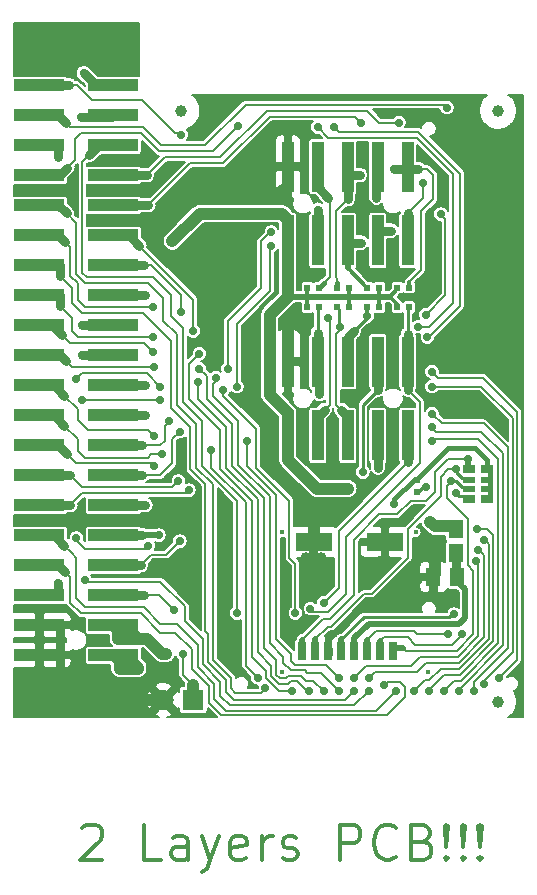
<source format=gbr>
%TF.GenerationSoftware,KiCad,Pcbnew,5.1.0-rc2-unknown-036be7d~80~ubuntu16.04.1*%
%TF.CreationDate,2022-02-04T13:28:53+02:00*%
%TF.ProjectId,STMP15x-SHIELD_Rev_A,53544d50-3135-4782-9d53-4849454c445f,A*%
%TF.SameCoordinates,Original*%
%TF.FileFunction,Copper,L1,Top*%
%TF.FilePolarity,Positive*%
%FSLAX46Y46*%
G04 Gerber Fmt 4.6, Leading zero omitted, Abs format (unit mm)*
G04 Created by KiCad (PCBNEW 5.1.0-rc2-unknown-036be7d~80~ubuntu16.04.1) date 2022-02-04 13:28:53*
%MOMM*%
%LPD*%
G04 APERTURE LIST*
%TA.AperFunction,NonConductor*%
%ADD10C,0.300000*%
%TD*%
%TA.AperFunction,ConnectorPad*%
%ADD11C,1.000000*%
%TD*%
%TA.AperFunction,SMDPad,CuDef*%
%ADD12R,1.270000X1.524000*%
%TD*%
%TA.AperFunction,SMDPad,CuDef*%
%ADD13R,4.250000X1.000000*%
%TD*%
%TA.AperFunction,ComponentPad*%
%ADD14C,1.800000*%
%TD*%
%TA.AperFunction,ComponentPad*%
%ADD15R,1.800000X1.800000*%
%TD*%
%TA.AperFunction,SMDPad,CuDef*%
%ADD16R,0.550000X0.500000*%
%TD*%
%TA.AperFunction,SMDPad,CuDef*%
%ADD17R,0.500000X0.550000*%
%TD*%
%TA.AperFunction,SMDPad,CuDef*%
%ADD18R,1.016000X0.508000*%
%TD*%
%TA.AperFunction,SMDPad,CuDef*%
%ADD19R,1.016000X0.762000*%
%TD*%
%TA.AperFunction,SMDPad,CuDef*%
%ADD20R,1.000000X4.250000*%
%TD*%
%TA.AperFunction,SMDPad,CuDef*%
%ADD21R,3.100000X1.500000*%
%TD*%
%TA.AperFunction,BGAPad,CuDef*%
%ADD22C,0.400000*%
%TD*%
%TA.AperFunction,SMDPad,CuDef*%
%ADD23R,0.800000X1.500000*%
%TD*%
%TA.AperFunction,ViaPad*%
%ADD24C,1.000000*%
%TD*%
%TA.AperFunction,ViaPad*%
%ADD25C,0.700000*%
%TD*%
%TA.AperFunction,Conductor*%
%ADD26C,1.016000*%
%TD*%
%TA.AperFunction,Conductor*%
%ADD27C,0.508000*%
%TD*%
%TA.AperFunction,Conductor*%
%ADD28C,0.203200*%
%TD*%
%TA.AperFunction,Conductor*%
%ADD29C,0.254000*%
%TD*%
%TA.AperFunction,Conductor*%
%ADD30C,0.762000*%
%TD*%
%TA.AperFunction,Conductor*%
%ADD31C,0.304800*%
%TD*%
%TA.AperFunction,Conductor*%
%ADD32C,0.406400*%
%TD*%
G04 APERTURE END LIST*
D10*
X121755434Y-110656857D02*
X121898291Y-110514000D01*
X122184005Y-110371143D01*
X122898290Y-110371143D01*
X123184005Y-110514000D01*
X123326862Y-110656857D01*
X123469719Y-110942571D01*
X123469719Y-111228285D01*
X123326862Y-111656857D01*
X121612577Y-113371142D01*
X123469719Y-113371142D01*
X128469717Y-113371142D02*
X127041146Y-113371142D01*
X127041146Y-110371143D01*
X130755431Y-113371142D02*
X130755431Y-111799714D01*
X130612574Y-111514000D01*
X130326859Y-111371143D01*
X129755431Y-111371143D01*
X129469717Y-111514000D01*
X130755431Y-113228285D02*
X130469717Y-113371142D01*
X129755431Y-113371142D01*
X129469717Y-113228285D01*
X129326860Y-112942571D01*
X129326860Y-112656856D01*
X129469717Y-112371142D01*
X129755431Y-112228285D01*
X130469717Y-112228285D01*
X130755431Y-112085428D01*
X131898287Y-111371143D02*
X132612573Y-113371142D01*
X133326858Y-111371143D02*
X132612573Y-113371142D01*
X132326859Y-114085427D01*
X132184002Y-114228284D01*
X131898287Y-114371142D01*
X135612572Y-113228285D02*
X135326858Y-113371142D01*
X134755429Y-113371142D01*
X134469715Y-113228285D01*
X134326858Y-112942571D01*
X134326858Y-111799714D01*
X134469715Y-111514000D01*
X134755429Y-111371143D01*
X135326858Y-111371143D01*
X135612572Y-111514000D01*
X135755429Y-111799714D01*
X135755429Y-112085428D01*
X134326858Y-112371142D01*
X137041143Y-113371142D02*
X137041143Y-111371143D01*
X137041143Y-111942571D02*
X137184000Y-111656857D01*
X137326857Y-111514000D01*
X137612571Y-111371143D01*
X137898285Y-111371143D01*
X138755428Y-113228285D02*
X139041142Y-113371142D01*
X139612571Y-113371142D01*
X139898285Y-113228285D01*
X140041142Y-112942571D01*
X140041142Y-112799714D01*
X139898285Y-112513999D01*
X139612571Y-112371142D01*
X139183999Y-112371142D01*
X138898285Y-112228285D01*
X138755428Y-111942571D01*
X138755428Y-111799714D01*
X138898285Y-111514000D01*
X139183999Y-111371143D01*
X139612571Y-111371143D01*
X139898285Y-111514000D01*
X143612569Y-113371142D02*
X143612569Y-110371143D01*
X144755426Y-110371143D01*
X145041140Y-110514000D01*
X145183997Y-110656857D01*
X145326854Y-110942571D01*
X145326854Y-111371143D01*
X145183997Y-111656857D01*
X145041140Y-111799714D01*
X144755426Y-111942571D01*
X143612569Y-111942571D01*
X148326853Y-113085428D02*
X148183996Y-113228285D01*
X147755425Y-113371142D01*
X147469711Y-113371142D01*
X147041140Y-113228285D01*
X146755425Y-112942571D01*
X146612568Y-112656856D01*
X146469711Y-112085428D01*
X146469711Y-111656857D01*
X146612568Y-111085428D01*
X146755425Y-110799714D01*
X147041140Y-110514000D01*
X147469711Y-110371143D01*
X147755425Y-110371143D01*
X148183996Y-110514000D01*
X148326853Y-110656857D01*
X150612567Y-111799714D02*
X151041138Y-111942571D01*
X151183995Y-112085428D01*
X151326852Y-112371142D01*
X151326852Y-112799714D01*
X151183995Y-113085428D01*
X151041138Y-113228285D01*
X150755424Y-113371142D01*
X149612567Y-113371142D01*
X149612567Y-110371143D01*
X150612567Y-110371143D01*
X150898281Y-110514000D01*
X151041138Y-110656857D01*
X151183995Y-110942571D01*
X151183995Y-111228285D01*
X151041138Y-111514000D01*
X150898281Y-111656857D01*
X150612567Y-111799714D01*
X149612567Y-111799714D01*
X152612566Y-113085428D02*
X152755423Y-113228285D01*
X152612566Y-113371142D01*
X152469709Y-113228285D01*
X152612566Y-113085428D01*
X152612566Y-113371142D01*
X152612566Y-112228285D02*
X152469709Y-110514000D01*
X152612566Y-110371143D01*
X152755423Y-110514000D01*
X152612566Y-112228285D01*
X152612566Y-110371143D01*
X154041137Y-113085428D02*
X154183994Y-113228285D01*
X154041137Y-113371142D01*
X153898280Y-113228285D01*
X154041137Y-113085428D01*
X154041137Y-113371142D01*
X154041137Y-112228285D02*
X153898280Y-110514000D01*
X154041137Y-110371143D01*
X154183994Y-110514000D01*
X154041137Y-112228285D01*
X154041137Y-110371143D01*
X155469708Y-113085428D02*
X155612565Y-113228285D01*
X155469708Y-113371142D01*
X155326851Y-113228285D01*
X155469708Y-113085428D01*
X155469708Y-113371142D01*
X155469708Y-112228285D02*
X155326851Y-110514000D01*
X155469708Y-110371143D01*
X155612565Y-110514000D01*
X155469708Y-112228285D01*
X155469708Y-110371143D01*
D11*
%TO.P,FID1,Fid1*%
%TO.N,Net-(FID1-PadFid1)*%
X156972000Y-99949000D03*
%TD*%
%TO.P,FID2,Fid1*%
%TO.N,Net-(FID2-PadFid1)*%
X130175000Y-49911000D03*
%TD*%
%TO.P,FID3,Fid1*%
%TO.N,Net-(FID3-PadFid1)*%
X156972000Y-49911000D03*
%TD*%
D12*
%TO.P,C1,2*%
%TO.N,GND*%
X151511000Y-89408000D03*
%TO.P,C1,1*%
%TO.N,Net-(C1-Pad1)*%
X153543000Y-89408000D03*
%TD*%
D13*
%TO.P,EXT1,40*%
%TO.N,/PG8\005CUSART3(6)_RTS\005CSPI6_NSS*%
X118160000Y-47752000D03*
%TO.P,EXT1,39*%
%TO.N,/PH8\005CI2C3_SDA*%
X124410000Y-47752000D03*
%TO.P,EXT1,38*%
%TO.N,/PI10\005CUSART3_CTS*%
X118160000Y-50292000D03*
%TO.P,EXT1,37*%
%TO.N,/PF11\005CSPI5_MOSI*%
X124410000Y-50292000D03*
%TO.P,EXT1,36*%
%TO.N,/PG7\005CUART8_RTS*%
X118160000Y-52832000D03*
%TO.P,EXT1,35*%
%TO.N,/PH7\005CI2C3_SCL\005CSPI5_MISO*%
X124410000Y-52832000D03*
%TO.P,EXT1,34*%
%TO.N,/PE15\005CUSART2_CTS\005CUART8_CTS*%
X118160000Y-55372000D03*
%TO.P,EXT1,33*%
%TO.N,/PH6\005CSPI5_SCK*%
X124410000Y-55372000D03*
%TO.P,EXT1,32*%
%TO.N,/PG9\005CNAND-CE\005CUSART6_RX*%
X118160000Y-57912000D03*
%TO.P,EXT1,31*%
%TO.N,/PH5\005CI2C2_SDA\005CSPI5_NSS*%
X124410000Y-57912000D03*
%TO.P,EXT1,30*%
%TO.N,/PD11\005CNAND-CLE\005CUSART3_CTS*%
X118160000Y-60452000D03*
%TO.P,EXT1,29*%
%TO.N,/PG12\005CSPI6_MISO\005CUSART6_RTS*%
X124410000Y-60452000D03*
%TO.P,EXT1,28*%
%TO.N,/PD12\005CNAND-ALE\005CI2C1(4)_SCL\005CUSART3_RTS*%
X118160000Y-62992000D03*
%TO.P,EXT1,27*%
%TO.N,/PB5\005CSPDIF_TX\005CSPI1(3)(6)_MOSI\005CUART5_RX\005CCAN2_RX*%
X124410000Y-62992000D03*
%TO.P,EXT1,26*%
%TO.N,/PD4\005CNAND-RE\005CUSART2_RTS*%
X118160000Y-65532000D03*
%TO.P,EXT1,25*%
%TO.N,/PA6\005CSPI1(6)_MISO*%
X124410000Y-65532000D03*
%TO.P,EXT1,24*%
%TO.N,/PD6\005CNAND-RB\005CSPI3_MOSI\005CUSART2_RX*%
X118160000Y-68072000D03*
%TO.P,EXT1,23*%
%TO.N,/PA5\005CSPI1(6)_SCK*%
X124410000Y-68072000D03*
%TO.P,EXT1,22*%
%TO.N,/PD5\005CNAND-WE\005CUSART2_TX*%
X118160000Y-70612000D03*
%TO.P,EXT1,21*%
%TO.N,/PA4\005CSPI1(3)(6)_NSS*%
X124410000Y-70612000D03*
%TO.P,EXT1,20*%
%TO.N,/PE10\005CNAND-DQ7\005CUART7_CTS*%
X118160000Y-73152000D03*
%TO.P,EXT1,19*%
%TO.N,/PC3\005CSPI2_MOSI*%
X124410000Y-73152000D03*
%TO.P,EXT1,18*%
%TO.N,/PE9\005CNAND-DQ6\005CUART7_RTS*%
X118160000Y-75692000D03*
%TO.P,EXT1,17*%
%TO.N,/PB13\005CSPI2_SCK\005CUSART3_CTS\005CUART5_TX\005CCAN2_TX*%
X124410000Y-75692000D03*
%TO.P,EXT1,16*%
%TO.N,/PE8\005CNAND-DQ5\005CUART7_TX*%
X118160000Y-78232000D03*
%TO.P,EXT1,15*%
%TO.N,/PB12\005CUSART3_RX\005CUART5_RX\005CSPI2_NSS\005CCAN2_RX*%
X124410000Y-78232000D03*
%TO.P,EXT1,14*%
%TO.N,/PE7\005CNAND-DQ4\005CUART7_RX*%
X118160000Y-80772000D03*
%TO.P,EXT1,13*%
%TO.N,/PB10\005CUSART3_TX\005CI2C2_SCL\005CSPI2_SCK*%
X124410000Y-80772000D03*
%TO.P,EXT1,12*%
%TO.N,/PD1\005CNAND-DQ3\005CI2C5(6)_SCL\005CUART4_TX\005CCAN1_TX*%
X118160000Y-83312000D03*
%TO.P,EXT1,11*%
%TO.N,/PB8\005CI2C1(4)_SCL\005CUART4_RX*%
X124410000Y-83312000D03*
%TO.P,EXT1,10*%
%TO.N,/PD0\005CNAND-DQ2\005CI2C5(6)_SDA\005CUART4_RX\005CCAN1_RX*%
X118160000Y-85852000D03*
%TO.P,EXT1,9*%
%TO.N,/PB7\005CI2C1(4)_SDA\005CUSART1_RX*%
X124410000Y-85852000D03*
%TO.P,EXT1,8*%
%TO.N,/PD15\005CNAND-DQ1\005CUART8_CTS*%
X118160000Y-88392000D03*
%TO.P,EXT1,7*%
%TO.N,/PH12\005CI2C1(4)_SDA*%
X124410000Y-88392000D03*
%TO.P,EXT1,6*%
%TO.N,/PD14\005CNAND-DQ0\005CUART8_CTS*%
X118160000Y-90932000D03*
%TO.P,EXT1,5*%
%TO.N,/PH11\005CI2C1(4)_SCL*%
X124410000Y-90932000D03*
%TO.P,EXT1,4*%
%TO.N,GND*%
X118160000Y-93472000D03*
%TO.P,EXT1,3*%
%TO.N,+3V3*%
X124410000Y-93472000D03*
%TO.P,EXT1,2*%
%TO.N,GND*%
X118160000Y-96012000D03*
%TO.P,EXT1,1*%
%TO.N,+5V*%
X124410000Y-96012000D03*
%TD*%
D12*
%TO.P,L1,1*%
%TO.N,+3V3*%
X153416000Y-85344000D03*
%TO.P,L1,2*%
%TO.N,Net-(C1-Pad1)*%
X153416000Y-87376000D03*
%TD*%
D14*
%TO.P,NRST1,2*%
%TO.N,GND*%
X128651000Y-99822000D03*
D15*
%TO.P,NRST1,1*%
%TO.N,/NRST*%
X131191000Y-99822000D03*
%TD*%
D16*
%TO.P,R1,2*%
%TO.N,+3V3*%
X150114000Y-81153000D03*
%TO.P,R1,1*%
%TO.N,/PF1\005CSDMMC3_CMD*%
X150114000Y-82169000D03*
%TD*%
D17*
%TO.P,R2,2*%
%TO.N,/PH4\005CI2C2_SCL*%
X145923000Y-64897000D03*
%TO.P,R2,1*%
%TO.N,+3V3*%
X146939000Y-64897000D03*
%TD*%
%TO.P,R3,2*%
%TO.N,/PZ1\005CI2C2(4)(5)(6)_SDA\005CUSART1_RX\005CSPI1(6)_MISO*%
X143383000Y-64897000D03*
%TO.P,R3,1*%
%TO.N,+3V3*%
X144399000Y-64897000D03*
%TD*%
%TO.P,R4,2*%
%TO.N,/PE11\005CSPI4_NSS*%
X149479000Y-64897000D03*
%TO.P,R4,1*%
%TO.N,+3V3*%
X148463000Y-64897000D03*
%TD*%
%TO.P,R5,1*%
%TO.N,+3V3*%
X140843000Y-64897000D03*
%TO.P,R5,2*%
%TO.N,/PD9\005CUSART3_RX*%
X141859000Y-64897000D03*
%TD*%
%TO.P,R6,2*%
%TO.N,/PZ6\005CI2C2(6)_SCL\005CUSART1_RX*%
X143383000Y-66548000D03*
%TO.P,R6,1*%
%TO.N,+3V3*%
X144399000Y-66548000D03*
%TD*%
%TO.P,R7,2*%
%TO.N,/PZ7\005CI2C2(6)_SDA\005CUSART1_TX*%
X145923000Y-66548000D03*
%TO.P,R7,1*%
%TO.N,+3V3*%
X146939000Y-66548000D03*
%TD*%
%TO.P,R8,2*%
%TO.N,/PI0\005CSPI2_NSS*%
X149479000Y-66548000D03*
%TO.P,R8,1*%
%TO.N,+3V3*%
X148463000Y-66548000D03*
%TD*%
%TO.P,R9,2*%
%TO.N,/PE0\005CUART8_RX\005CSPI3_SCK*%
X141859000Y-66548000D03*
%TO.P,R9,1*%
%TO.N,+3V3*%
X140843000Y-66548000D03*
%TD*%
D18*
%TO.P,RM1,3.1*%
%TO.N,+3V3*%
X156083000Y-81153000D03*
%TO.P,RM1,2.1*%
X156083000Y-81915000D03*
%TO.P,RM1,3.2*%
%TO.N,/PF0\005CSDMMC3_D0*%
X154559000Y-81153000D03*
%TO.P,RM1,2.2*%
%TO.N,/PF5\005CSDMMC3_D2*%
X154559000Y-81915000D03*
D19*
%TO.P,RM1,4.1*%
%TO.N,+3V3*%
X156083000Y-80264000D03*
%TO.P,RM1,4.2*%
%TO.N,/PF4\005CSDMMC3_D1*%
X154559000Y-80264000D03*
%TO.P,RM1,1.1*%
%TO.N,+3V3*%
X156083000Y-82804000D03*
%TO.P,RM1,1.2*%
%TO.N,/PD7\005CSDMMC3_D3*%
X154559000Y-82804000D03*
%TD*%
D20*
%TO.P,UEXT1,1*%
%TO.N,+3V3*%
X139192000Y-60910000D03*
%TO.P,UEXT1,2*%
%TO.N,GND*%
X139192000Y-54660000D03*
%TO.P,UEXT1,3*%
%TO.N,/PD8\005CUSART3_TX*%
X141732000Y-60910000D03*
%TO.P,UEXT1,4*%
%TO.N,/PD9\005CUSART3_RX*%
X141732000Y-54660000D03*
%TO.P,UEXT1,5*%
%TO.N,/PH4\005CI2C2_SCL*%
X144272000Y-60910000D03*
%TO.P,UEXT1,6*%
%TO.N,/PZ1\005CI2C2(4)(5)(6)_SDA\005CUSART1_RX\005CSPI1(6)_MISO*%
X144272000Y-54660000D03*
%TO.P,UEXT1,7*%
%TO.N,/PE13\005CSPI4_MISO*%
X146812000Y-60910000D03*
%TO.P,UEXT1,8*%
%TO.N,/PE14\005CSPI4_MOSI\005CUART8_RTS*%
X146812000Y-54660000D03*
%TO.P,UEXT1,9*%
%TO.N,/PE12\005CSPI4_SCK*%
X149352000Y-60910000D03*
%TO.P,UEXT1,10*%
%TO.N,/PE11\005CSPI4_NSS*%
X149352000Y-54660000D03*
%TD*%
%TO.P,UEXT2,1*%
%TO.N,+3V3*%
X139192000Y-77420000D03*
%TO.P,UEXT2,2*%
%TO.N,GND*%
X139192000Y-71170000D03*
%TO.P,UEXT2,3*%
%TO.N,/PE1\005CUART8_TX*%
X141732000Y-77420000D03*
%TO.P,UEXT2,4*%
%TO.N,/PE0\005CUART8_RX\005CSPI3_SCK*%
X141732000Y-71170000D03*
%TO.P,UEXT2,5*%
%TO.N,/PZ6\005CI2C2(6)_SCL\005CUSART1_RX*%
X144272000Y-77420000D03*
%TO.P,UEXT2,6*%
%TO.N,/PZ7\005CI2C2(6)_SDA\005CUSART1_TX*%
X144272000Y-71170000D03*
%TO.P,UEXT2,7*%
%TO.N,/PI2\005CSPI2_MISO*%
X146812000Y-77420000D03*
%TO.P,UEXT2,8*%
%TO.N,/PI3\005CSPI2_MOSI*%
X146812000Y-71170000D03*
%TO.P,UEXT2,9*%
%TO.N,/PI1\005CSPI2_SCK*%
X149352000Y-77420000D03*
%TO.P,UEXT2,10*%
%TO.N,/PI0\005CSPI2_NSS*%
X149352000Y-71170000D03*
%TD*%
D21*
%TO.P,MICRO_SD1,SH2*%
%TO.N,GND*%
X147422000Y-86444000D03*
%TO.P,MICRO_SD1,SH1*%
X141362000Y-86444000D03*
D22*
%TO.P,MICRO_SD1,FID4*%
%TO.N,N/C*%
X138732000Y-97414000D03*
%TO.P,MICRO_SD1,FID3*%
X138732000Y-85614000D03*
%TO.P,MICRO_SD1,FID2*%
X150002000Y-85614000D03*
%TO.P,MICRO_SD1,FID1*%
X151092000Y-97414000D03*
D23*
%TO.P,MICRO_SD1,8*%
%TO.N,/PF4\005CSDMMC3_D1*%
X140422000Y-95694000D03*
%TO.P,MICRO_SD1,7*%
%TO.N,/PF0\005CSDMMC3_D0*%
X141522000Y-95694000D03*
%TO.P,MICRO_SD1,6*%
%TO.N,GND*%
X142622000Y-95694000D03*
%TO.P,MICRO_SD1,5*%
%TO.N,/PG15\005CSDMMC3_CK*%
X143722000Y-95694000D03*
%TO.P,MICRO_SD1,4*%
%TO.N,Net-(C1-Pad1)*%
X144822000Y-95694000D03*
%TO.P,MICRO_SD1,3*%
%TO.N,/PF1\005CSDMMC3_CMD*%
X145922000Y-95694000D03*
%TO.P,MICRO_SD1,2*%
%TO.N,/PD7\005CSDMMC3_D3*%
X147022000Y-95694000D03*
%TO.P,MICRO_SD1,1*%
%TO.N,/PF5\005CSDMMC3_D2*%
X148122000Y-95694000D03*
%TD*%
D24*
%TO.N,+5V*%
X126492000Y-97155000D03*
X124968000Y-97155000D03*
%TO.N,GND*%
X117729000Y-97536000D03*
X129794000Y-63246000D03*
X133731000Y-96012000D03*
X133731000Y-84201000D03*
X158242000Y-65405000D03*
X118618000Y-84582000D03*
X117348000Y-84582000D03*
X151765000Y-88011000D03*
X133731000Y-85598000D03*
X118999000Y-97536000D03*
X140716000Y-87757000D03*
X141986000Y-87757000D03*
X136144000Y-68453000D03*
X130810000Y-64262000D03*
D25*
X125984000Y-59182000D03*
D24*
X136271000Y-56896000D03*
X136271000Y-60198000D03*
X151130000Y-70485000D03*
X151511000Y-60579000D03*
X154813000Y-60579000D03*
X139192000Y-68199000D03*
X140462000Y-68199000D03*
D25*
X145542000Y-58039000D03*
X148082000Y-61976000D03*
X148082000Y-70104000D03*
D24*
X156845000Y-75946000D03*
X136144000Y-69850000D03*
X143256000Y-80518000D03*
X143256000Y-83312000D03*
D25*
X144653000Y-74295000D03*
D24*
X146939000Y-88138000D03*
X127889000Y-88519000D03*
X131064000Y-84582000D03*
X129667000Y-84582000D03*
D25*
X147447000Y-91821000D03*
X138938000Y-91694000D03*
X123063000Y-56642000D03*
X120777000Y-56642000D03*
D24*
X124841000Y-43815000D03*
X120142000Y-43815000D03*
D25*
X123571000Y-54102000D03*
D24*
X120269000Y-100203000D03*
X124841000Y-100203000D03*
X137541000Y-75819000D03*
X137160000Y-55372000D03*
X158242000Y-52578000D03*
X154940000Y-53467000D03*
X158242000Y-59690000D03*
X156845000Y-69342000D03*
X158369000Y-73025000D03*
%TO.N,+3V3*%
X128905000Y-95885000D03*
X151257000Y-84709000D03*
X124841000Y-94615000D03*
X126238000Y-94615000D03*
X129413000Y-60960000D03*
X144272000Y-81915000D03*
D25*
X148209000Y-83185000D03*
%TO.N,/PH11\005CI2C1(4)_SCL*%
X129540000Y-92202000D03*
%TO.N,/PD14\005CNAND-DQ0\005CUART8_CTS*%
X146050000Y-99060000D03*
X119761000Y-89916000D03*
X122047000Y-89662000D03*
%TO.N,/PH12\005CI2C1(4)_SDA*%
X130048000Y-86360000D03*
%TO.N,/PD15\005CNAND-DQ1\005CUART8_CTS*%
X147320000Y-98552000D03*
%TO.N,/PB7\005CI2C1(4)_SDA\005CUSART1_RX*%
X128270000Y-85852000D03*
%TO.N,/PD0\005CNAND-DQ2\005CI2C5(6)_SDA\005CUART4_RX\005CCAN1_RX*%
X148336000Y-99060000D03*
%TO.N,/PB8\005CI2C1(4)_SCL\005CUART4_RX*%
X127127000Y-83312000D03*
%TO.N,/PD1\005CNAND-DQ3\005CI2C5(6)_SCL\005CUART4_TX\005CCAN1_TX*%
X149860000Y-99060000D03*
X155829000Y-86233000D03*
X130810000Y-82042000D03*
%TO.N,/PB10\005CUSART3_TX\005CI2C2_SCL\005CSPI2_SCK*%
X130048000Y-77089000D03*
X137795000Y-60198000D03*
X134112000Y-71755000D03*
%TO.N,/PE7\005CNAND-DQ4\005CUART7_RX*%
X151130000Y-99060000D03*
X155194000Y-85344000D03*
X129921000Y-81280000D03*
%TO.N,/PB12\005CUSART3_RX\005CUART5_RX\005CSPI2_NSS\005CCAN2_RX*%
X129159000Y-76200000D03*
X137795000Y-61341000D03*
X134874000Y-73279000D03*
%TO.N,/PE8\005CNAND-DQ5\005CUART7_TX*%
X152400000Y-99060000D03*
X151384000Y-77851000D03*
X127889000Y-80010000D03*
%TO.N,/PB13\005CSPI2_SCK\005CUSART3_CTS\005CUART5_TX\005CCAN2_TX*%
X144780000Y-97917000D03*
X155092400Y-88087200D03*
X127127000Y-75692000D03*
%TO.N,/PE9\005CNAND-DQ6\005CUART7_RTS*%
X153670000Y-99060000D03*
X151384000Y-76708000D03*
X128524000Y-78994000D03*
%TO.N,/PC3\005CSPI2_MOSI*%
X146050000Y-97917000D03*
X155321000Y-87122000D03*
X127127000Y-73152000D03*
%TO.N,/PE10\005CNAND-DQ7\005CUART7_CTS*%
X154940000Y-99060000D03*
X151384000Y-75565000D03*
X127889000Y-77470000D03*
%TO.N,/PG12\005CSPI6_MISO\005CUSART6_RTS*%
X155829000Y-98425000D03*
X131191000Y-68580000D03*
X151384000Y-73279000D03*
%TO.N,/PD5\005CNAND-WE\005CUSART2_TX*%
X140970000Y-99060000D03*
X127889000Y-71628000D03*
X131572000Y-72898000D03*
%TO.N,/PA4\005CSPI1(3)(6)_NSS*%
X121793000Y-70612000D03*
%TO.N,/PD6\005CNAND-RB\005CSPI3_MOSI\005CUSART2_RX*%
X142240000Y-99060000D03*
X131699000Y-71755000D03*
X127762000Y-70358000D03*
%TO.N,/PA5\005CSPI1(6)_SCK*%
X121793000Y-68072000D03*
%TO.N,/PD4\005CNAND-RE\005CUSART2_RTS*%
X139573000Y-99060000D03*
X131699000Y-70485000D03*
X127762000Y-69088000D03*
%TO.N,/PA6\005CSPI1(6)_MISO*%
X127127000Y-65532000D03*
%TO.N,/PD12\005CNAND-ALE\005CI2C1(4)_SCL\005CUSART3_RTS*%
X144780000Y-99060000D03*
%TO.N,/PB5\005CSPDIF_TX\005CSPI1(3)(6)_MOSI\005CUART5_RX\005CCAN2_RX*%
X157099000Y-97917000D03*
X151384000Y-72009000D03*
X130175000Y-66929000D03*
%TO.N,/PD11\005CNAND-CLE\005CUSART3_CTS*%
X143510000Y-99060000D03*
X127762000Y-66548000D03*
X133096000Y-72517000D03*
%TO.N,/PH5\005CI2C2_SDA\005CSPI5_NSS*%
X145415000Y-50927000D03*
%TO.N,/PG9\005CNAND-CE\005CUSART6_RX*%
X137287000Y-98831400D03*
%TO.N,/PH6\005CSPI5_SCK*%
X148590000Y-50927000D03*
%TO.N,/PE15\005CUSART2_CTS\005CUART8_CTS*%
X135001000Y-51181000D03*
%TO.N,/PH7\005CI2C3_SCL\005CSPI5_MISO*%
X134874000Y-92456000D03*
%TO.N,/PG7\005CUART8_RTS*%
X139827000Y-92456000D03*
X128397000Y-73279000D03*
X121285000Y-72644000D03*
X119761000Y-53848000D03*
X133731000Y-73533000D03*
%TO.N,/PF11\005CSPI5_MOSI*%
X143510000Y-97917000D03*
X121793000Y-74422000D03*
X128397000Y-74422000D03*
X121666000Y-50419000D03*
X135763000Y-77851000D03*
%TO.N,/PI10\005CUSART3_CTS*%
X152654000Y-49657000D03*
%TO.N,/PH8\005CI2C3_SDA*%
X121920000Y-46736000D03*
X121285000Y-86106000D03*
X127381000Y-86741000D03*
%TO.N,/PG8\005CUSART3(6)_RTS\005CSPI6_NSS*%
X130175000Y-51943000D03*
%TO.N,/PE13\005CSPI4_MISO*%
X147955000Y-60071000D03*
%TO.N,/PE14\005CSPI4_MOSI\005CUART8_RTS*%
X146685000Y-57277000D03*
%TO.N,/PE12\005CSPI4_SCK*%
X150622000Y-56007000D03*
%TO.N,/PE11\005CSPI4_NSS*%
X148209000Y-54864000D03*
%TO.N,/PH4\005CI2C2_SCL*%
X145415000Y-61087000D03*
%TO.N,/PZ1\005CI2C2(4)(5)(6)_SDA\005CUSART1_RX\005CSPI1(6)_MISO*%
X145288000Y-55372000D03*
%TO.N,/PZ7\005CI2C2(6)_SDA\005CUSART1_TX*%
X150876000Y-67183000D03*
X152146000Y-58674000D03*
X145923000Y-67310000D03*
%TO.N,/PZ6\005CI2C2(6)_SCL\005CUSART1_RX*%
X143129000Y-51308000D03*
X143637000Y-68199000D03*
X151003000Y-69088000D03*
%TO.N,/PF1\005CSDMMC3_CMD*%
X152781000Y-94234000D03*
X150876000Y-81788000D03*
%TO.N,/PG15\005CSDMMC3_CK*%
X153263600Y-92532200D03*
%TO.N,/PF0\005CSDMMC3_D0*%
X153416000Y-80264000D03*
%TO.N,/PF4\005CSDMMC3_D1*%
X154432000Y-79375000D03*
%TO.N,/PF5\005CSDMMC3_D2*%
X153035000Y-81280000D03*
%TO.N,/PD7\005CSDMMC3_D3*%
X153898600Y-94234000D03*
X153416000Y-82296000D03*
%TO.N,/PD8\005CUSART3_TX*%
X141732000Y-58293000D03*
%TO.N,/PD9\005CUSART3_RX*%
X142621000Y-57277000D03*
%TO.N,/PE1\005CUART8_TX*%
X141732000Y-51308000D03*
X142621000Y-67437000D03*
X150241000Y-68199000D03*
%TO.N,/PI2\005CSPI2_MISO*%
X146812000Y-80137000D03*
%TO.N,/PI3\005CSPI2_MOSI*%
X145542000Y-80518000D03*
%TO.N,/PI1\005CSPI2_SCK*%
X142240000Y-91567000D03*
%TO.N,/PI0\005CSPI2_NSS*%
X141097000Y-92075000D03*
%TO.N,/NRST*%
X130302000Y-95885000D03*
%TO.N,/PE0\005CUART8_RX\005CSPI3_SCK*%
X136652000Y-97942400D03*
X141859000Y-73914000D03*
X132715000Y-78613000D03*
%TD*%
D26*
%TO.N,+5V*%
X124968000Y-97155000D02*
X126492000Y-97155000D01*
X125431837Y-96012000D02*
X124410000Y-96012000D01*
X126492000Y-97072163D02*
X125431837Y-96012000D01*
X126492000Y-97155000D02*
X126492000Y-97072163D01*
X124460000Y-96012000D02*
X124410000Y-96012000D01*
X124968000Y-96520000D02*
X124460000Y-96012000D01*
X124968000Y-97155000D02*
X124968000Y-96520000D01*
D27*
%TO.N,GND*%
X118160000Y-97105000D02*
X117729000Y-97536000D01*
X118160000Y-96012000D02*
X118160000Y-97105000D01*
D26*
X133731000Y-96012000D02*
X133731000Y-84201000D01*
D28*
X158242000Y-65405000D02*
X159031940Y-66194940D01*
X159031940Y-66194940D02*
X159031940Y-97226603D01*
X159031940Y-97226603D02*
X158750000Y-97508543D01*
D26*
X122555000Y-99822000D02*
X128651000Y-99822000D01*
X120269000Y-97536000D02*
X122555000Y-99822000D01*
X117729000Y-97536000D02*
X120269000Y-97536000D01*
D27*
X158242000Y-65405000D02*
X158242000Y-56134000D01*
X158242000Y-56134000D02*
X154051000Y-51943000D01*
X154051000Y-51943000D02*
X154051000Y-49530000D01*
D29*
X154051000Y-49530000D02*
X153289000Y-48768000D01*
X153289000Y-48768000D02*
X134874000Y-48768000D01*
X134874000Y-48768000D02*
X133096000Y-50546000D01*
D26*
X139192000Y-56261000D02*
X139192000Y-53644000D01*
X138557000Y-56896000D02*
X139192000Y-56261000D01*
X136271000Y-56896000D02*
X138557000Y-56896000D01*
X130937000Y-56896000D02*
X136271000Y-56896000D01*
X128016000Y-59817000D02*
X130937000Y-56896000D01*
X128016000Y-61468000D02*
X128016000Y-59817000D01*
X129794000Y-63246000D02*
X128016000Y-61468000D01*
D28*
X151130000Y-70485000D02*
X153162000Y-70485000D01*
X153162000Y-70485000D02*
X158242000Y-65405000D01*
D26*
X139192000Y-68199000D02*
X139192000Y-71170000D01*
X141362000Y-83655831D02*
X141362000Y-86444000D01*
X136144000Y-69850000D02*
X136144000Y-74930000D01*
X136144000Y-74930000D02*
X137541000Y-76327000D01*
X137541000Y-76327000D02*
X137541000Y-79834831D01*
X137541000Y-79834831D02*
X141362000Y-83655831D01*
D30*
X151765000Y-89154000D02*
X151765000Y-88011000D01*
X151511000Y-89408000D02*
X151765000Y-89154000D01*
D27*
X142622000Y-94741000D02*
X142622000Y-95694000D01*
X145542000Y-91821000D02*
X142622000Y-94741000D01*
X148209000Y-91821000D02*
X145542000Y-91821000D01*
X150368000Y-89662000D02*
X148209000Y-91821000D01*
D26*
X129667000Y-84582000D02*
X118618000Y-84582000D01*
D30*
X131064000Y-84582000D02*
X131064000Y-87503000D01*
X130048000Y-88519000D02*
X127889000Y-88519000D01*
X131064000Y-87503000D02*
X130048000Y-88519000D01*
D27*
X118160000Y-93472000D02*
X119888000Y-93472000D01*
D30*
X119888000Y-97155000D02*
X120269000Y-97536000D01*
X119888000Y-93472000D02*
X119888000Y-97155000D01*
D26*
%TO.N,+3V3*%
X124841000Y-93903000D02*
X124841000Y-94615000D01*
X124410000Y-93472000D02*
X124841000Y-93903000D01*
X124841000Y-94615000D02*
X126238000Y-94615000D01*
X126238000Y-94361000D02*
X126238000Y-94615000D01*
X125349000Y-93472000D02*
X126238000Y-94361000D01*
X124410000Y-93472000D02*
X125349000Y-93472000D01*
X138667344Y-58657344D02*
X139192000Y-59182000D01*
X129413000Y-60960000D02*
X131715656Y-58657344D01*
X131715656Y-58657344D02*
X138667344Y-58657344D01*
X139192000Y-59182000D02*
X139192000Y-60910000D01*
X139192000Y-65659000D02*
X139192000Y-59894000D01*
D27*
X139192000Y-65659000D02*
X140843000Y-65659000D01*
D31*
X146939000Y-64897000D02*
X146939000Y-65659000D01*
X146939000Y-66548000D02*
X146939000Y-65659000D01*
X144399000Y-65659000D02*
X144399000Y-66548000D01*
D27*
X146939000Y-65659000D02*
X144399000Y-65659000D01*
X144399000Y-65659000D02*
X140843000Y-65659000D01*
D31*
X144399000Y-65659000D02*
X144399000Y-64897000D01*
X140843000Y-65659000D02*
X140843000Y-64897000D01*
X140843000Y-65659000D02*
X140843000Y-66548000D01*
D27*
X147828000Y-65659000D02*
X146939000Y-65659000D01*
D31*
X148463000Y-65024000D02*
X147828000Y-65659000D01*
X148463000Y-64897000D02*
X148463000Y-65024000D01*
X148463000Y-66294000D02*
X147828000Y-65659000D01*
X148463000Y-66548000D02*
X148463000Y-66294000D01*
D26*
X137668000Y-67183000D02*
X139192000Y-65659000D01*
X137668000Y-73977861D02*
X137668000Y-67183000D01*
X139192000Y-75501861D02*
X137668000Y-73977861D01*
X144272000Y-81915000D02*
X141652351Y-81915000D01*
X141652351Y-81915000D02*
X139192000Y-79454649D01*
X139192000Y-79454649D02*
X139192000Y-75501861D01*
D32*
X150114000Y-81153000D02*
X149860000Y-81153000D01*
X148209000Y-82804000D02*
X148209000Y-83185000D01*
X149860000Y-81153000D02*
X148209000Y-82804000D01*
X156083000Y-79489426D02*
X156083000Y-80264000D01*
X150114000Y-81153000D02*
X150114000Y-81064979D01*
X150114000Y-81064979D02*
X152708383Y-78470596D01*
X152708383Y-78470596D02*
X155064170Y-78470596D01*
X155064170Y-78470596D02*
X156083000Y-79489426D01*
X156337000Y-80518000D02*
X156083000Y-80264000D01*
X156337000Y-82804000D02*
X156337000Y-80518000D01*
X156083000Y-82804000D02*
X156337000Y-82804000D01*
X156083000Y-81915000D02*
X156337000Y-81915000D01*
X156083000Y-81153000D02*
X156337000Y-81153000D01*
D26*
X153171004Y-85099004D02*
X153416000Y-85344000D01*
X151647004Y-85099004D02*
X153171004Y-85099004D01*
X151257000Y-84709000D02*
X151647004Y-85099004D01*
X128529020Y-95885000D02*
X128905000Y-95885000D01*
X127259020Y-94615000D02*
X128529020Y-95885000D01*
X126238000Y-94615000D02*
X127259020Y-94615000D01*
D28*
%TO.N,/PH11\005CI2C1(4)_SCL*%
X129540000Y-92202000D02*
X128270000Y-90932000D01*
D30*
X124410000Y-90932000D02*
X127000000Y-90932000D01*
D28*
X128270000Y-90932000D02*
X127000000Y-90932000D01*
D30*
%TO.N,/PD14\005CNAND-DQ0\005CUART8_CTS*%
X118160000Y-90932000D02*
X119761000Y-90932000D01*
X119761000Y-90932000D02*
X119761000Y-89916000D01*
D28*
X144830800Y-100279200D02*
X146050000Y-99060000D01*
X122174000Y-89789000D02*
X128397000Y-89789000D01*
X128397000Y-89789000D02*
X130492500Y-91884500D01*
X133477000Y-99441000D02*
X134315200Y-100279200D01*
X134315200Y-100279200D02*
X144830800Y-100279200D01*
X122047000Y-89662000D02*
X122174000Y-89789000D01*
X130492500Y-91884500D02*
X130492500Y-93154500D01*
X130492500Y-93154500D02*
X131978400Y-94640400D01*
X133477000Y-98289742D02*
X133477000Y-99441000D01*
X131978400Y-94640400D02*
X131978400Y-96791142D01*
X131978400Y-96791142D02*
X133477000Y-98289742D01*
D30*
%TO.N,/PH12\005CI2C1(4)_SDA*%
X124410000Y-88392000D02*
X126746000Y-88392000D01*
D28*
X127635000Y-87503000D02*
X126746000Y-88392000D01*
X128905000Y-87503000D02*
X127635000Y-87503000D01*
X130048000Y-86360000D02*
X128905000Y-87503000D01*
D30*
%TO.N,/PD15\005CNAND-DQ1\005CUART8_CTS*%
X119761000Y-88392000D02*
X120332500Y-88963500D01*
X118160000Y-88392000D02*
X119761000Y-88392000D01*
D28*
X120777000Y-89408000D02*
X120332500Y-88963500D01*
X120777000Y-91567000D02*
X120777000Y-89408000D01*
X121666000Y-92456000D02*
X120777000Y-91567000D01*
X126746000Y-92456000D02*
X121666000Y-92456000D01*
X128397000Y-94107000D02*
X126746000Y-92456000D01*
X131064000Y-95504000D02*
X129667000Y-94107000D01*
X149098000Y-98679000D02*
X149098000Y-99568000D01*
X129667000Y-94107000D02*
X128397000Y-94107000D01*
X147574000Y-98298000D02*
X148717000Y-98298000D01*
X148717000Y-98298000D02*
X149098000Y-98679000D01*
X147320000Y-98552000D02*
X147574000Y-98298000D01*
X133566127Y-101117410D02*
X132511800Y-100063083D01*
X149098000Y-99568000D02*
X147548590Y-101117410D01*
X132511800Y-98602800D02*
X131064000Y-97155000D01*
X147548590Y-101117410D02*
X133566127Y-101117410D01*
X132511800Y-100063083D02*
X132511800Y-98602800D01*
X131064000Y-97155000D02*
X131064000Y-95504000D01*
D30*
%TO.N,/PB7\005CI2C1(4)_SDA\005CUSART1_RX*%
X124410000Y-85852000D02*
X126873000Y-85852000D01*
D27*
X126873000Y-85852000D02*
X128270000Y-85852000D01*
D30*
%TO.N,/PD0\005CNAND-DQ2\005CI2C5(6)_SDA\005CUART4_RX\005CCAN1_RX*%
X119380000Y-85852000D02*
X120269000Y-86741000D01*
X118160000Y-85852000D02*
X119380000Y-85852000D01*
D28*
X120904000Y-87376000D02*
X120269000Y-86741000D01*
X121285000Y-91186000D02*
X121285000Y-87757000D01*
X122047000Y-91948000D02*
X121285000Y-91186000D01*
X132969000Y-99724639D02*
X132969000Y-98440709D01*
X131572000Y-97043709D02*
X131572000Y-95123000D01*
X121285000Y-87757000D02*
X120904000Y-87376000D01*
X133955361Y-100711000D02*
X132969000Y-99724639D01*
X132969000Y-98440709D02*
X131572000Y-97043709D01*
X146685000Y-100711000D02*
X133955361Y-100711000D01*
X131572000Y-95123000D02*
X129794000Y-93345000D01*
X129794000Y-93345000D02*
X128397000Y-93345000D01*
X128397000Y-93345000D02*
X127000000Y-91948000D01*
X148336000Y-99060000D02*
X146685000Y-100711000D01*
X127000000Y-91948000D02*
X122047000Y-91948000D01*
D30*
%TO.N,/PB8\005CI2C1(4)_SCL\005CUART4_RX*%
X124410000Y-83312000D02*
X127127000Y-83312000D01*
D28*
%TO.N,/PD1\005CNAND-DQ3\005CI2C5(6)_SCL\005CUART4_TX\005CCAN1_TX*%
X150799800Y-98120200D02*
X149860000Y-99060000D01*
X151155400Y-98120200D02*
X150799800Y-98120200D01*
X152120600Y-97155000D02*
X151155400Y-98120200D01*
X155829000Y-86233000D02*
X156184600Y-86588600D01*
X156184600Y-86588600D02*
X156184600Y-94686120D01*
X156184600Y-94686120D02*
X153715720Y-97155000D01*
X153715720Y-97155000D02*
X152120600Y-97155000D01*
D30*
X118160000Y-83312000D02*
X120777000Y-83312000D01*
D28*
X121793000Y-82296000D02*
X120777000Y-83312000D01*
X130810000Y-82042000D02*
X130556000Y-82296000D01*
X130556000Y-82296000D02*
X121793000Y-82296000D01*
%TO.N,/PB10\005CUSART3_TX\005CI2C2_SCL\005CSPI2_SCK*%
X137668000Y-60198000D02*
X137795000Y-60198000D01*
X134112000Y-71755000D02*
X134112000Y-67691000D01*
X134112000Y-67691000D02*
X136906000Y-64897000D01*
X136906000Y-64897000D02*
X136906000Y-60960000D01*
X136906000Y-60960000D02*
X137668000Y-60198000D01*
D30*
X124410000Y-80772000D02*
X126873000Y-80772000D01*
D28*
X129413000Y-77724000D02*
X130048000Y-77089000D01*
X129413000Y-79752442D02*
X129413000Y-77724000D01*
X128393442Y-80772000D02*
X129413000Y-79752442D01*
X126873000Y-80772000D02*
X128393442Y-80772000D01*
%TO.N,/PE7\005CNAND-DQ4\005CUART7_RX*%
X151130000Y-98933000D02*
X151130000Y-99060000D01*
X153784300Y-97663000D02*
X152400000Y-97663000D01*
X155194000Y-85344000D02*
X156083000Y-85344000D01*
X152400000Y-97663000D02*
X151130000Y-98933000D01*
X156083000Y-85344000D02*
X156591000Y-85852000D01*
X156591000Y-85852000D02*
X156591000Y-94856300D01*
X156591000Y-94856300D02*
X153784300Y-97663000D01*
D30*
X118160000Y-80772000D02*
X120777000Y-80772000D01*
D28*
X129921000Y-81280000D02*
X129413000Y-81788000D01*
X121793000Y-81788000D02*
X120777000Y-80772000D01*
X129413000Y-81788000D02*
X121793000Y-81788000D01*
D30*
%TO.N,/PB12\005CUSART3_RX\005CUART5_RX\005CSPI2_NSS\005CCAN2_RX*%
X124410000Y-78232000D02*
X126873000Y-78232000D01*
D28*
X128778000Y-76581000D02*
X129159000Y-76200000D01*
X128778000Y-77851000D02*
X128778000Y-76581000D01*
X128397000Y-78232000D02*
X128778000Y-77851000D01*
X126873000Y-78232000D02*
X128397000Y-78232000D01*
X137668000Y-61468000D02*
X137795000Y-61341000D01*
X137668000Y-65151000D02*
X137668000Y-61468000D01*
X134874000Y-67945000D02*
X137668000Y-65151000D01*
X134874000Y-73279000D02*
X134874000Y-67945000D01*
%TO.N,/PE8\005CNAND-DQ5\005CUART7_TX*%
X151511000Y-77724000D02*
X151384000Y-77851000D01*
X155321000Y-77724000D02*
X151511000Y-77724000D01*
X156997400Y-79400400D02*
X155321000Y-77724000D01*
X152400000Y-99060000D02*
X153289000Y-98171000D01*
X153289000Y-98171000D02*
X153852880Y-98171000D01*
X153852880Y-98171000D02*
X156997400Y-95026480D01*
X156997400Y-95026480D02*
X156997400Y-79400400D01*
D30*
X119761000Y-78232000D02*
X120523000Y-78994000D01*
X118160000Y-78232000D02*
X119761000Y-78232000D01*
D28*
X127635000Y-79756000D02*
X121285000Y-79756000D01*
X127889000Y-80010000D02*
X127635000Y-79756000D01*
X121285000Y-79756000D02*
X120523000Y-78994000D01*
%TO.N,/PB13\005CSPI2_SCK\005CUSART3_CTS\005CUART5_TX\005CCAN2_TX*%
X149606000Y-96901000D02*
X145796000Y-96901000D01*
X150368000Y-96139000D02*
X149606000Y-96901000D01*
X155092400Y-88087200D02*
X155321000Y-88315800D01*
X153578560Y-96139000D02*
X150368000Y-96139000D01*
X145796000Y-96901000D02*
X144780000Y-97917000D01*
X155321000Y-88315800D02*
X155321000Y-94396560D01*
X155321000Y-94396560D02*
X153578560Y-96139000D01*
D30*
X124410000Y-75692000D02*
X127127000Y-75692000D01*
D28*
%TO.N,/PE9\005CNAND-DQ6\005CUART7_RTS*%
X153670000Y-98933000D02*
X153670000Y-99060000D01*
X157403800Y-95199200D02*
X153670000Y-98933000D01*
X151384000Y-76708000D02*
X151765000Y-77089000D01*
X151765000Y-77089000D02*
X155575000Y-77089000D01*
X155575000Y-77089000D02*
X157403800Y-78917800D01*
X157403800Y-78917800D02*
X157403800Y-95199200D01*
D30*
X119380000Y-75692000D02*
X120269000Y-76581000D01*
X118160000Y-75692000D02*
X119380000Y-75692000D01*
D28*
X121412000Y-77724000D02*
X120269000Y-76581000D01*
X128524000Y-78994000D02*
X127635000Y-78994000D01*
X127635000Y-78994000D02*
X127325287Y-79303713D01*
X127325287Y-79303713D02*
X121975713Y-79303713D01*
X121412000Y-78740000D02*
X121412000Y-77724000D01*
X121975713Y-79303713D02*
X121412000Y-78740000D01*
D30*
%TO.N,/PC3\005CSPI2_MOSI*%
X124410000Y-73152000D02*
X127127000Y-73152000D01*
D28*
X155778200Y-87579200D02*
X155321000Y-87122000D01*
X155778200Y-94515940D02*
X155778200Y-87579200D01*
X153647140Y-96647000D02*
X155778200Y-94515940D01*
X146050000Y-97917000D02*
X146558000Y-97409000D01*
X150876000Y-96647000D02*
X153647140Y-96647000D01*
X146558000Y-97409000D02*
X150114000Y-97409000D01*
X150114000Y-97409000D02*
X150876000Y-96647000D01*
%TO.N,/PE10\005CNAND-DQ7\005CUART7_CTS*%
X154940000Y-98298000D02*
X154940000Y-99060000D01*
X157810200Y-95427800D02*
X154940000Y-98298000D01*
X151384000Y-75565000D02*
X152199394Y-76380394D01*
X152199394Y-76380394D02*
X155755394Y-76380394D01*
X155755394Y-76380394D02*
X157810200Y-78435200D01*
X157810200Y-78435200D02*
X157810200Y-95427800D01*
D30*
X119380000Y-73152000D02*
X120269000Y-74041000D01*
X118160000Y-73152000D02*
X119380000Y-73152000D01*
D28*
X127381000Y-76962000D02*
X122301000Y-76962000D01*
X127889000Y-77470000D02*
X127381000Y-76962000D01*
X122301000Y-76962000D02*
X121412000Y-76073000D01*
X121412000Y-75184000D02*
X120269000Y-74041000D01*
X121412000Y-76073000D02*
X121412000Y-75184000D01*
%TO.N,/PG12\005CSPI6_MISO\005CUSART6_RTS*%
X155829000Y-98171000D02*
X155829000Y-98425000D01*
X151384000Y-73279000D02*
X155575000Y-73279000D01*
X155575000Y-73279000D02*
X158216600Y-75920600D01*
X158216600Y-75920600D02*
X158216600Y-95783400D01*
X158216600Y-95783400D02*
X155829000Y-98171000D01*
X131191000Y-68580000D02*
X131191000Y-65913000D01*
D30*
X125730000Y-60452000D02*
X126619000Y-61341000D01*
X124410000Y-60452000D02*
X125730000Y-60452000D01*
D28*
X131191000Y-65913000D02*
X126619000Y-61341000D01*
%TO.N,/PD5\005CNAND-WE\005CUSART2_TX*%
X120904000Y-71628000D02*
X127889000Y-71628000D01*
D30*
X119888000Y-70612000D02*
X120396000Y-71120000D01*
X118160000Y-70612000D02*
X119888000Y-70612000D01*
D28*
X120396000Y-71120000D02*
X120904000Y-71628000D01*
X140843000Y-99060000D02*
X140970000Y-99060000D01*
X139413690Y-98203310D02*
X139986310Y-98203310D01*
X133985000Y-80137000D02*
X136652000Y-82804000D01*
X133985000Y-76708000D02*
X133985000Y-80137000D01*
X139986310Y-98203310D02*
X140843000Y-99060000D01*
X139192000Y-98425000D02*
X139413690Y-98203310D01*
X131572000Y-74295000D02*
X133985000Y-76708000D01*
X136652000Y-82804000D02*
X136652000Y-95758000D01*
X131572000Y-72898000D02*
X131572000Y-74295000D01*
X136652000Y-95758000D02*
X137794186Y-96900186D01*
X137794186Y-96900186D02*
X137794186Y-97814586D01*
X137794186Y-97814586D02*
X138404600Y-98425000D01*
X138404600Y-98425000D02*
X139192000Y-98425000D01*
D30*
%TO.N,/PA4\005CSPI1(3)(6)_NSS*%
X124410000Y-70612000D02*
X121793000Y-70612000D01*
%TO.N,/PD6\005CNAND-RB\005CSPI3_MOSI\005CUSART2_RX*%
X119253000Y-68072000D02*
X120078500Y-68897500D01*
X118160000Y-68072000D02*
X119253000Y-68072000D01*
D28*
X132334000Y-72390000D02*
X131699000Y-71755000D01*
X132334000Y-74322276D02*
X132334000Y-72390000D01*
X134493000Y-76481276D02*
X132334000Y-74322276D01*
X134493000Y-80010000D02*
X134493000Y-76481276D01*
X138496750Y-97942400D02*
X138226800Y-97672450D01*
X140716000Y-98171000D02*
X140289450Y-97744450D01*
X137160000Y-82677000D02*
X134493000Y-80010000D01*
X141351000Y-98171000D02*
X140716000Y-98171000D01*
X142240000Y-99060000D02*
X141351000Y-98171000D01*
X139237550Y-97744450D02*
X139039600Y-97942400D01*
X140289450Y-97744450D02*
X139237550Y-97744450D01*
X138226800Y-97672450D02*
X138226800Y-96443800D01*
X138226800Y-96443800D02*
X137160000Y-95377000D01*
X139039600Y-97942400D02*
X138496750Y-97942400D01*
X137160000Y-95377000D02*
X137160000Y-82677000D01*
X120777000Y-69596000D02*
X120078500Y-68897500D01*
X127000000Y-69596000D02*
X120777000Y-69596000D01*
X127762000Y-70358000D02*
X127000000Y-69596000D01*
D30*
%TO.N,/PA5\005CSPI1(6)_SCK*%
X124410000Y-68072000D02*
X121793000Y-68072000D01*
D28*
%TO.N,/PD4\005CNAND-RE\005CUSART2_RTS*%
X137341705Y-97336705D02*
X136144000Y-96139000D01*
X137341705Y-97937398D02*
X137341705Y-97336705D01*
X133477000Y-80264000D02*
X133477000Y-76962000D01*
X133477000Y-76962000D02*
X130810000Y-74295000D01*
X138464307Y-99060000D02*
X137341705Y-97937398D01*
X139573000Y-99060000D02*
X138464307Y-99060000D01*
X136144000Y-96139000D02*
X136144000Y-82931000D01*
X136144000Y-82931000D02*
X133477000Y-80264000D01*
X130810000Y-74295000D02*
X130810000Y-71374000D01*
X130810000Y-71374000D02*
X131699000Y-70485000D01*
D30*
X118160000Y-65532000D02*
X119888000Y-65532000D01*
X119888000Y-65532000D02*
X119888000Y-66421000D01*
D28*
X120904000Y-67437000D02*
X119888000Y-66421000D01*
X121412000Y-69088000D02*
X120904000Y-68580000D01*
X120904000Y-68580000D02*
X120904000Y-67437000D01*
X127762000Y-69088000D02*
X121412000Y-69088000D01*
D30*
%TO.N,/PA6\005CSPI1(6)_MISO*%
X124410000Y-65532000D02*
X127127000Y-65532000D01*
%TO.N,/PD12\005CNAND-ALE\005CI2C1(4)_SCL\005CUSART3_RTS*%
X118160000Y-62992000D02*
X119888000Y-62992000D01*
X119888000Y-62992000D02*
X119888000Y-63881000D01*
D28*
X133934200Y-99136200D02*
X134620000Y-99822000D01*
X133934200Y-98120200D02*
X133934200Y-99136200D01*
X132412469Y-94185469D02*
X132412469Y-96598469D01*
X121793000Y-67056000D02*
X126956378Y-67056000D01*
X120904000Y-66167000D02*
X121793000Y-67056000D01*
X134620000Y-99822000D02*
X144018000Y-99822000D01*
X132207000Y-81534000D02*
X132207000Y-93980000D01*
X120904000Y-64897000D02*
X120904000Y-66167000D01*
X144018000Y-99822000D02*
X144780000Y-99060000D01*
X119888000Y-63881000D02*
X120904000Y-64897000D01*
X126956378Y-67056000D02*
X129286000Y-69385622D01*
X132207000Y-93980000D02*
X132412469Y-94185469D01*
X129286000Y-69385622D02*
X129286000Y-75057000D01*
X129286000Y-75057000D02*
X130937000Y-76708000D01*
X130937000Y-76708000D02*
X130937000Y-80264000D01*
X132412469Y-96598469D02*
X133934200Y-98120200D01*
X130937000Y-80264000D02*
X132207000Y-81534000D01*
%TO.N,/PB5\005CSPDIF_TX\005CSPI1(3)(6)_MOSI\005CUART5_RX\005CCAN2_RX*%
X158623000Y-96393000D02*
X157099000Y-97917000D01*
X151384000Y-72009000D02*
X151892000Y-72517000D01*
X151892000Y-72517000D02*
X155702000Y-72517000D01*
X155702000Y-72517000D02*
X158623000Y-75438000D01*
X158623000Y-75438000D02*
X158623000Y-96393000D01*
D30*
X124410000Y-62992000D02*
X127000000Y-62992000D01*
D28*
X127635000Y-62992000D02*
X127000000Y-62992000D01*
X130175000Y-65532000D02*
X127635000Y-62992000D01*
X130175000Y-66929000D02*
X130175000Y-65532000D01*
D30*
%TO.N,/PD11\005CNAND-CLE\005CUSART3_CTS*%
X119761000Y-60452000D02*
X120332500Y-61023500D01*
X118160000Y-60452000D02*
X119761000Y-60452000D01*
D28*
X121412000Y-65913000D02*
X121412000Y-64516000D01*
X127762000Y-66548000D02*
X122047000Y-66548000D01*
X122047000Y-66548000D02*
X121412000Y-65913000D01*
X121412000Y-64516000D02*
X120777000Y-63881000D01*
X120777000Y-63881000D02*
X120777000Y-61468000D01*
X120777000Y-61468000D02*
X120332500Y-61023500D01*
X141986000Y-97536000D02*
X143510000Y-99060000D01*
X140843000Y-97536000D02*
X141986000Y-97536000D01*
X139476493Y-97312493D02*
X140619493Y-97312493D01*
X138811000Y-96647000D02*
X139476493Y-97312493D01*
X138811000Y-96139000D02*
X138811000Y-96647000D01*
X132842000Y-73025000D02*
X132842000Y-74041000D01*
X133096000Y-72771000D02*
X132842000Y-73025000D01*
X132842000Y-74041000D02*
X135001000Y-76200000D01*
X140619493Y-97312493D02*
X140843000Y-97536000D01*
X135001000Y-76200000D02*
X135001000Y-79883000D01*
X135001000Y-79883000D02*
X137668000Y-82550000D01*
X137668000Y-82550000D02*
X137668000Y-94996000D01*
X133096000Y-72517000D02*
X133096000Y-72771000D01*
X137668000Y-94996000D02*
X138811000Y-96139000D01*
D30*
%TO.N,/PH5\005CI2C2_SDA\005CSPI5_NSS*%
X124410000Y-57912000D02*
X127381000Y-57912000D01*
D28*
X130937000Y-54356000D02*
X127381000Y-57912000D01*
X145415000Y-50927000D02*
X144907000Y-50419000D01*
X144907000Y-50419000D02*
X137668000Y-50419000D01*
X137668000Y-50419000D02*
X133731000Y-54356000D01*
X133731000Y-54356000D02*
X130937000Y-54356000D01*
D30*
%TO.N,/PG9\005CNAND-CE\005CUSART6_RX*%
X119761000Y-57912000D02*
X120459500Y-58610500D01*
X118160000Y-57912000D02*
X119761000Y-57912000D01*
D28*
X134747000Y-99187000D02*
X136931400Y-99187000D01*
X132842000Y-81534000D02*
X132842000Y-96393000D01*
X131445000Y-80137000D02*
X132842000Y-81534000D01*
X122047000Y-64516000D02*
X127381000Y-64516000D01*
X136931400Y-99187000D02*
X137287000Y-98831400D01*
X132842000Y-96393000D02*
X134391400Y-97942400D01*
X121285000Y-63754000D02*
X122047000Y-64516000D01*
X121285000Y-59436000D02*
X121285000Y-63754000D01*
X120459500Y-58610500D02*
X121285000Y-59436000D01*
X134391400Y-97942400D02*
X134391400Y-98831400D01*
X127381000Y-64516000D02*
X128651000Y-65786000D01*
X128651000Y-65786000D02*
X128651000Y-67691000D01*
X134391400Y-98831400D02*
X134747000Y-99187000D01*
X128651000Y-67691000D02*
X129794000Y-68834000D01*
X129794000Y-68834000D02*
X129794000Y-74803000D01*
X129794000Y-74803000D02*
X131445000Y-76454000D01*
X131445000Y-76454000D02*
X131445000Y-80137000D01*
D30*
%TO.N,/PH6\005CSPI5_SCK*%
X124410000Y-55372000D02*
X127254000Y-55372000D01*
D28*
X128778000Y-53848000D02*
X127254000Y-55372000D01*
X133477000Y-53848000D02*
X128778000Y-53848000D01*
X145923000Y-49911000D02*
X137414000Y-49911000D01*
X148590000Y-50927000D02*
X146939000Y-50927000D01*
X146939000Y-50927000D02*
X145923000Y-49911000D01*
X137414000Y-49911000D02*
X133477000Y-53848000D01*
%TO.N,/PE15\005CUSART2_CTS\005CUART8_CTS*%
X121158000Y-52324000D02*
X121158000Y-54102000D01*
X126746000Y-51816000D02*
X121666000Y-51816000D01*
X135001000Y-51181000D02*
X132842000Y-53340000D01*
X132842000Y-53340000D02*
X128270000Y-53340000D01*
X121666000Y-51816000D02*
X121158000Y-52324000D01*
X128270000Y-53340000D02*
X126746000Y-51816000D01*
D30*
X118160000Y-55372000D02*
X119888000Y-55372000D01*
X119888000Y-55372000D02*
X120523000Y-54737000D01*
D28*
X121158000Y-54102000D02*
X120523000Y-54737000D01*
D30*
%TO.N,/PH7\005CI2C3_SCL\005CSPI5_MISO*%
X123190000Y-52832000D02*
X122364500Y-53657500D01*
X124410000Y-52832000D02*
X123190000Y-52832000D01*
D28*
X121793000Y-63627000D02*
X121793000Y-54229000D01*
X121793000Y-54229000D02*
X122364500Y-53657500D01*
X131953000Y-76200000D02*
X130302000Y-74549000D01*
X130302000Y-74549000D02*
X130302000Y-68326000D01*
X122174000Y-64008000D02*
X121793000Y-63627000D01*
X131953000Y-80010000D02*
X131953000Y-76200000D01*
X127762000Y-64008000D02*
X122174000Y-64008000D01*
X134874000Y-92456000D02*
X134874000Y-82931000D01*
X130302000Y-68326000D02*
X129286000Y-67310000D01*
X129286000Y-67310000D02*
X129286000Y-65532000D01*
X134874000Y-82931000D02*
X131953000Y-80010000D01*
X129286000Y-65532000D02*
X127762000Y-64008000D01*
%TO.N,/PG7\005CUART8_RTS*%
X121285000Y-72644000D02*
X121793000Y-72136000D01*
X121793000Y-72136000D02*
X127254000Y-72136000D01*
X127254000Y-72136000D02*
X128397000Y-73279000D01*
D30*
X118160000Y-52832000D02*
X119761000Y-52832000D01*
X119761000Y-52832000D02*
X119761000Y-53848000D01*
D28*
X139827000Y-88265000D02*
X139827000Y-92456000D01*
X133731000Y-73533000D02*
X133731000Y-74041000D01*
X139319000Y-87757000D02*
X139827000Y-88265000D01*
X133731000Y-74041000D02*
X136525000Y-76835000D01*
X139319000Y-82931000D02*
X139319000Y-87757000D01*
X136525000Y-76835000D02*
X136525000Y-80137000D01*
X136525000Y-80137000D02*
X139319000Y-82931000D01*
%TO.N,/PF11\005CSPI5_MOSI*%
X128397000Y-74422000D02*
X121793000Y-74422000D01*
D30*
X124283000Y-50419000D02*
X121666000Y-50419000D01*
X124410000Y-50292000D02*
X124283000Y-50419000D01*
D28*
X142449170Y-96856170D02*
X143510000Y-97917000D01*
X139782170Y-96856170D02*
X142449170Y-96856170D01*
X139446000Y-96520000D02*
X139782170Y-96856170D01*
X139446000Y-95885000D02*
X139446000Y-96520000D01*
X135763000Y-77851000D02*
X135763000Y-80010000D01*
X135763000Y-80010000D02*
X138176000Y-82423000D01*
X138176000Y-82423000D02*
X138176000Y-94615000D01*
X138176000Y-94615000D02*
X139446000Y-95885000D01*
D30*
%TO.N,/PI10\005CUSART3_CTS*%
X118160000Y-50292000D02*
X119761000Y-50292000D01*
X119761000Y-50292000D02*
X120396000Y-50927000D01*
D28*
X120777000Y-51308000D02*
X120396000Y-50927000D01*
X126916935Y-51308000D02*
X120777000Y-51308000D01*
X128440935Y-52832000D02*
X126916935Y-51308000D01*
X152654000Y-49657000D02*
X152400000Y-49403000D01*
X152400000Y-49403000D02*
X135636000Y-49403000D01*
X135636000Y-49403000D02*
X132207000Y-52832000D01*
X132207000Y-52832000D02*
X128440935Y-52832000D01*
%TO.N,/PH8\005CI2C3_SDA*%
X121285000Y-86233000D02*
X121285000Y-86106000D01*
X122047000Y-86995000D02*
X121285000Y-86233000D01*
X127127000Y-86995000D02*
X122047000Y-86995000D01*
X127381000Y-86741000D02*
X127127000Y-86995000D01*
D30*
X122936000Y-47752000D02*
X121920000Y-46736000D01*
X124410000Y-47752000D02*
X122936000Y-47752000D01*
D28*
%TO.N,/PG8\005CUSART3(6)_RTS\005CSPI6_NSS*%
X122595640Y-49022000D02*
X121325640Y-47752000D01*
X130175000Y-51943000D02*
X130039564Y-51807564D01*
X130039564Y-51807564D02*
X129658564Y-51807564D01*
X129658564Y-51807564D02*
X126873000Y-49022000D01*
X126873000Y-49022000D02*
X122595640Y-49022000D01*
D30*
X118160000Y-47752000D02*
X120650000Y-47752000D01*
D28*
X121325640Y-47752000D02*
X120650000Y-47752000D01*
D30*
%TO.N,/PE13\005CSPI4_MISO*%
X146939000Y-60071000D02*
X147955000Y-60071000D01*
X146812000Y-60198000D02*
X146939000Y-60071000D01*
X146812000Y-60910000D02*
X146812000Y-60198000D01*
%TO.N,/PE14\005CSPI4_MOSI\005CUART8_RTS*%
X146685000Y-54787000D02*
X146685000Y-57277000D01*
X146812000Y-54660000D02*
X146685000Y-54787000D01*
%TO.N,/PE12\005CSPI4_SCK*%
X149352000Y-60910000D02*
X149352000Y-58547000D01*
D28*
X150622000Y-57277000D02*
X150622000Y-56007000D01*
X149352000Y-58547000D02*
X150622000Y-57277000D01*
D27*
%TO.N,/PE11\005CSPI4_NSS*%
X149148000Y-54864000D02*
X149352000Y-54660000D01*
D30*
X148209000Y-54864000D02*
X149148000Y-54864000D01*
X149556000Y-54864000D02*
X150241000Y-54864000D01*
D27*
X149352000Y-54660000D02*
X149556000Y-54864000D01*
D28*
X150495000Y-63373000D02*
X149479000Y-64389000D01*
X150495000Y-58420000D02*
X150495000Y-63373000D01*
X150241000Y-54864000D02*
X151003000Y-54864000D01*
X151003000Y-54864000D02*
X151511000Y-55372000D01*
X151511000Y-55372000D02*
X151511000Y-57404000D01*
X151511000Y-57404000D02*
X150495000Y-58420000D01*
D31*
X149479000Y-64897000D02*
X149479000Y-64389000D01*
D30*
%TO.N,/PH4\005CI2C2_SCL*%
X144449000Y-61087000D02*
X145415000Y-61087000D01*
X144272000Y-60910000D02*
X144449000Y-61087000D01*
D27*
X144272000Y-60910000D02*
X144272000Y-63246000D01*
D31*
X145923000Y-64897000D02*
X144272000Y-63246000D01*
D30*
%TO.N,/PZ1\005CI2C2(4)(5)(6)_SDA\005CUSART1_RX\005CSPI1(6)_MISO*%
X144272000Y-54660000D02*
X144272000Y-57404000D01*
X144272000Y-55372000D02*
X145288000Y-55372000D01*
X144272000Y-54660000D02*
X144272000Y-55372000D01*
D32*
X143383000Y-64897000D02*
X143383000Y-64516000D01*
D28*
X144272000Y-57404000D02*
X143256000Y-58420000D01*
X143383000Y-64135000D02*
X143256000Y-64008000D01*
X143383000Y-64516000D02*
X143383000Y-64135000D01*
X143256000Y-58420000D02*
X143256000Y-64008000D01*
%TO.N,/PZ7\005CI2C2(6)_SDA\005CUSART1_TX*%
X152527000Y-65532000D02*
X150876000Y-67183000D01*
X152527000Y-59055000D02*
X152527000Y-65532000D01*
X152146000Y-58674000D02*
X152527000Y-59055000D01*
D31*
X145923000Y-66548000D02*
X145923000Y-67310000D01*
D30*
X144272000Y-69088000D02*
X144780000Y-68580000D01*
X144272000Y-71170000D02*
X144272000Y-69088000D01*
D29*
X145923000Y-67437000D02*
X144780000Y-68580000D01*
X145923000Y-67310000D02*
X145923000Y-67437000D01*
%TO.N,/PZ6\005CI2C2(6)_SCL\005CUSART1_RX*%
X143510000Y-68072000D02*
X143637000Y-68199000D01*
X143510000Y-66675000D02*
X143510000Y-68072000D01*
X143383000Y-66548000D02*
X143510000Y-66675000D01*
D28*
X143510000Y-51689000D02*
X143129000Y-51308000D01*
X150241000Y-51689000D02*
X143510000Y-51689000D01*
X151003000Y-69088000D02*
X151130000Y-69088000D01*
X151130000Y-69088000D02*
X153797000Y-66421000D01*
X153797000Y-66421000D02*
X153797000Y-55245000D01*
X153797000Y-55245000D02*
X150241000Y-51689000D01*
X143637000Y-68199000D02*
X143637000Y-68453000D01*
X143637000Y-68453000D02*
X143256000Y-68834000D01*
X143256000Y-68834000D02*
X143256000Y-74803000D01*
D30*
X144272000Y-75819000D02*
X143700500Y-75247500D01*
X144272000Y-77420000D02*
X144272000Y-75819000D01*
D28*
X143256000Y-74803000D02*
X143700500Y-75247500D01*
D31*
%TO.N,/PF1\005CSDMMC3_CMD*%
X150674452Y-81788000D02*
X150876000Y-81788000D01*
X150293452Y-82169000D02*
X150674452Y-81788000D01*
X150114000Y-82169000D02*
X150293452Y-82169000D01*
D27*
X145922000Y-95694000D02*
X145922000Y-94743000D01*
D28*
X145922000Y-94743000D02*
X146670535Y-93994465D01*
X150085070Y-94234000D02*
X152781000Y-94234000D01*
X149845535Y-93994465D02*
X150085070Y-94234000D01*
X146670535Y-93994465D02*
X149845535Y-93994465D01*
D27*
%TO.N,/PG15\005CSDMMC3_CK*%
X143722000Y-95694000D02*
X143722000Y-94657000D01*
D29*
X145602960Y-92776040D02*
X143722000Y-94657000D01*
X152838206Y-92776040D02*
X145602960Y-92776040D01*
X153082046Y-92532200D02*
X152838206Y-92776040D01*
X153263600Y-92532200D02*
X153082046Y-92532200D01*
D27*
%TO.N,/PF0\005CSDMMC3_D0*%
X141522000Y-95694000D02*
X141522000Y-94659000D01*
D29*
X153416000Y-80518000D02*
X153416000Y-80264000D01*
X153924000Y-81026000D02*
X153416000Y-80518000D01*
X154432000Y-81026000D02*
X153924000Y-81026000D01*
X154559000Y-81153000D02*
X154432000Y-81026000D01*
D28*
X142582000Y-93599000D02*
X141522000Y-94659000D01*
X142875000Y-93599000D02*
X142582000Y-93599000D01*
X145669000Y-90805000D02*
X142875000Y-93599000D01*
X146304000Y-90805000D02*
X145669000Y-90805000D01*
X149352000Y-87757000D02*
X146304000Y-90805000D01*
X149352000Y-85344000D02*
X149352000Y-87757000D01*
X153416000Y-80264000D02*
X152781000Y-80264000D01*
X152781000Y-80264000D02*
X152146000Y-80899000D01*
X152146000Y-80899000D02*
X152146000Y-82550000D01*
X152146000Y-82550000D02*
X149352000Y-85344000D01*
D27*
%TO.N,/PF4\005CSDMMC3_D1*%
X140422000Y-95694000D02*
X140422000Y-94702000D01*
X154432000Y-80137000D02*
X154432000Y-79375000D01*
X154559000Y-80264000D02*
X154432000Y-80137000D01*
D28*
X142160000Y-92964000D02*
X140422000Y-94702000D01*
X151638000Y-82169000D02*
X150876000Y-82931000D01*
X142748000Y-92964000D02*
X142160000Y-92964000D01*
X150876000Y-82931000D02*
X149606000Y-82931000D01*
X151638000Y-80518000D02*
X151638000Y-82169000D01*
X152781000Y-79375000D02*
X151638000Y-80518000D01*
X144780000Y-86233000D02*
X144780000Y-90932000D01*
X148463000Y-84074000D02*
X146939000Y-84074000D01*
X154432000Y-79375000D02*
X152781000Y-79375000D01*
X149606000Y-82931000D02*
X148463000Y-84074000D01*
X146939000Y-84074000D02*
X144780000Y-86233000D01*
X144780000Y-90932000D02*
X142748000Y-92964000D01*
D27*
%TO.N,/PF5\005CSDMMC3_D2*%
X148439000Y-95377000D02*
X148971000Y-95377000D01*
X148122000Y-95694000D02*
X148439000Y-95377000D01*
D29*
X153924000Y-81788000D02*
X154432000Y-81788000D01*
X153416000Y-81280000D02*
X153924000Y-81788000D01*
X154432000Y-81788000D02*
X154559000Y-81915000D01*
X153035000Y-81280000D02*
X153416000Y-81280000D01*
D28*
X149225000Y-95631000D02*
X148971000Y-95377000D01*
X153509980Y-95631000D02*
X149225000Y-95631000D01*
X154906980Y-94234000D02*
X153509980Y-95631000D01*
X154906980Y-88866980D02*
X154906980Y-94234000D01*
X154432000Y-88392000D02*
X154906980Y-88866980D01*
X153035000Y-81280000D02*
X152654000Y-81661000D01*
X152654000Y-82677000D02*
X154432000Y-84455000D01*
X152654000Y-81661000D02*
X152654000Y-82677000D01*
X154432000Y-84455000D02*
X154432000Y-88392000D01*
D29*
%TO.N,/PD7\005CSDMMC3_D3*%
X153670000Y-82550000D02*
X153416000Y-82296000D01*
X154305000Y-82550000D02*
X153670000Y-82550000D01*
X154559000Y-82804000D02*
X154305000Y-82550000D01*
D27*
X147022000Y-95694000D02*
X147022000Y-94786000D01*
D28*
X153898600Y-94277863D02*
X153898600Y-94234000D01*
X147022000Y-94786000D02*
X147320000Y-94488000D01*
X147320000Y-94488000D02*
X149352000Y-94488000D01*
X153053463Y-95123000D02*
X153898600Y-94277863D01*
X149987000Y-95123000D02*
X153053463Y-95123000D01*
X149352000Y-94488000D02*
X149987000Y-95123000D01*
D30*
%TO.N,/PD8\005CUSART3_TX*%
X141732000Y-60910000D02*
X141732000Y-58293000D01*
%TO.N,/PD9\005CUSART3_RX*%
X141732000Y-56388000D02*
X142621000Y-57277000D01*
X141732000Y-54660000D02*
X141732000Y-56388000D01*
D32*
X141859000Y-64897000D02*
X142240000Y-64516000D01*
D28*
X142748000Y-64008000D02*
X142240000Y-64516000D01*
X142748000Y-57404000D02*
X142748000Y-64008000D01*
X142621000Y-57277000D02*
X142748000Y-57404000D01*
%TO.N,/PE1\005CUART8_TX*%
X142748000Y-67564000D02*
X142748000Y-74803000D01*
X142621000Y-67437000D02*
X142748000Y-67564000D01*
X142621000Y-52197000D02*
X141732000Y-51308000D01*
X150114000Y-52197000D02*
X142621000Y-52197000D01*
X150241000Y-68199000D02*
X151130000Y-68199000D01*
X153162000Y-55245000D02*
X150114000Y-52197000D01*
X151130000Y-68199000D02*
X153162000Y-66167000D01*
X153162000Y-66167000D02*
X153162000Y-55245000D01*
D30*
X141732000Y-75819000D02*
X142303500Y-75247500D01*
X141732000Y-77420000D02*
X141732000Y-75819000D01*
D28*
X142748000Y-74803000D02*
X142303500Y-75247500D01*
D30*
%TO.N,/PI2\005CSPI2_MISO*%
X146812000Y-77420000D02*
X146812000Y-80137000D01*
%TO.N,/PI3\005CSPI2_MOSI*%
X146812000Y-71170000D02*
X146812000Y-73533000D01*
D29*
X145542000Y-74803000D02*
X146812000Y-73533000D01*
X145542000Y-80518000D02*
X145542000Y-74803000D01*
D30*
%TO.N,/PI1\005CSPI2_SCK*%
X149352000Y-77420000D02*
X149352000Y-79629000D01*
D28*
X143510000Y-85471000D02*
X149352000Y-79629000D01*
X143510000Y-90297000D02*
X143510000Y-85471000D01*
X142240000Y-91567000D02*
X143510000Y-90297000D01*
D30*
%TO.N,/PI0\005CSPI2_NSS*%
X149352000Y-71170000D02*
X149352000Y-68834000D01*
D29*
X149352000Y-66675000D02*
X149479000Y-66548000D01*
X149352000Y-68834000D02*
X149352000Y-66675000D01*
D30*
X149352000Y-71170000D02*
X149352000Y-73533000D01*
D28*
X142621000Y-92329000D02*
X141351000Y-92329000D01*
X141351000Y-92329000D02*
X141097000Y-92075000D01*
X149352000Y-73533000D02*
X150368000Y-74549000D01*
X150368000Y-74549000D02*
X150368000Y-79756000D01*
X150368000Y-79756000D02*
X144145000Y-85979000D01*
X144145000Y-90805000D02*
X142621000Y-92329000D01*
X144145000Y-85979000D02*
X144145000Y-90805000D01*
D26*
%TO.N,/NRST*%
X131191000Y-99822000D02*
X131191000Y-98552000D01*
D28*
X130302000Y-97663000D02*
X130302000Y-95885000D01*
X131191000Y-98552000D02*
X130302000Y-97663000D01*
D30*
%TO.N,/PE0\005CUART8_RX\005CSPI3_SCK*%
X141732000Y-71170000D02*
X141732000Y-68707000D01*
D29*
X141732000Y-68707000D02*
X141732000Y-66675000D01*
X141732000Y-66675000D02*
X141859000Y-66548000D01*
D30*
X141859000Y-71297000D02*
X141859000Y-73914000D01*
X141732000Y-71170000D02*
X141859000Y-71297000D01*
D28*
X132715000Y-78613000D02*
X132715000Y-80137000D01*
X136652000Y-97917000D02*
X136652000Y-97942400D01*
X135636000Y-96901000D02*
X136652000Y-97917000D01*
X132715000Y-80137000D02*
X135636000Y-83058000D01*
X135636000Y-83058000D02*
X135636000Y-96901000D01*
D30*
%TO.N,Net-(C1-Pad1)*%
X153543000Y-89408000D02*
X153416000Y-89281000D01*
X153416000Y-89281000D02*
X153416000Y-87376000D01*
D27*
X144822000Y-94582593D02*
X144822000Y-95694000D01*
X146022285Y-93382308D02*
X144822000Y-94582593D01*
X153716156Y-93382308D02*
X146022285Y-93382308D01*
X153543000Y-89408000D02*
X153543000Y-89802421D01*
X153543000Y-89802421D02*
X154199491Y-90458912D01*
X154199491Y-90458912D02*
X154199491Y-92898973D01*
X154199491Y-92898973D02*
X153716156Y-93382308D01*
%TD*%
D28*
%TO.N,GND*%
G36*
X155940840Y-48654528D02*
G01*
X155715528Y-48879840D01*
X155538501Y-49144779D01*
X155416563Y-49439163D01*
X155354400Y-49751680D01*
X155354400Y-50070320D01*
X155416563Y-50382837D01*
X155538501Y-50677221D01*
X155715528Y-50942160D01*
X155940840Y-51167472D01*
X156205779Y-51344499D01*
X156500163Y-51466437D01*
X156812680Y-51528600D01*
X157131320Y-51528600D01*
X157443837Y-51466437D01*
X157738221Y-51344499D01*
X158003160Y-51167472D01*
X158228472Y-50942160D01*
X158405499Y-50677221D01*
X158527437Y-50382837D01*
X158589600Y-50070320D01*
X158589600Y-49751680D01*
X158527437Y-49439163D01*
X158405499Y-49144779D01*
X158228472Y-48879840D01*
X158003160Y-48654528D01*
X157868873Y-48564800D01*
X159080201Y-48564800D01*
X159080200Y-101295200D01*
X157868873Y-101295200D01*
X158003160Y-101205472D01*
X158228472Y-100980160D01*
X158405499Y-100715221D01*
X158527437Y-100420837D01*
X158589600Y-100108320D01*
X158589600Y-99789680D01*
X158527437Y-99477163D01*
X158405499Y-99182779D01*
X158316868Y-99050134D01*
X158425164Y-99005276D01*
X158532410Y-98933616D01*
X158623616Y-98842410D01*
X158695276Y-98735164D01*
X158744636Y-98615998D01*
X158769800Y-98489492D01*
X158769800Y-98360508D01*
X158744636Y-98234002D01*
X158695276Y-98114836D01*
X158623616Y-98007590D01*
X158532410Y-97916384D01*
X158425164Y-97844724D01*
X158305998Y-97795364D01*
X158179492Y-97770200D01*
X158050508Y-97770200D01*
X157924002Y-97795364D01*
X157804836Y-97844724D01*
X157753800Y-97878825D01*
X157753800Y-97852508D01*
X157751216Y-97839520D01*
X158896254Y-96694482D01*
X158911758Y-96681758D01*
X158962544Y-96619876D01*
X159000281Y-96549275D01*
X159018365Y-96489660D01*
X159023519Y-96472669D01*
X159025968Y-96447805D01*
X159029400Y-96412960D01*
X159029400Y-96412954D01*
X159031365Y-96393001D01*
X159029400Y-96373048D01*
X159029400Y-75457953D01*
X159031365Y-75438000D01*
X159029400Y-75418047D01*
X159029400Y-75418040D01*
X159023519Y-75358332D01*
X159023385Y-75357888D01*
X159000281Y-75281725D01*
X158990549Y-75263518D01*
X158962544Y-75211124D01*
X158938920Y-75182338D01*
X158924482Y-75164745D01*
X158924477Y-75164740D01*
X158911758Y-75149242D01*
X158896261Y-75136524D01*
X156003481Y-72243745D01*
X155990758Y-72228242D01*
X155928876Y-72177456D01*
X155858275Y-72139719D01*
X155781668Y-72116481D01*
X155721960Y-72110600D01*
X155721953Y-72110600D01*
X155702000Y-72108635D01*
X155682047Y-72110600D01*
X152060336Y-72110600D01*
X152036216Y-72086480D01*
X152038800Y-72073492D01*
X152038800Y-71944508D01*
X152013636Y-71818002D01*
X151964276Y-71698836D01*
X151892616Y-71591590D01*
X151801410Y-71500384D01*
X151694164Y-71428724D01*
X151574998Y-71379364D01*
X151448492Y-71354200D01*
X151319508Y-71354200D01*
X151193002Y-71379364D01*
X151073836Y-71428724D01*
X150966590Y-71500384D01*
X150875384Y-71591590D01*
X150803724Y-71698836D01*
X150754364Y-71818002D01*
X150729200Y-71944508D01*
X150729200Y-72073492D01*
X150754364Y-72199998D01*
X150803724Y-72319164D01*
X150875384Y-72426410D01*
X150966590Y-72517616D01*
X151073836Y-72589276D01*
X151193002Y-72638636D01*
X151219968Y-72644000D01*
X151193002Y-72649364D01*
X151073836Y-72698724D01*
X150966590Y-72770384D01*
X150875384Y-72861590D01*
X150803724Y-72968836D01*
X150754364Y-73088002D01*
X150729200Y-73214508D01*
X150729200Y-73343492D01*
X150754364Y-73469998D01*
X150803724Y-73589164D01*
X150875384Y-73696410D01*
X150966590Y-73787616D01*
X151073836Y-73859276D01*
X151193002Y-73908636D01*
X151319508Y-73933800D01*
X151448492Y-73933800D01*
X151574998Y-73908636D01*
X151694164Y-73859276D01*
X151801410Y-73787616D01*
X151892616Y-73696410D01*
X151899973Y-73685400D01*
X155406664Y-73685400D01*
X157810200Y-76088937D01*
X157810200Y-77860463D01*
X156056875Y-76107139D01*
X156044152Y-76091636D01*
X155982270Y-76040850D01*
X155911669Y-76003113D01*
X155835062Y-75979875D01*
X155775354Y-75973994D01*
X155775347Y-75973994D01*
X155755394Y-75972029D01*
X155735441Y-75973994D01*
X152367730Y-75973994D01*
X152036216Y-75642480D01*
X152038800Y-75629492D01*
X152038800Y-75500508D01*
X152013636Y-75374002D01*
X151964276Y-75254836D01*
X151892616Y-75147590D01*
X151801410Y-75056384D01*
X151694164Y-74984724D01*
X151574998Y-74935364D01*
X151448492Y-74910200D01*
X151319508Y-74910200D01*
X151193002Y-74935364D01*
X151073836Y-74984724D01*
X150966590Y-75056384D01*
X150875384Y-75147590D01*
X150803724Y-75254836D01*
X150774400Y-75325631D01*
X150774400Y-74568953D01*
X150776365Y-74549000D01*
X150774400Y-74529047D01*
X150774400Y-74529040D01*
X150768519Y-74469332D01*
X150763042Y-74451274D01*
X150745281Y-74392725D01*
X150718345Y-74342332D01*
X150707544Y-74322124D01*
X150685284Y-74295000D01*
X150669482Y-74275745D01*
X150669477Y-74275740D01*
X150656758Y-74260242D01*
X150641261Y-74247524D01*
X150030863Y-73637126D01*
X150037800Y-73566689D01*
X150037800Y-73536820D01*
X150068568Y-73511568D01*
X150106658Y-73465157D01*
X150134960Y-73412206D01*
X150152389Y-73354751D01*
X150158274Y-73295000D01*
X150158274Y-69045000D01*
X150152389Y-68985249D01*
X150134960Y-68927794D01*
X150106658Y-68874843D01*
X150072390Y-68833089D01*
X150176508Y-68853800D01*
X150305492Y-68853800D01*
X150398960Y-68835208D01*
X150373364Y-68897002D01*
X150348200Y-69023508D01*
X150348200Y-69152492D01*
X150373364Y-69278998D01*
X150422724Y-69398164D01*
X150494384Y-69505410D01*
X150585590Y-69596616D01*
X150692836Y-69668276D01*
X150812002Y-69717636D01*
X150938508Y-69742800D01*
X151067492Y-69742800D01*
X151193998Y-69717636D01*
X151313164Y-69668276D01*
X151420410Y-69596616D01*
X151511616Y-69505410D01*
X151583276Y-69398164D01*
X151632636Y-69278998D01*
X151657800Y-69152492D01*
X151657800Y-69134936D01*
X154070261Y-66722476D01*
X154085758Y-66709758D01*
X154098477Y-66694260D01*
X154098482Y-66694255D01*
X154115717Y-66673254D01*
X154136544Y-66647876D01*
X154174281Y-66577275D01*
X154177240Y-66567519D01*
X154197519Y-66500669D01*
X154201194Y-66463353D01*
X154203400Y-66440960D01*
X154203400Y-66440953D01*
X154205365Y-66421000D01*
X154203400Y-66401047D01*
X154203400Y-55264952D01*
X154205365Y-55244999D01*
X154203400Y-55225046D01*
X154203400Y-55225040D01*
X154197519Y-55165332D01*
X154174281Y-55088725D01*
X154136544Y-55018124D01*
X154085758Y-54956242D01*
X154070254Y-54943518D01*
X151212879Y-52086143D01*
X151320998Y-52064636D01*
X151440164Y-52015276D01*
X151547410Y-51943616D01*
X151638616Y-51852410D01*
X151710276Y-51745164D01*
X151759636Y-51625998D01*
X151784800Y-51499492D01*
X151784800Y-51370508D01*
X151759636Y-51244002D01*
X151710276Y-51124836D01*
X151638616Y-51017590D01*
X151547410Y-50926384D01*
X151440164Y-50854724D01*
X151320998Y-50805364D01*
X151194492Y-50780200D01*
X151065508Y-50780200D01*
X150939002Y-50805364D01*
X150819836Y-50854724D01*
X150712590Y-50926384D01*
X150621384Y-51017590D01*
X150549724Y-51124836D01*
X150500364Y-51244002D01*
X150477772Y-51357578D01*
X150467876Y-51349456D01*
X150397275Y-51311719D01*
X150320668Y-51288481D01*
X150260960Y-51282600D01*
X150260953Y-51282600D01*
X150241000Y-51280635D01*
X150221047Y-51282600D01*
X149139916Y-51282600D01*
X149170276Y-51237164D01*
X149219636Y-51117998D01*
X149244800Y-50991492D01*
X149244800Y-50862508D01*
X149219636Y-50736002D01*
X149170276Y-50616836D01*
X149098616Y-50509590D01*
X149007410Y-50418384D01*
X148900164Y-50346724D01*
X148780998Y-50297364D01*
X148654492Y-50272200D01*
X148525508Y-50272200D01*
X148399002Y-50297364D01*
X148279836Y-50346724D01*
X148172590Y-50418384D01*
X148081384Y-50509590D01*
X148074027Y-50520600D01*
X147107337Y-50520600D01*
X146396136Y-49809400D01*
X152016686Y-49809400D01*
X152024364Y-49847998D01*
X152073724Y-49967164D01*
X152145384Y-50074410D01*
X152236590Y-50165616D01*
X152343836Y-50237276D01*
X152463002Y-50286636D01*
X152589508Y-50311800D01*
X152718492Y-50311800D01*
X152844998Y-50286636D01*
X152964164Y-50237276D01*
X153071410Y-50165616D01*
X153162616Y-50074410D01*
X153234276Y-49967164D01*
X153283636Y-49847998D01*
X153308800Y-49721492D01*
X153308800Y-49592508D01*
X153283636Y-49466002D01*
X153234276Y-49346836D01*
X153162616Y-49239590D01*
X153071410Y-49148384D01*
X152964164Y-49076724D01*
X152844998Y-49027364D01*
X152718492Y-49002200D01*
X152589508Y-49002200D01*
X152522610Y-49015507D01*
X152479668Y-49002481D01*
X152419960Y-48996600D01*
X152419953Y-48996600D01*
X152400000Y-48994635D01*
X152380047Y-48996600D01*
X135655952Y-48996600D01*
X135635999Y-48994635D01*
X135616046Y-48996600D01*
X135616040Y-48996600D01*
X135564335Y-49001693D01*
X135556331Y-49002481D01*
X135533093Y-49009530D01*
X135479725Y-49025719D01*
X135409124Y-49063456D01*
X135347242Y-49114242D01*
X135334518Y-49129746D01*
X132038664Y-52425600D01*
X130618426Y-52425600D01*
X130683616Y-52360410D01*
X130755276Y-52253164D01*
X130804636Y-52133998D01*
X130829800Y-52007492D01*
X130829800Y-51878508D01*
X130804636Y-51752002D01*
X130755276Y-51632836D01*
X130683616Y-51525590D01*
X130628175Y-51470149D01*
X130646837Y-51466437D01*
X130941221Y-51344499D01*
X131206160Y-51167472D01*
X131431472Y-50942160D01*
X131608499Y-50677221D01*
X131730437Y-50382837D01*
X131792600Y-50070320D01*
X131792600Y-49751680D01*
X131730437Y-49439163D01*
X131608499Y-49144779D01*
X131431472Y-48879840D01*
X131206160Y-48654528D01*
X131071873Y-48564800D01*
X156075127Y-48564800D01*
X155940840Y-48654528D01*
X155940840Y-48654528D01*
G37*
X155940840Y-48654528D02*
X155715528Y-48879840D01*
X155538501Y-49144779D01*
X155416563Y-49439163D01*
X155354400Y-49751680D01*
X155354400Y-50070320D01*
X155416563Y-50382837D01*
X155538501Y-50677221D01*
X155715528Y-50942160D01*
X155940840Y-51167472D01*
X156205779Y-51344499D01*
X156500163Y-51466437D01*
X156812680Y-51528600D01*
X157131320Y-51528600D01*
X157443837Y-51466437D01*
X157738221Y-51344499D01*
X158003160Y-51167472D01*
X158228472Y-50942160D01*
X158405499Y-50677221D01*
X158527437Y-50382837D01*
X158589600Y-50070320D01*
X158589600Y-49751680D01*
X158527437Y-49439163D01*
X158405499Y-49144779D01*
X158228472Y-48879840D01*
X158003160Y-48654528D01*
X157868873Y-48564800D01*
X159080201Y-48564800D01*
X159080200Y-101295200D01*
X157868873Y-101295200D01*
X158003160Y-101205472D01*
X158228472Y-100980160D01*
X158405499Y-100715221D01*
X158527437Y-100420837D01*
X158589600Y-100108320D01*
X158589600Y-99789680D01*
X158527437Y-99477163D01*
X158405499Y-99182779D01*
X158316868Y-99050134D01*
X158425164Y-99005276D01*
X158532410Y-98933616D01*
X158623616Y-98842410D01*
X158695276Y-98735164D01*
X158744636Y-98615998D01*
X158769800Y-98489492D01*
X158769800Y-98360508D01*
X158744636Y-98234002D01*
X158695276Y-98114836D01*
X158623616Y-98007590D01*
X158532410Y-97916384D01*
X158425164Y-97844724D01*
X158305998Y-97795364D01*
X158179492Y-97770200D01*
X158050508Y-97770200D01*
X157924002Y-97795364D01*
X157804836Y-97844724D01*
X157753800Y-97878825D01*
X157753800Y-97852508D01*
X157751216Y-97839520D01*
X158896254Y-96694482D01*
X158911758Y-96681758D01*
X158962544Y-96619876D01*
X159000281Y-96549275D01*
X159018365Y-96489660D01*
X159023519Y-96472669D01*
X159025968Y-96447805D01*
X159029400Y-96412960D01*
X159029400Y-96412954D01*
X159031365Y-96393001D01*
X159029400Y-96373048D01*
X159029400Y-75457953D01*
X159031365Y-75438000D01*
X159029400Y-75418047D01*
X159029400Y-75418040D01*
X159023519Y-75358332D01*
X159023385Y-75357888D01*
X159000281Y-75281725D01*
X158990549Y-75263518D01*
X158962544Y-75211124D01*
X158938920Y-75182338D01*
X158924482Y-75164745D01*
X158924477Y-75164740D01*
X158911758Y-75149242D01*
X158896261Y-75136524D01*
X156003481Y-72243745D01*
X155990758Y-72228242D01*
X155928876Y-72177456D01*
X155858275Y-72139719D01*
X155781668Y-72116481D01*
X155721960Y-72110600D01*
X155721953Y-72110600D01*
X155702000Y-72108635D01*
X155682047Y-72110600D01*
X152060336Y-72110600D01*
X152036216Y-72086480D01*
X152038800Y-72073492D01*
X152038800Y-71944508D01*
X152013636Y-71818002D01*
X151964276Y-71698836D01*
X151892616Y-71591590D01*
X151801410Y-71500384D01*
X151694164Y-71428724D01*
X151574998Y-71379364D01*
X151448492Y-71354200D01*
X151319508Y-71354200D01*
X151193002Y-71379364D01*
X151073836Y-71428724D01*
X150966590Y-71500384D01*
X150875384Y-71591590D01*
X150803724Y-71698836D01*
X150754364Y-71818002D01*
X150729200Y-71944508D01*
X150729200Y-72073492D01*
X150754364Y-72199998D01*
X150803724Y-72319164D01*
X150875384Y-72426410D01*
X150966590Y-72517616D01*
X151073836Y-72589276D01*
X151193002Y-72638636D01*
X151219968Y-72644000D01*
X151193002Y-72649364D01*
X151073836Y-72698724D01*
X150966590Y-72770384D01*
X150875384Y-72861590D01*
X150803724Y-72968836D01*
X150754364Y-73088002D01*
X150729200Y-73214508D01*
X150729200Y-73343492D01*
X150754364Y-73469998D01*
X150803724Y-73589164D01*
X150875384Y-73696410D01*
X150966590Y-73787616D01*
X151073836Y-73859276D01*
X151193002Y-73908636D01*
X151319508Y-73933800D01*
X151448492Y-73933800D01*
X151574998Y-73908636D01*
X151694164Y-73859276D01*
X151801410Y-73787616D01*
X151892616Y-73696410D01*
X151899973Y-73685400D01*
X155406664Y-73685400D01*
X157810200Y-76088937D01*
X157810200Y-77860463D01*
X156056875Y-76107139D01*
X156044152Y-76091636D01*
X155982270Y-76040850D01*
X155911669Y-76003113D01*
X155835062Y-75979875D01*
X155775354Y-75973994D01*
X155775347Y-75973994D01*
X155755394Y-75972029D01*
X155735441Y-75973994D01*
X152367730Y-75973994D01*
X152036216Y-75642480D01*
X152038800Y-75629492D01*
X152038800Y-75500508D01*
X152013636Y-75374002D01*
X151964276Y-75254836D01*
X151892616Y-75147590D01*
X151801410Y-75056384D01*
X151694164Y-74984724D01*
X151574998Y-74935364D01*
X151448492Y-74910200D01*
X151319508Y-74910200D01*
X151193002Y-74935364D01*
X151073836Y-74984724D01*
X150966590Y-75056384D01*
X150875384Y-75147590D01*
X150803724Y-75254836D01*
X150774400Y-75325631D01*
X150774400Y-74568953D01*
X150776365Y-74549000D01*
X150774400Y-74529047D01*
X150774400Y-74529040D01*
X150768519Y-74469332D01*
X150763042Y-74451274D01*
X150745281Y-74392725D01*
X150718345Y-74342332D01*
X150707544Y-74322124D01*
X150685284Y-74295000D01*
X150669482Y-74275745D01*
X150669477Y-74275740D01*
X150656758Y-74260242D01*
X150641261Y-74247524D01*
X150030863Y-73637126D01*
X150037800Y-73566689D01*
X150037800Y-73536820D01*
X150068568Y-73511568D01*
X150106658Y-73465157D01*
X150134960Y-73412206D01*
X150152389Y-73354751D01*
X150158274Y-73295000D01*
X150158274Y-69045000D01*
X150152389Y-68985249D01*
X150134960Y-68927794D01*
X150106658Y-68874843D01*
X150072390Y-68833089D01*
X150176508Y-68853800D01*
X150305492Y-68853800D01*
X150398960Y-68835208D01*
X150373364Y-68897002D01*
X150348200Y-69023508D01*
X150348200Y-69152492D01*
X150373364Y-69278998D01*
X150422724Y-69398164D01*
X150494384Y-69505410D01*
X150585590Y-69596616D01*
X150692836Y-69668276D01*
X150812002Y-69717636D01*
X150938508Y-69742800D01*
X151067492Y-69742800D01*
X151193998Y-69717636D01*
X151313164Y-69668276D01*
X151420410Y-69596616D01*
X151511616Y-69505410D01*
X151583276Y-69398164D01*
X151632636Y-69278998D01*
X151657800Y-69152492D01*
X151657800Y-69134936D01*
X154070261Y-66722476D01*
X154085758Y-66709758D01*
X154098477Y-66694260D01*
X154098482Y-66694255D01*
X154115717Y-66673254D01*
X154136544Y-66647876D01*
X154174281Y-66577275D01*
X154177240Y-66567519D01*
X154197519Y-66500669D01*
X154201194Y-66463353D01*
X154203400Y-66440960D01*
X154203400Y-66440953D01*
X154205365Y-66421000D01*
X154203400Y-66401047D01*
X154203400Y-55264952D01*
X154205365Y-55244999D01*
X154203400Y-55225046D01*
X154203400Y-55225040D01*
X154197519Y-55165332D01*
X154174281Y-55088725D01*
X154136544Y-55018124D01*
X154085758Y-54956242D01*
X154070254Y-54943518D01*
X151212879Y-52086143D01*
X151320998Y-52064636D01*
X151440164Y-52015276D01*
X151547410Y-51943616D01*
X151638616Y-51852410D01*
X151710276Y-51745164D01*
X151759636Y-51625998D01*
X151784800Y-51499492D01*
X151784800Y-51370508D01*
X151759636Y-51244002D01*
X151710276Y-51124836D01*
X151638616Y-51017590D01*
X151547410Y-50926384D01*
X151440164Y-50854724D01*
X151320998Y-50805364D01*
X151194492Y-50780200D01*
X151065508Y-50780200D01*
X150939002Y-50805364D01*
X150819836Y-50854724D01*
X150712590Y-50926384D01*
X150621384Y-51017590D01*
X150549724Y-51124836D01*
X150500364Y-51244002D01*
X150477772Y-51357578D01*
X150467876Y-51349456D01*
X150397275Y-51311719D01*
X150320668Y-51288481D01*
X150260960Y-51282600D01*
X150260953Y-51282600D01*
X150241000Y-51280635D01*
X150221047Y-51282600D01*
X149139916Y-51282600D01*
X149170276Y-51237164D01*
X149219636Y-51117998D01*
X149244800Y-50991492D01*
X149244800Y-50862508D01*
X149219636Y-50736002D01*
X149170276Y-50616836D01*
X149098616Y-50509590D01*
X149007410Y-50418384D01*
X148900164Y-50346724D01*
X148780998Y-50297364D01*
X148654492Y-50272200D01*
X148525508Y-50272200D01*
X148399002Y-50297364D01*
X148279836Y-50346724D01*
X148172590Y-50418384D01*
X148081384Y-50509590D01*
X148074027Y-50520600D01*
X147107337Y-50520600D01*
X146396136Y-49809400D01*
X152016686Y-49809400D01*
X152024364Y-49847998D01*
X152073724Y-49967164D01*
X152145384Y-50074410D01*
X152236590Y-50165616D01*
X152343836Y-50237276D01*
X152463002Y-50286636D01*
X152589508Y-50311800D01*
X152718492Y-50311800D01*
X152844998Y-50286636D01*
X152964164Y-50237276D01*
X153071410Y-50165616D01*
X153162616Y-50074410D01*
X153234276Y-49967164D01*
X153283636Y-49847998D01*
X153308800Y-49721492D01*
X153308800Y-49592508D01*
X153283636Y-49466002D01*
X153234276Y-49346836D01*
X153162616Y-49239590D01*
X153071410Y-49148384D01*
X152964164Y-49076724D01*
X152844998Y-49027364D01*
X152718492Y-49002200D01*
X152589508Y-49002200D01*
X152522610Y-49015507D01*
X152479668Y-49002481D01*
X152419960Y-48996600D01*
X152419953Y-48996600D01*
X152400000Y-48994635D01*
X152380047Y-48996600D01*
X135655952Y-48996600D01*
X135635999Y-48994635D01*
X135616046Y-48996600D01*
X135616040Y-48996600D01*
X135564335Y-49001693D01*
X135556331Y-49002481D01*
X135533093Y-49009530D01*
X135479725Y-49025719D01*
X135409124Y-49063456D01*
X135347242Y-49114242D01*
X135334518Y-49129746D01*
X132038664Y-52425600D01*
X130618426Y-52425600D01*
X130683616Y-52360410D01*
X130755276Y-52253164D01*
X130804636Y-52133998D01*
X130829800Y-52007492D01*
X130829800Y-51878508D01*
X130804636Y-51752002D01*
X130755276Y-51632836D01*
X130683616Y-51525590D01*
X130628175Y-51470149D01*
X130646837Y-51466437D01*
X130941221Y-51344499D01*
X131206160Y-51167472D01*
X131431472Y-50942160D01*
X131608499Y-50677221D01*
X131730437Y-50382837D01*
X131792600Y-50070320D01*
X131792600Y-49751680D01*
X131730437Y-49439163D01*
X131608499Y-49144779D01*
X131431472Y-48879840D01*
X131206160Y-48654528D01*
X131071873Y-48564800D01*
X156075127Y-48564800D01*
X155940840Y-48654528D01*
G36*
X120399719Y-91723274D02*
G01*
X120437456Y-91793875D01*
X120488242Y-91855758D01*
X120503746Y-91868482D01*
X121364522Y-92729259D01*
X121377242Y-92744758D01*
X121392740Y-92757477D01*
X121392745Y-92757482D01*
X121411966Y-92773256D01*
X121439124Y-92795544D01*
X121509725Y-92833281D01*
X121586331Y-92856519D01*
X121593604Y-92857235D01*
X121646040Y-92862400D01*
X121646047Y-92862400D01*
X121666000Y-92864365D01*
X121685953Y-92862400D01*
X121999733Y-92862400D01*
X121984611Y-92912249D01*
X121978726Y-92972000D01*
X121978726Y-93972000D01*
X121984611Y-94031751D01*
X122002040Y-94089206D01*
X122030342Y-94142157D01*
X122068432Y-94188568D01*
X122114843Y-94226658D01*
X122167794Y-94254960D01*
X122225249Y-94272389D01*
X122285000Y-94278274D01*
X124028200Y-94278274D01*
X124028200Y-94575077D01*
X124024268Y-94615000D01*
X124039961Y-94774337D01*
X124086438Y-94927550D01*
X124161912Y-95068752D01*
X124263483Y-95192517D01*
X124279578Y-95205726D01*
X122285000Y-95205726D01*
X122225249Y-95211611D01*
X122167794Y-95229040D01*
X122114843Y-95257342D01*
X122068432Y-95295432D01*
X122030342Y-95341843D01*
X122002040Y-95394794D01*
X121984611Y-95452249D01*
X121978726Y-95512000D01*
X121978726Y-96512000D01*
X121984611Y-96571751D01*
X122002040Y-96629206D01*
X122030342Y-96682157D01*
X122068432Y-96728568D01*
X122114843Y-96766658D01*
X122167794Y-96794960D01*
X122225249Y-96812389D01*
X122285000Y-96818274D01*
X124116802Y-96818274D01*
X124155200Y-96856671D01*
X124155200Y-97115077D01*
X124151268Y-97155000D01*
X124166961Y-97314337D01*
X124213438Y-97467550D01*
X124288912Y-97608752D01*
X124376537Y-97715524D01*
X124390483Y-97732517D01*
X124514248Y-97834088D01*
X124655450Y-97909562D01*
X124808663Y-97956039D01*
X124968000Y-97971732D01*
X125007923Y-97967800D01*
X126452077Y-97967800D01*
X126492000Y-97971732D01*
X126531923Y-97967800D01*
X126651337Y-97956039D01*
X126804550Y-97909562D01*
X126945752Y-97834088D01*
X127069517Y-97732517D01*
X127171088Y-97608752D01*
X127246562Y-97467550D01*
X127293039Y-97314337D01*
X127308732Y-97155000D01*
X127304800Y-97115077D01*
X127304800Y-97112083D01*
X127308732Y-97072163D01*
X127304749Y-97031720D01*
X127293039Y-96912827D01*
X127251685Y-96776501D01*
X127246562Y-96759613D01*
X127171088Y-96618411D01*
X127118792Y-96554688D01*
X127069517Y-96494646D01*
X127038506Y-96469196D01*
X126841274Y-96271964D01*
X126841274Y-95512000D01*
X126835389Y-95452249D01*
X126827972Y-95427800D01*
X126922348Y-95427800D01*
X127926053Y-96431506D01*
X127951503Y-96462517D01*
X128075268Y-96564088D01*
X128216470Y-96639562D01*
X128369683Y-96686039D01*
X128489097Y-96697800D01*
X128489099Y-96697800D01*
X128529019Y-96701732D01*
X128568940Y-96697800D01*
X128944923Y-96697800D01*
X129064337Y-96686039D01*
X129217550Y-96639562D01*
X129358752Y-96564088D01*
X129482517Y-96462517D01*
X129584088Y-96338752D01*
X129659562Y-96197550D01*
X129686259Y-96109543D01*
X129721724Y-96195164D01*
X129793384Y-96302410D01*
X129884590Y-96393616D01*
X129895601Y-96400973D01*
X129895600Y-97643047D01*
X129893635Y-97663000D01*
X129895600Y-97682953D01*
X129895600Y-97682959D01*
X129899217Y-97719681D01*
X129901481Y-97742668D01*
X129921760Y-97809519D01*
X129924719Y-97819274D01*
X129962456Y-97889875D01*
X130013242Y-97951758D01*
X130028746Y-97964482D01*
X130405548Y-98341284D01*
X130389962Y-98392663D01*
X130378201Y-98512077D01*
X130378201Y-98615726D01*
X130291000Y-98615726D01*
X130231249Y-98621611D01*
X130173794Y-98639040D01*
X130120843Y-98667342D01*
X130074432Y-98705432D01*
X130036342Y-98751843D01*
X130008040Y-98804794D01*
X129990611Y-98862249D01*
X129984726Y-98922000D01*
X129984726Y-99156173D01*
X129792972Y-99075159D01*
X129046131Y-99822000D01*
X129792972Y-100568841D01*
X129984726Y-100487827D01*
X129984726Y-100722000D01*
X129990611Y-100781751D01*
X130008040Y-100839206D01*
X130036342Y-100892157D01*
X130074432Y-100938568D01*
X130120843Y-100976658D01*
X130173794Y-101004960D01*
X130231249Y-101022389D01*
X130291000Y-101028274D01*
X132091000Y-101028274D01*
X132150751Y-101022389D01*
X132208206Y-101004960D01*
X132261157Y-100976658D01*
X132307568Y-100938568D01*
X132345658Y-100892157D01*
X132373960Y-100839206D01*
X132391389Y-100781751D01*
X132397274Y-100722000D01*
X132397274Y-100523293D01*
X133169180Y-101295200D01*
X128982314Y-101295200D01*
X129160197Y-101250885D01*
X129301319Y-101192431D01*
X129397841Y-100963972D01*
X128651000Y-100217131D01*
X127904159Y-100963972D01*
X128000681Y-101192431D01*
X128280535Y-101292969D01*
X128295443Y-101295200D01*
X116001800Y-101295200D01*
X116001800Y-99745625D01*
X127136021Y-99745625D01*
X127150231Y-100042651D01*
X127222115Y-100331197D01*
X127280569Y-100472319D01*
X127509028Y-100568841D01*
X128255869Y-99822000D01*
X127509028Y-99075159D01*
X127280569Y-99171681D01*
X127180031Y-99451535D01*
X127136021Y-99745625D01*
X116001800Y-99745625D01*
X116001800Y-98680028D01*
X127904159Y-98680028D01*
X128651000Y-99426869D01*
X129397841Y-98680028D01*
X129301319Y-98451569D01*
X129021465Y-98351031D01*
X128727375Y-98307021D01*
X128430349Y-98321231D01*
X128141803Y-98393115D01*
X128000681Y-98451569D01*
X127904159Y-98680028D01*
X116001800Y-98680028D01*
X116001800Y-97121600D01*
X117728200Y-97121600D01*
X117880600Y-96969200D01*
X117880600Y-96262000D01*
X118439400Y-96262000D01*
X118439400Y-96969200D01*
X118591800Y-97121600D01*
X120345040Y-97121600D01*
X120462813Y-97098173D01*
X120573754Y-97052221D01*
X120673597Y-96985507D01*
X120758507Y-96900598D01*
X120825220Y-96800754D01*
X120871173Y-96689814D01*
X120894600Y-96572041D01*
X120894600Y-96414400D01*
X120742200Y-96262000D01*
X118439400Y-96262000D01*
X117880600Y-96262000D01*
X117860600Y-96262000D01*
X117860600Y-95762000D01*
X117880600Y-95762000D01*
X117880600Y-95054800D01*
X117728200Y-94902400D01*
X116001800Y-94902400D01*
X116001800Y-94581600D01*
X117728200Y-94581600D01*
X117880600Y-94429200D01*
X117880600Y-93722000D01*
X118439400Y-93722000D01*
X118439400Y-94429200D01*
X118591800Y-94581600D01*
X120345040Y-94581600D01*
X120396412Y-94571381D01*
X120380200Y-94652885D01*
X120380200Y-94831115D01*
X120396412Y-94912619D01*
X120345040Y-94902400D01*
X118591800Y-94902400D01*
X118439400Y-95054800D01*
X118439400Y-95762000D01*
X120742200Y-95762000D01*
X120894600Y-95609600D01*
X120894600Y-95559639D01*
X121021080Y-95612029D01*
X121195885Y-95646800D01*
X121374115Y-95646800D01*
X121548920Y-95612029D01*
X121713584Y-95543823D01*
X121861776Y-95444804D01*
X121987804Y-95318776D01*
X122086823Y-95170584D01*
X122155029Y-95005920D01*
X122189800Y-94831115D01*
X122189800Y-94652885D01*
X122155029Y-94478080D01*
X122086823Y-94313416D01*
X121987804Y-94165224D01*
X121861776Y-94039196D01*
X121713584Y-93940177D01*
X121548920Y-93871971D01*
X121374115Y-93837200D01*
X121195885Y-93837200D01*
X121021080Y-93871971D01*
X120894600Y-93924361D01*
X120894600Y-93874400D01*
X120742200Y-93722000D01*
X118439400Y-93722000D01*
X117880600Y-93722000D01*
X117860600Y-93722000D01*
X117860600Y-93222000D01*
X117880600Y-93222000D01*
X117880600Y-92514800D01*
X118439400Y-92514800D01*
X118439400Y-93222000D01*
X120742200Y-93222000D01*
X120894600Y-93069600D01*
X120894600Y-92911959D01*
X120871173Y-92794186D01*
X120825220Y-92683246D01*
X120758507Y-92583402D01*
X120673597Y-92498493D01*
X120573754Y-92431779D01*
X120462813Y-92385827D01*
X120345040Y-92362400D01*
X118591800Y-92362400D01*
X118439400Y-92514800D01*
X117880600Y-92514800D01*
X117728200Y-92362400D01*
X116001800Y-92362400D01*
X116001800Y-91735004D01*
X116035000Y-91738274D01*
X120285000Y-91738274D01*
X120344751Y-91732389D01*
X120397619Y-91716351D01*
X120399719Y-91723274D01*
X120399719Y-91723274D01*
G37*
X120399719Y-91723274D02*
X120437456Y-91793875D01*
X120488242Y-91855758D01*
X120503746Y-91868482D01*
X121364522Y-92729259D01*
X121377242Y-92744758D01*
X121392740Y-92757477D01*
X121392745Y-92757482D01*
X121411966Y-92773256D01*
X121439124Y-92795544D01*
X121509725Y-92833281D01*
X121586331Y-92856519D01*
X121593604Y-92857235D01*
X121646040Y-92862400D01*
X121646047Y-92862400D01*
X121666000Y-92864365D01*
X121685953Y-92862400D01*
X121999733Y-92862400D01*
X121984611Y-92912249D01*
X121978726Y-92972000D01*
X121978726Y-93972000D01*
X121984611Y-94031751D01*
X122002040Y-94089206D01*
X122030342Y-94142157D01*
X122068432Y-94188568D01*
X122114843Y-94226658D01*
X122167794Y-94254960D01*
X122225249Y-94272389D01*
X122285000Y-94278274D01*
X124028200Y-94278274D01*
X124028200Y-94575077D01*
X124024268Y-94615000D01*
X124039961Y-94774337D01*
X124086438Y-94927550D01*
X124161912Y-95068752D01*
X124263483Y-95192517D01*
X124279578Y-95205726D01*
X122285000Y-95205726D01*
X122225249Y-95211611D01*
X122167794Y-95229040D01*
X122114843Y-95257342D01*
X122068432Y-95295432D01*
X122030342Y-95341843D01*
X122002040Y-95394794D01*
X121984611Y-95452249D01*
X121978726Y-95512000D01*
X121978726Y-96512000D01*
X121984611Y-96571751D01*
X122002040Y-96629206D01*
X122030342Y-96682157D01*
X122068432Y-96728568D01*
X122114843Y-96766658D01*
X122167794Y-96794960D01*
X122225249Y-96812389D01*
X122285000Y-96818274D01*
X124116802Y-96818274D01*
X124155200Y-96856671D01*
X124155200Y-97115077D01*
X124151268Y-97155000D01*
X124166961Y-97314337D01*
X124213438Y-97467550D01*
X124288912Y-97608752D01*
X124376537Y-97715524D01*
X124390483Y-97732517D01*
X124514248Y-97834088D01*
X124655450Y-97909562D01*
X124808663Y-97956039D01*
X124968000Y-97971732D01*
X125007923Y-97967800D01*
X126452077Y-97967800D01*
X126492000Y-97971732D01*
X126531923Y-97967800D01*
X126651337Y-97956039D01*
X126804550Y-97909562D01*
X126945752Y-97834088D01*
X127069517Y-97732517D01*
X127171088Y-97608752D01*
X127246562Y-97467550D01*
X127293039Y-97314337D01*
X127308732Y-97155000D01*
X127304800Y-97115077D01*
X127304800Y-97112083D01*
X127308732Y-97072163D01*
X127304749Y-97031720D01*
X127293039Y-96912827D01*
X127251685Y-96776501D01*
X127246562Y-96759613D01*
X127171088Y-96618411D01*
X127118792Y-96554688D01*
X127069517Y-96494646D01*
X127038506Y-96469196D01*
X126841274Y-96271964D01*
X126841274Y-95512000D01*
X126835389Y-95452249D01*
X126827972Y-95427800D01*
X126922348Y-95427800D01*
X127926053Y-96431506D01*
X127951503Y-96462517D01*
X128075268Y-96564088D01*
X128216470Y-96639562D01*
X128369683Y-96686039D01*
X128489097Y-96697800D01*
X128489099Y-96697800D01*
X128529019Y-96701732D01*
X128568940Y-96697800D01*
X128944923Y-96697800D01*
X129064337Y-96686039D01*
X129217550Y-96639562D01*
X129358752Y-96564088D01*
X129482517Y-96462517D01*
X129584088Y-96338752D01*
X129659562Y-96197550D01*
X129686259Y-96109543D01*
X129721724Y-96195164D01*
X129793384Y-96302410D01*
X129884590Y-96393616D01*
X129895601Y-96400973D01*
X129895600Y-97643047D01*
X129893635Y-97663000D01*
X129895600Y-97682953D01*
X129895600Y-97682959D01*
X129899217Y-97719681D01*
X129901481Y-97742668D01*
X129921760Y-97809519D01*
X129924719Y-97819274D01*
X129962456Y-97889875D01*
X130013242Y-97951758D01*
X130028746Y-97964482D01*
X130405548Y-98341284D01*
X130389962Y-98392663D01*
X130378201Y-98512077D01*
X130378201Y-98615726D01*
X130291000Y-98615726D01*
X130231249Y-98621611D01*
X130173794Y-98639040D01*
X130120843Y-98667342D01*
X130074432Y-98705432D01*
X130036342Y-98751843D01*
X130008040Y-98804794D01*
X129990611Y-98862249D01*
X129984726Y-98922000D01*
X129984726Y-99156173D01*
X129792972Y-99075159D01*
X129046131Y-99822000D01*
X129792972Y-100568841D01*
X129984726Y-100487827D01*
X129984726Y-100722000D01*
X129990611Y-100781751D01*
X130008040Y-100839206D01*
X130036342Y-100892157D01*
X130074432Y-100938568D01*
X130120843Y-100976658D01*
X130173794Y-101004960D01*
X130231249Y-101022389D01*
X130291000Y-101028274D01*
X132091000Y-101028274D01*
X132150751Y-101022389D01*
X132208206Y-101004960D01*
X132261157Y-100976658D01*
X132307568Y-100938568D01*
X132345658Y-100892157D01*
X132373960Y-100839206D01*
X132391389Y-100781751D01*
X132397274Y-100722000D01*
X132397274Y-100523293D01*
X133169180Y-101295200D01*
X128982314Y-101295200D01*
X129160197Y-101250885D01*
X129301319Y-101192431D01*
X129397841Y-100963972D01*
X128651000Y-100217131D01*
X127904159Y-100963972D01*
X128000681Y-101192431D01*
X128280535Y-101292969D01*
X128295443Y-101295200D01*
X116001800Y-101295200D01*
X116001800Y-99745625D01*
X127136021Y-99745625D01*
X127150231Y-100042651D01*
X127222115Y-100331197D01*
X127280569Y-100472319D01*
X127509028Y-100568841D01*
X128255869Y-99822000D01*
X127509028Y-99075159D01*
X127280569Y-99171681D01*
X127180031Y-99451535D01*
X127136021Y-99745625D01*
X116001800Y-99745625D01*
X116001800Y-98680028D01*
X127904159Y-98680028D01*
X128651000Y-99426869D01*
X129397841Y-98680028D01*
X129301319Y-98451569D01*
X129021465Y-98351031D01*
X128727375Y-98307021D01*
X128430349Y-98321231D01*
X128141803Y-98393115D01*
X128000681Y-98451569D01*
X127904159Y-98680028D01*
X116001800Y-98680028D01*
X116001800Y-97121600D01*
X117728200Y-97121600D01*
X117880600Y-96969200D01*
X117880600Y-96262000D01*
X118439400Y-96262000D01*
X118439400Y-96969200D01*
X118591800Y-97121600D01*
X120345040Y-97121600D01*
X120462813Y-97098173D01*
X120573754Y-97052221D01*
X120673597Y-96985507D01*
X120758507Y-96900598D01*
X120825220Y-96800754D01*
X120871173Y-96689814D01*
X120894600Y-96572041D01*
X120894600Y-96414400D01*
X120742200Y-96262000D01*
X118439400Y-96262000D01*
X117880600Y-96262000D01*
X117860600Y-96262000D01*
X117860600Y-95762000D01*
X117880600Y-95762000D01*
X117880600Y-95054800D01*
X117728200Y-94902400D01*
X116001800Y-94902400D01*
X116001800Y-94581600D01*
X117728200Y-94581600D01*
X117880600Y-94429200D01*
X117880600Y-93722000D01*
X118439400Y-93722000D01*
X118439400Y-94429200D01*
X118591800Y-94581600D01*
X120345040Y-94581600D01*
X120396412Y-94571381D01*
X120380200Y-94652885D01*
X120380200Y-94831115D01*
X120396412Y-94912619D01*
X120345040Y-94902400D01*
X118591800Y-94902400D01*
X118439400Y-95054800D01*
X118439400Y-95762000D01*
X120742200Y-95762000D01*
X120894600Y-95609600D01*
X120894600Y-95559639D01*
X121021080Y-95612029D01*
X121195885Y-95646800D01*
X121374115Y-95646800D01*
X121548920Y-95612029D01*
X121713584Y-95543823D01*
X121861776Y-95444804D01*
X121987804Y-95318776D01*
X122086823Y-95170584D01*
X122155029Y-95005920D01*
X122189800Y-94831115D01*
X122189800Y-94652885D01*
X122155029Y-94478080D01*
X122086823Y-94313416D01*
X121987804Y-94165224D01*
X121861776Y-94039196D01*
X121713584Y-93940177D01*
X121548920Y-93871971D01*
X121374115Y-93837200D01*
X121195885Y-93837200D01*
X121021080Y-93871971D01*
X120894600Y-93924361D01*
X120894600Y-93874400D01*
X120742200Y-93722000D01*
X118439400Y-93722000D01*
X117880600Y-93722000D01*
X117860600Y-93722000D01*
X117860600Y-93222000D01*
X117880600Y-93222000D01*
X117880600Y-92514800D01*
X118439400Y-92514800D01*
X118439400Y-93222000D01*
X120742200Y-93222000D01*
X120894600Y-93069600D01*
X120894600Y-92911959D01*
X120871173Y-92794186D01*
X120825220Y-92683246D01*
X120758507Y-92583402D01*
X120673597Y-92498493D01*
X120573754Y-92431779D01*
X120462813Y-92385827D01*
X120345040Y-92362400D01*
X118591800Y-92362400D01*
X118439400Y-92514800D01*
X117880600Y-92514800D01*
X117728200Y-92362400D01*
X116001800Y-92362400D01*
X116001800Y-91735004D01*
X116035000Y-91738274D01*
X120285000Y-91738274D01*
X120344751Y-91732389D01*
X120397619Y-91716351D01*
X120399719Y-91723274D01*
G36*
X134467601Y-83099338D02*
G01*
X134467600Y-91940027D01*
X134456590Y-91947384D01*
X134365384Y-92038590D01*
X134293724Y-92145836D01*
X134244364Y-92265002D01*
X134219200Y-92391508D01*
X134219200Y-92520492D01*
X134244364Y-92646998D01*
X134293724Y-92766164D01*
X134365384Y-92873410D01*
X134456590Y-92964616D01*
X134563836Y-93036276D01*
X134683002Y-93085636D01*
X134809508Y-93110800D01*
X134938492Y-93110800D01*
X135064998Y-93085636D01*
X135184164Y-93036276D01*
X135229601Y-93005916D01*
X135229601Y-96881037D01*
X135227635Y-96901000D01*
X135235481Y-96980668D01*
X135258719Y-97057274D01*
X135270813Y-97079900D01*
X135296457Y-97127876D01*
X135313549Y-97148702D01*
X135334518Y-97174254D01*
X135334524Y-97174260D01*
X135347243Y-97189758D01*
X135362741Y-97202477D01*
X136003998Y-97843734D01*
X135997200Y-97877908D01*
X135997200Y-98006892D01*
X136022364Y-98133398D01*
X136071724Y-98252564D01*
X136143384Y-98359810D01*
X136234590Y-98451016D01*
X136341836Y-98522676D01*
X136461002Y-98572036D01*
X136587508Y-98597200D01*
X136675259Y-98597200D01*
X136657364Y-98640402D01*
X136632200Y-98766908D01*
X136632200Y-98780600D01*
X135804916Y-98780600D01*
X135835276Y-98735164D01*
X135884636Y-98615998D01*
X135909800Y-98489492D01*
X135909800Y-98360508D01*
X135884636Y-98234002D01*
X135835276Y-98114836D01*
X135763616Y-98007590D01*
X135672410Y-97916384D01*
X135565164Y-97844724D01*
X135445998Y-97795364D01*
X135319492Y-97770200D01*
X135190508Y-97770200D01*
X135064002Y-97795364D01*
X134944836Y-97844724D01*
X134837590Y-97916384D01*
X134798475Y-97955499D01*
X134799765Y-97942399D01*
X134797800Y-97922446D01*
X134797800Y-97922440D01*
X134791919Y-97862732D01*
X134787131Y-97846946D01*
X134781603Y-97828724D01*
X134768681Y-97786125D01*
X134730944Y-97715524D01*
X134680158Y-97653642D01*
X134664655Y-97640919D01*
X133248400Y-96224664D01*
X133248400Y-81880137D01*
X134467601Y-83099338D01*
X134467601Y-83099338D01*
G37*
X134467601Y-83099338D02*
X134467600Y-91940027D01*
X134456590Y-91947384D01*
X134365384Y-92038590D01*
X134293724Y-92145836D01*
X134244364Y-92265002D01*
X134219200Y-92391508D01*
X134219200Y-92520492D01*
X134244364Y-92646998D01*
X134293724Y-92766164D01*
X134365384Y-92873410D01*
X134456590Y-92964616D01*
X134563836Y-93036276D01*
X134683002Y-93085636D01*
X134809508Y-93110800D01*
X134938492Y-93110800D01*
X135064998Y-93085636D01*
X135184164Y-93036276D01*
X135229601Y-93005916D01*
X135229601Y-96881037D01*
X135227635Y-96901000D01*
X135235481Y-96980668D01*
X135258719Y-97057274D01*
X135270813Y-97079900D01*
X135296457Y-97127876D01*
X135313549Y-97148702D01*
X135334518Y-97174254D01*
X135334524Y-97174260D01*
X135347243Y-97189758D01*
X135362741Y-97202477D01*
X136003998Y-97843734D01*
X135997200Y-97877908D01*
X135997200Y-98006892D01*
X136022364Y-98133398D01*
X136071724Y-98252564D01*
X136143384Y-98359810D01*
X136234590Y-98451016D01*
X136341836Y-98522676D01*
X136461002Y-98572036D01*
X136587508Y-98597200D01*
X136675259Y-98597200D01*
X136657364Y-98640402D01*
X136632200Y-98766908D01*
X136632200Y-98780600D01*
X135804916Y-98780600D01*
X135835276Y-98735164D01*
X135884636Y-98615998D01*
X135909800Y-98489492D01*
X135909800Y-98360508D01*
X135884636Y-98234002D01*
X135835276Y-98114836D01*
X135763616Y-98007590D01*
X135672410Y-97916384D01*
X135565164Y-97844724D01*
X135445998Y-97795364D01*
X135319492Y-97770200D01*
X135190508Y-97770200D01*
X135064002Y-97795364D01*
X134944836Y-97844724D01*
X134837590Y-97916384D01*
X134798475Y-97955499D01*
X134799765Y-97942399D01*
X134797800Y-97922446D01*
X134797800Y-97922440D01*
X134791919Y-97862732D01*
X134787131Y-97846946D01*
X134781603Y-97828724D01*
X134768681Y-97786125D01*
X134730944Y-97715524D01*
X134680158Y-97653642D01*
X134664655Y-97640919D01*
X133248400Y-96224664D01*
X133248400Y-81880137D01*
X134467601Y-83099338D01*
G36*
X150455962Y-84868336D02*
G01*
X150502438Y-85021549D01*
X150577912Y-85162751D01*
X150654034Y-85255506D01*
X151044032Y-85645504D01*
X151069487Y-85676521D01*
X151193252Y-85778092D01*
X151334454Y-85853566D01*
X151487667Y-85900043D01*
X151607081Y-85911804D01*
X151607083Y-85911804D01*
X151647004Y-85915736D01*
X151686924Y-85911804D01*
X152474726Y-85911804D01*
X152474726Y-86106000D01*
X152480611Y-86165751D01*
X152498040Y-86223206D01*
X152526342Y-86276157D01*
X152564432Y-86322568D01*
X152610041Y-86360000D01*
X152564432Y-86397432D01*
X152526342Y-86443843D01*
X152498040Y-86496794D01*
X152480611Y-86554249D01*
X152474726Y-86614000D01*
X152474726Y-88132488D01*
X152434754Y-88105780D01*
X152323814Y-88059827D01*
X152206041Y-88036400D01*
X151942800Y-88036400D01*
X151790400Y-88188800D01*
X151790400Y-89128600D01*
X151810400Y-89128600D01*
X151810400Y-89687400D01*
X151790400Y-89687400D01*
X151790400Y-90627200D01*
X151942800Y-90779600D01*
X152206041Y-90779600D01*
X152323814Y-90756173D01*
X152434754Y-90710220D01*
X152534598Y-90643507D01*
X152619507Y-90558597D01*
X152686221Y-90458754D01*
X152709857Y-90401690D01*
X152737843Y-90424658D01*
X152790794Y-90452960D01*
X152848249Y-90470389D01*
X152908000Y-90476274D01*
X153426591Y-90476274D01*
X153640691Y-90690374D01*
X153640692Y-91996644D01*
X153573764Y-91951924D01*
X153454598Y-91902564D01*
X153328092Y-91877400D01*
X153199108Y-91877400D01*
X153072602Y-91902564D01*
X152953436Y-91951924D01*
X152846190Y-92023584D01*
X152754984Y-92114790D01*
X152683324Y-92222036D01*
X152633964Y-92341202D01*
X152633360Y-92344240D01*
X151727227Y-92344240D01*
X151759636Y-92265998D01*
X151784800Y-92139492D01*
X151784800Y-92010508D01*
X151759636Y-91884002D01*
X151710276Y-91764836D01*
X151638616Y-91657590D01*
X151547410Y-91566384D01*
X151440164Y-91494724D01*
X151320998Y-91445364D01*
X151194492Y-91420200D01*
X151065508Y-91420200D01*
X150939002Y-91445364D01*
X150819836Y-91494724D01*
X150712590Y-91566384D01*
X150621384Y-91657590D01*
X150549724Y-91764836D01*
X150500364Y-91884002D01*
X150475200Y-92010508D01*
X150475200Y-92139492D01*
X150500364Y-92265998D01*
X150532773Y-92344240D01*
X145624169Y-92344240D01*
X145602959Y-92342151D01*
X145538304Y-92348519D01*
X145518312Y-92350488D01*
X145436918Y-92375179D01*
X145361904Y-92415274D01*
X145296154Y-92469234D01*
X145282634Y-92485708D01*
X143667477Y-94100867D01*
X143612457Y-94106286D01*
X143507123Y-94138239D01*
X143410047Y-94190127D01*
X143324958Y-94259957D01*
X143255128Y-94345046D01*
X143239508Y-94374269D01*
X143199813Y-94357827D01*
X143082040Y-94334400D01*
X142974400Y-94334400D01*
X142822000Y-94486800D01*
X142822000Y-95414600D01*
X142921400Y-95414600D01*
X142921400Y-95973400D01*
X142822000Y-95973400D01*
X142822000Y-95993400D01*
X142422000Y-95993400D01*
X142422000Y-95973400D01*
X142322600Y-95973400D01*
X142322600Y-95414600D01*
X142422000Y-95414600D01*
X142422000Y-94486800D01*
X142345468Y-94410268D01*
X142750336Y-94005400D01*
X142855047Y-94005400D01*
X142875000Y-94007365D01*
X142894953Y-94005400D01*
X142894960Y-94005400D01*
X142954668Y-93999519D01*
X143031275Y-93976281D01*
X143101876Y-93938544D01*
X143163758Y-93887758D01*
X143176482Y-93872254D01*
X145837337Y-91211400D01*
X146284047Y-91211400D01*
X146304000Y-91213365D01*
X146323953Y-91211400D01*
X146323960Y-91211400D01*
X146383668Y-91205519D01*
X146460275Y-91182281D01*
X146530876Y-91144544D01*
X146592758Y-91093758D01*
X146605482Y-91078254D01*
X147843936Y-89839800D01*
X150266400Y-89839800D01*
X150266400Y-90230040D01*
X150289827Y-90347813D01*
X150335779Y-90458754D01*
X150402493Y-90558597D01*
X150487402Y-90643507D01*
X150587246Y-90710220D01*
X150698186Y-90756173D01*
X150815959Y-90779600D01*
X151079200Y-90779600D01*
X151231600Y-90627200D01*
X151231600Y-89687400D01*
X150418800Y-89687400D01*
X150266400Y-89839800D01*
X147843936Y-89839800D01*
X149097776Y-88585960D01*
X150266400Y-88585960D01*
X150266400Y-88976200D01*
X150418800Y-89128600D01*
X151231600Y-89128600D01*
X151231600Y-88188800D01*
X151079200Y-88036400D01*
X150815959Y-88036400D01*
X150698186Y-88059827D01*
X150587246Y-88105780D01*
X150487402Y-88172493D01*
X150402493Y-88257403D01*
X150335779Y-88357246D01*
X150289827Y-88468187D01*
X150266400Y-88585960D01*
X149097776Y-88585960D01*
X149625260Y-88058477D01*
X149640758Y-88045758D01*
X149653477Y-88030260D01*
X149653482Y-88030255D01*
X149672130Y-88007532D01*
X149691544Y-87983876D01*
X149729281Y-87913275D01*
X149739168Y-87880681D01*
X149752519Y-87836669D01*
X149757537Y-87785718D01*
X149758400Y-87776960D01*
X149758400Y-87776953D01*
X149760365Y-87757000D01*
X149758400Y-87737047D01*
X149758400Y-86058350D01*
X149762887Y-86061348D01*
X149854755Y-86099401D01*
X149952281Y-86118800D01*
X150051719Y-86118800D01*
X150149245Y-86099401D01*
X150241113Y-86061348D01*
X150323792Y-86006104D01*
X150394104Y-85935792D01*
X150449348Y-85853113D01*
X150487401Y-85761245D01*
X150506800Y-85663719D01*
X150506800Y-85564281D01*
X150487401Y-85466755D01*
X150449348Y-85374887D01*
X150394104Y-85292208D01*
X150323792Y-85221896D01*
X150241113Y-85166652D01*
X150149245Y-85128599D01*
X150143316Y-85127420D01*
X150451159Y-84819577D01*
X150455962Y-84868336D01*
X150455962Y-84868336D01*
G37*
X150455962Y-84868336D02*
X150502438Y-85021549D01*
X150577912Y-85162751D01*
X150654034Y-85255506D01*
X151044032Y-85645504D01*
X151069487Y-85676521D01*
X151193252Y-85778092D01*
X151334454Y-85853566D01*
X151487667Y-85900043D01*
X151607081Y-85911804D01*
X151607083Y-85911804D01*
X151647004Y-85915736D01*
X151686924Y-85911804D01*
X152474726Y-85911804D01*
X152474726Y-86106000D01*
X152480611Y-86165751D01*
X152498040Y-86223206D01*
X152526342Y-86276157D01*
X152564432Y-86322568D01*
X152610041Y-86360000D01*
X152564432Y-86397432D01*
X152526342Y-86443843D01*
X152498040Y-86496794D01*
X152480611Y-86554249D01*
X152474726Y-86614000D01*
X152474726Y-88132488D01*
X152434754Y-88105780D01*
X152323814Y-88059827D01*
X152206041Y-88036400D01*
X151942800Y-88036400D01*
X151790400Y-88188800D01*
X151790400Y-89128600D01*
X151810400Y-89128600D01*
X151810400Y-89687400D01*
X151790400Y-89687400D01*
X151790400Y-90627200D01*
X151942800Y-90779600D01*
X152206041Y-90779600D01*
X152323814Y-90756173D01*
X152434754Y-90710220D01*
X152534598Y-90643507D01*
X152619507Y-90558597D01*
X152686221Y-90458754D01*
X152709857Y-90401690D01*
X152737843Y-90424658D01*
X152790794Y-90452960D01*
X152848249Y-90470389D01*
X152908000Y-90476274D01*
X153426591Y-90476274D01*
X153640691Y-90690374D01*
X153640692Y-91996644D01*
X153573764Y-91951924D01*
X153454598Y-91902564D01*
X153328092Y-91877400D01*
X153199108Y-91877400D01*
X153072602Y-91902564D01*
X152953436Y-91951924D01*
X152846190Y-92023584D01*
X152754984Y-92114790D01*
X152683324Y-92222036D01*
X152633964Y-92341202D01*
X152633360Y-92344240D01*
X151727227Y-92344240D01*
X151759636Y-92265998D01*
X151784800Y-92139492D01*
X151784800Y-92010508D01*
X151759636Y-91884002D01*
X151710276Y-91764836D01*
X151638616Y-91657590D01*
X151547410Y-91566384D01*
X151440164Y-91494724D01*
X151320998Y-91445364D01*
X151194492Y-91420200D01*
X151065508Y-91420200D01*
X150939002Y-91445364D01*
X150819836Y-91494724D01*
X150712590Y-91566384D01*
X150621384Y-91657590D01*
X150549724Y-91764836D01*
X150500364Y-91884002D01*
X150475200Y-92010508D01*
X150475200Y-92139492D01*
X150500364Y-92265998D01*
X150532773Y-92344240D01*
X145624169Y-92344240D01*
X145602959Y-92342151D01*
X145538304Y-92348519D01*
X145518312Y-92350488D01*
X145436918Y-92375179D01*
X145361904Y-92415274D01*
X145296154Y-92469234D01*
X145282634Y-92485708D01*
X143667477Y-94100867D01*
X143612457Y-94106286D01*
X143507123Y-94138239D01*
X143410047Y-94190127D01*
X143324958Y-94259957D01*
X143255128Y-94345046D01*
X143239508Y-94374269D01*
X143199813Y-94357827D01*
X143082040Y-94334400D01*
X142974400Y-94334400D01*
X142822000Y-94486800D01*
X142822000Y-95414600D01*
X142921400Y-95414600D01*
X142921400Y-95973400D01*
X142822000Y-95973400D01*
X142822000Y-95993400D01*
X142422000Y-95993400D01*
X142422000Y-95973400D01*
X142322600Y-95973400D01*
X142322600Y-95414600D01*
X142422000Y-95414600D01*
X142422000Y-94486800D01*
X142345468Y-94410268D01*
X142750336Y-94005400D01*
X142855047Y-94005400D01*
X142875000Y-94007365D01*
X142894953Y-94005400D01*
X142894960Y-94005400D01*
X142954668Y-93999519D01*
X143031275Y-93976281D01*
X143101876Y-93938544D01*
X143163758Y-93887758D01*
X143176482Y-93872254D01*
X145837337Y-91211400D01*
X146284047Y-91211400D01*
X146304000Y-91213365D01*
X146323953Y-91211400D01*
X146323960Y-91211400D01*
X146383668Y-91205519D01*
X146460275Y-91182281D01*
X146530876Y-91144544D01*
X146592758Y-91093758D01*
X146605482Y-91078254D01*
X147843936Y-89839800D01*
X150266400Y-89839800D01*
X150266400Y-90230040D01*
X150289827Y-90347813D01*
X150335779Y-90458754D01*
X150402493Y-90558597D01*
X150487402Y-90643507D01*
X150587246Y-90710220D01*
X150698186Y-90756173D01*
X150815959Y-90779600D01*
X151079200Y-90779600D01*
X151231600Y-90627200D01*
X151231600Y-89687400D01*
X150418800Y-89687400D01*
X150266400Y-89839800D01*
X147843936Y-89839800D01*
X149097776Y-88585960D01*
X150266400Y-88585960D01*
X150266400Y-88976200D01*
X150418800Y-89128600D01*
X151231600Y-89128600D01*
X151231600Y-88188800D01*
X151079200Y-88036400D01*
X150815959Y-88036400D01*
X150698186Y-88059827D01*
X150587246Y-88105780D01*
X150487402Y-88172493D01*
X150402493Y-88257403D01*
X150335779Y-88357246D01*
X150289827Y-88468187D01*
X150266400Y-88585960D01*
X149097776Y-88585960D01*
X149625260Y-88058477D01*
X149640758Y-88045758D01*
X149653477Y-88030260D01*
X149653482Y-88030255D01*
X149672130Y-88007532D01*
X149691544Y-87983876D01*
X149729281Y-87913275D01*
X149739168Y-87880681D01*
X149752519Y-87836669D01*
X149757537Y-87785718D01*
X149758400Y-87776960D01*
X149758400Y-87776953D01*
X149760365Y-87757000D01*
X149758400Y-87737047D01*
X149758400Y-86058350D01*
X149762887Y-86061348D01*
X149854755Y-86099401D01*
X149952281Y-86118800D01*
X150051719Y-86118800D01*
X150149245Y-86099401D01*
X150241113Y-86061348D01*
X150323792Y-86006104D01*
X150394104Y-85935792D01*
X150449348Y-85853113D01*
X150487401Y-85761245D01*
X150506800Y-85663719D01*
X150506800Y-85564281D01*
X150487401Y-85466755D01*
X150449348Y-85374887D01*
X150394104Y-85292208D01*
X150323792Y-85221896D01*
X150241113Y-85166652D01*
X150149245Y-85128599D01*
X150143316Y-85127420D01*
X150451159Y-84819577D01*
X150455962Y-84868336D01*
G36*
X138379200Y-65322328D02*
G01*
X137121495Y-66580033D01*
X137090484Y-66605483D01*
X137065034Y-66636494D01*
X136988912Y-66729249D01*
X136913438Y-66870451D01*
X136887377Y-66956365D01*
X136867697Y-67021242D01*
X136866962Y-67023664D01*
X136851268Y-67183000D01*
X136855201Y-67222930D01*
X136855200Y-73937941D01*
X136851268Y-73977861D01*
X136855200Y-74017781D01*
X136855200Y-74017783D01*
X136866961Y-74137197D01*
X136913438Y-74290410D01*
X136988912Y-74431612D01*
X137090483Y-74555378D01*
X137121500Y-74580833D01*
X138379201Y-75838534D01*
X138379200Y-79414729D01*
X138375268Y-79454649D01*
X138379200Y-79494569D01*
X138379200Y-79494571D01*
X138390961Y-79613985D01*
X138437438Y-79767198D01*
X138512912Y-79908400D01*
X138614483Y-80032166D01*
X138645499Y-80057620D01*
X141049384Y-82461506D01*
X141074834Y-82492517D01*
X141178223Y-82577366D01*
X141198599Y-82594088D01*
X141339801Y-82669562D01*
X141493014Y-82716039D01*
X141652351Y-82731732D01*
X141692274Y-82727800D01*
X144311923Y-82727800D01*
X144431337Y-82716039D01*
X144584550Y-82669562D01*
X144725752Y-82594088D01*
X144849517Y-82492517D01*
X144951088Y-82368752D01*
X145026562Y-82227550D01*
X145073039Y-82074337D01*
X145088732Y-81915000D01*
X145073039Y-81755663D01*
X145026562Y-81602450D01*
X144951088Y-81461248D01*
X144849517Y-81337483D01*
X144725752Y-81235912D01*
X144584550Y-81160438D01*
X144431337Y-81113961D01*
X144311923Y-81102200D01*
X141989024Y-81102200D01*
X140004800Y-79117977D01*
X140004800Y-75541781D01*
X140008732Y-75501860D01*
X140002260Y-75436147D01*
X139998274Y-75395677D01*
X139998274Y-75295000D01*
X139992389Y-75235249D01*
X139974960Y-75177794D01*
X139946658Y-75124843D01*
X139908568Y-75078432D01*
X139869991Y-75046772D01*
X139827183Y-74994611D01*
X139769517Y-74924344D01*
X139738500Y-74898889D01*
X138744211Y-73904600D01*
X138789600Y-73904600D01*
X138942000Y-73752200D01*
X138942000Y-71449400D01*
X138892600Y-71449400D01*
X138892600Y-70890600D01*
X138942000Y-70890600D01*
X138942000Y-68587800D01*
X139442000Y-68587800D01*
X139442000Y-70890600D01*
X140149200Y-70890600D01*
X140301600Y-70738200D01*
X140301600Y-68984960D01*
X140278173Y-68867187D01*
X140232221Y-68756246D01*
X140165507Y-68656403D01*
X140080598Y-68571493D01*
X139980754Y-68504780D01*
X139869814Y-68458827D01*
X139752041Y-68435400D01*
X139594400Y-68435400D01*
X139442000Y-68587800D01*
X138942000Y-68587800D01*
X138789600Y-68435400D01*
X138631959Y-68435400D01*
X138514186Y-68458827D01*
X138480800Y-68472656D01*
X138480800Y-67519672D01*
X139738502Y-66261970D01*
X139769517Y-66236517D01*
X139784878Y-66217800D01*
X140292163Y-66217800D01*
X140286726Y-66273000D01*
X140286726Y-66823000D01*
X140292611Y-66882751D01*
X140310040Y-66940206D01*
X140338342Y-66993157D01*
X140376432Y-67039568D01*
X140422843Y-67077658D01*
X140475794Y-67105960D01*
X140533249Y-67123389D01*
X140593000Y-67129274D01*
X141093000Y-67129274D01*
X141152751Y-67123389D01*
X141210206Y-67105960D01*
X141263157Y-67077658D01*
X141300201Y-67047256D01*
X141300200Y-68174189D01*
X141244721Y-68219720D01*
X141159020Y-68324147D01*
X141095339Y-68443286D01*
X141056124Y-68572560D01*
X141046201Y-68673311D01*
X141046201Y-68803180D01*
X141015432Y-68828432D01*
X140977342Y-68874843D01*
X140949040Y-68927794D01*
X140931611Y-68985249D01*
X140925726Y-69045000D01*
X140925726Y-73295000D01*
X140931611Y-73354751D01*
X140949040Y-73412206D01*
X140977342Y-73465157D01*
X141015432Y-73511568D01*
X141061843Y-73549658D01*
X141114794Y-73577960D01*
X141172249Y-73595389D01*
X141173201Y-73595483D01*
X141173201Y-73730791D01*
X141164804Y-73718224D01*
X141038776Y-73592196D01*
X140890584Y-73493177D01*
X140725920Y-73424971D01*
X140551115Y-73390200D01*
X140372885Y-73390200D01*
X140291381Y-73406412D01*
X140301600Y-73355040D01*
X140301600Y-71601800D01*
X140149200Y-71449400D01*
X139442000Y-71449400D01*
X139442000Y-73752200D01*
X139594400Y-73904600D01*
X139644361Y-73904600D01*
X139591971Y-74031080D01*
X139557200Y-74205885D01*
X139557200Y-74384115D01*
X139591971Y-74558920D01*
X139660177Y-74723584D01*
X139759196Y-74871776D01*
X139885224Y-74997804D01*
X140033416Y-75096823D01*
X140198080Y-75165029D01*
X140372885Y-75199800D01*
X140551115Y-75199800D01*
X140725920Y-75165029D01*
X140890584Y-75096823D01*
X141038776Y-74997804D01*
X141164804Y-74871776D01*
X141263823Y-74723584D01*
X141332029Y-74558920D01*
X141365012Y-74393105D01*
X141371721Y-74401280D01*
X141476148Y-74486981D01*
X141595287Y-74550662D01*
X141724561Y-74589877D01*
X141859000Y-74603118D01*
X141993440Y-74589877D01*
X142122714Y-74550662D01*
X142241853Y-74486981D01*
X142341601Y-74405120D01*
X142341601Y-74562136D01*
X142303499Y-74558383D01*
X142169059Y-74571624D01*
X142039785Y-74610839D01*
X141920646Y-74674520D01*
X141842387Y-74738745D01*
X141592406Y-74988726D01*
X141232000Y-74988726D01*
X141172249Y-74994611D01*
X141114794Y-75012040D01*
X141061843Y-75040342D01*
X141015432Y-75078432D01*
X140977342Y-75124843D01*
X140949040Y-75177794D01*
X140931611Y-75235249D01*
X140925726Y-75295000D01*
X140925726Y-79545000D01*
X140931611Y-79604751D01*
X140949040Y-79662206D01*
X140977342Y-79715157D01*
X141015432Y-79761568D01*
X141061843Y-79799658D01*
X141114794Y-79827960D01*
X141172249Y-79845389D01*
X141232000Y-79851274D01*
X142232000Y-79851274D01*
X142291751Y-79845389D01*
X142349206Y-79827960D01*
X142402157Y-79799658D01*
X142448568Y-79761568D01*
X142486658Y-79715157D01*
X142514960Y-79662206D01*
X142532389Y-79604751D01*
X142538274Y-79545000D01*
X142538274Y-75982594D01*
X142812255Y-75708613D01*
X142876480Y-75630354D01*
X142940161Y-75511215D01*
X142979376Y-75381941D01*
X142992617Y-75247501D01*
X142982362Y-75143375D01*
X143002000Y-75123737D01*
X143021638Y-75143374D01*
X143011383Y-75247500D01*
X143024624Y-75381940D01*
X143063839Y-75511214D01*
X143127520Y-75630353D01*
X143191745Y-75708612D01*
X143465726Y-75982593D01*
X143465726Y-79545000D01*
X143471611Y-79604751D01*
X143489040Y-79662206D01*
X143517342Y-79715157D01*
X143555432Y-79761568D01*
X143601843Y-79799658D01*
X143654794Y-79827960D01*
X143712249Y-79845389D01*
X143772000Y-79851274D01*
X144772000Y-79851274D01*
X144831751Y-79845389D01*
X144889206Y-79827960D01*
X144942157Y-79799658D01*
X144988568Y-79761568D01*
X145026658Y-79715157D01*
X145054960Y-79662206D01*
X145072389Y-79604751D01*
X145078274Y-79545000D01*
X145078274Y-75295000D01*
X145072389Y-75235249D01*
X145054960Y-75177794D01*
X145026658Y-75124843D01*
X144988568Y-75078432D01*
X144942157Y-75040342D01*
X144889206Y-75012040D01*
X144831751Y-74994611D01*
X144772000Y-74988726D01*
X144411593Y-74988726D01*
X144161612Y-74738745D01*
X144083353Y-74674520D01*
X143964214Y-74610839D01*
X143834940Y-74571624D01*
X143700500Y-74558383D01*
X143662400Y-74562135D01*
X143662400Y-73580267D01*
X143712249Y-73595389D01*
X143772000Y-73601274D01*
X144772000Y-73601274D01*
X144831751Y-73595389D01*
X144889206Y-73577960D01*
X144942157Y-73549658D01*
X144988568Y-73511568D01*
X145026658Y-73465157D01*
X145054960Y-73412206D01*
X145072389Y-73354751D01*
X145078274Y-73295000D01*
X145078274Y-69251594D01*
X145288755Y-69041113D01*
X145352980Y-68962855D01*
X145416661Y-68843715D01*
X145455876Y-68714442D01*
X145469117Y-68580001D01*
X145462082Y-68508574D01*
X146010418Y-67960240D01*
X146113998Y-67939636D01*
X146233164Y-67890276D01*
X146340410Y-67818616D01*
X146431616Y-67727410D01*
X146503276Y-67620164D01*
X146552636Y-67500998D01*
X146577800Y-67374492D01*
X146577800Y-67245508D01*
X146552636Y-67119002D01*
X146540250Y-67089100D01*
X146571794Y-67105960D01*
X146629249Y-67123389D01*
X146689000Y-67129274D01*
X147189000Y-67129274D01*
X147248751Y-67123389D01*
X147306206Y-67105960D01*
X147359157Y-67077658D01*
X147405568Y-67039568D01*
X147443658Y-66993157D01*
X147471960Y-66940206D01*
X147489389Y-66882751D01*
X147495274Y-66823000D01*
X147495274Y-66273000D01*
X147489837Y-66217800D01*
X147740222Y-66217800D01*
X147906726Y-66384304D01*
X147906726Y-66823000D01*
X147912611Y-66882751D01*
X147930040Y-66940206D01*
X147958342Y-66993157D01*
X147996432Y-67039568D01*
X148042843Y-67077658D01*
X148095794Y-67105960D01*
X148153249Y-67123389D01*
X148213000Y-67129274D01*
X148713000Y-67129274D01*
X148772751Y-67123389D01*
X148830206Y-67105960D01*
X148883157Y-67077658D01*
X148920201Y-67047256D01*
X148920200Y-68301189D01*
X148864721Y-68346720D01*
X148779020Y-68451147D01*
X148715339Y-68570286D01*
X148676124Y-68699560D01*
X148666201Y-68800311D01*
X148666201Y-68803180D01*
X148635432Y-68828432D01*
X148597342Y-68874843D01*
X148569040Y-68927794D01*
X148551611Y-68985249D01*
X148545726Y-69045000D01*
X148545726Y-73295000D01*
X148551611Y-73354751D01*
X148569040Y-73412206D01*
X148597342Y-73465157D01*
X148635432Y-73511568D01*
X148666201Y-73536820D01*
X148666201Y-73566689D01*
X148669799Y-73603219D01*
X148658776Y-73592196D01*
X148510584Y-73493177D01*
X148345920Y-73424971D01*
X148171115Y-73390200D01*
X147992885Y-73390200D01*
X147818080Y-73424971D01*
X147653416Y-73493177D01*
X147505224Y-73592196D01*
X147494202Y-73603218D01*
X147497800Y-73566689D01*
X147497800Y-73536820D01*
X147528568Y-73511568D01*
X147566658Y-73465157D01*
X147594960Y-73412206D01*
X147612389Y-73354751D01*
X147618274Y-73295000D01*
X147618274Y-69045000D01*
X147612389Y-68985249D01*
X147594960Y-68927794D01*
X147566658Y-68874843D01*
X147528568Y-68828432D01*
X147482157Y-68790342D01*
X147429206Y-68762040D01*
X147371751Y-68744611D01*
X147312000Y-68738726D01*
X146312000Y-68738726D01*
X146252249Y-68744611D01*
X146194794Y-68762040D01*
X146141843Y-68790342D01*
X146095432Y-68828432D01*
X146057342Y-68874843D01*
X146029040Y-68927794D01*
X146011611Y-68985249D01*
X146005726Y-69045000D01*
X146005726Y-73295000D01*
X146011611Y-73354751D01*
X146029040Y-73412206D01*
X146057342Y-73465157D01*
X146095432Y-73511568D01*
X146126201Y-73536820D01*
X146126201Y-73566689D01*
X146129918Y-73604425D01*
X145251674Y-74482670D01*
X145235195Y-74496194D01*
X145181235Y-74561944D01*
X145153947Y-74612998D01*
X145141140Y-74636958D01*
X145116448Y-74718353D01*
X145108111Y-74803000D01*
X145110201Y-74824220D01*
X145110200Y-80023774D01*
X145033384Y-80100590D01*
X144961724Y-80207836D01*
X144912364Y-80327002D01*
X144887200Y-80453508D01*
X144887200Y-80582492D01*
X144912364Y-80708998D01*
X144961724Y-80828164D01*
X145033384Y-80935410D01*
X145124590Y-81026616D01*
X145231836Y-81098276D01*
X145351002Y-81147636D01*
X145477508Y-81172800D01*
X145606492Y-81172800D01*
X145732998Y-81147636D01*
X145852164Y-81098276D01*
X145959410Y-81026616D01*
X146050616Y-80935410D01*
X146122276Y-80828164D01*
X146171636Y-80708998D01*
X146196800Y-80582492D01*
X146196800Y-80453508D01*
X146192794Y-80433371D01*
X146239020Y-80519853D01*
X146324721Y-80624280D01*
X146429148Y-80709981D01*
X146548287Y-80773662D01*
X146677561Y-80812877D01*
X146812000Y-80826118D01*
X146946440Y-80812877D01*
X147075714Y-80773662D01*
X147194853Y-80709981D01*
X147299280Y-80624280D01*
X147384981Y-80519853D01*
X147448662Y-80400714D01*
X147487877Y-80271440D01*
X147497800Y-80170689D01*
X147497800Y-79786820D01*
X147528568Y-79761568D01*
X147566658Y-79715157D01*
X147594960Y-79662206D01*
X147612389Y-79604751D01*
X147618274Y-79545000D01*
X147618274Y-75295000D01*
X147612389Y-75235249D01*
X147594960Y-75177794D01*
X147566658Y-75124843D01*
X147528568Y-75078432D01*
X147482157Y-75040342D01*
X147429206Y-75012040D01*
X147371751Y-74994611D01*
X147312000Y-74988726D01*
X146312000Y-74988726D01*
X146252249Y-74994611D01*
X146194794Y-75012040D01*
X146141843Y-75040342D01*
X146095432Y-75078432D01*
X146057342Y-75124843D01*
X146029040Y-75177794D01*
X146011611Y-75235249D01*
X146005726Y-75295000D01*
X146005726Y-79545000D01*
X146011611Y-79604751D01*
X146029040Y-79662206D01*
X146057342Y-79715157D01*
X146095432Y-79761568D01*
X146126201Y-79786820D01*
X146126201Y-80170689D01*
X146132225Y-80231856D01*
X146122276Y-80207836D01*
X146050616Y-80100590D01*
X145973800Y-80023774D01*
X145973800Y-74981856D01*
X146740574Y-74215083D01*
X146812000Y-74222118D01*
X146946440Y-74208877D01*
X147075714Y-74169662D01*
X147194853Y-74105981D01*
X147197505Y-74103804D01*
X147177200Y-74205885D01*
X147177200Y-74384115D01*
X147211971Y-74558920D01*
X147280177Y-74723584D01*
X147379196Y-74871776D01*
X147505224Y-74997804D01*
X147653416Y-75096823D01*
X147818080Y-75165029D01*
X147992885Y-75199800D01*
X148171115Y-75199800D01*
X148345920Y-75165029D01*
X148510584Y-75096823D01*
X148658776Y-74997804D01*
X148784804Y-74871776D01*
X148883823Y-74723584D01*
X148952029Y-74558920D01*
X148986800Y-74384115D01*
X148986800Y-74205885D01*
X148966495Y-74103803D01*
X148969148Y-74105981D01*
X149088287Y-74169662D01*
X149217561Y-74208877D01*
X149352000Y-74222118D01*
X149456126Y-74211863D01*
X149961600Y-74717337D01*
X149961600Y-75009733D01*
X149911751Y-74994611D01*
X149852000Y-74988726D01*
X148852000Y-74988726D01*
X148792249Y-74994611D01*
X148734794Y-75012040D01*
X148681843Y-75040342D01*
X148635432Y-75078432D01*
X148597342Y-75124843D01*
X148569040Y-75177794D01*
X148551611Y-75235249D01*
X148545726Y-75295000D01*
X148545726Y-79545000D01*
X148551611Y-79604751D01*
X148569040Y-79662206D01*
X148597342Y-79715157D01*
X148635432Y-79761568D01*
X148640520Y-79765743D01*
X143236741Y-85169523D01*
X143231165Y-85174099D01*
X143200754Y-85153779D01*
X143089813Y-85107827D01*
X142972040Y-85084400D01*
X141793800Y-85084400D01*
X141641400Y-85236800D01*
X141641400Y-86164600D01*
X141661400Y-86164600D01*
X141661400Y-86723400D01*
X141641400Y-86723400D01*
X141641400Y-87651200D01*
X141793800Y-87803600D01*
X142972040Y-87803600D01*
X143089813Y-87780173D01*
X143103601Y-87774462D01*
X143103600Y-90128664D01*
X142317480Y-90914784D01*
X142304492Y-90912200D01*
X142175508Y-90912200D01*
X142049002Y-90937364D01*
X141929836Y-90986724D01*
X141822590Y-91058384D01*
X141731384Y-91149590D01*
X141659724Y-91256836D01*
X141610364Y-91376002D01*
X141585200Y-91502508D01*
X141585200Y-91631492D01*
X141586611Y-91638585D01*
X141514410Y-91566384D01*
X141407164Y-91494724D01*
X141287998Y-91445364D01*
X141161492Y-91420200D01*
X141032508Y-91420200D01*
X140906002Y-91445364D01*
X140786836Y-91494724D01*
X140679590Y-91566384D01*
X140588384Y-91657590D01*
X140516724Y-91764836D01*
X140467364Y-91884002D01*
X140442200Y-92010508D01*
X140442200Y-92139492D01*
X140467364Y-92265998D01*
X140516724Y-92385164D01*
X140588384Y-92492410D01*
X140679590Y-92583616D01*
X140786836Y-92655276D01*
X140906002Y-92704636D01*
X141032508Y-92729800D01*
X141161492Y-92729800D01*
X141228390Y-92716493D01*
X141248093Y-92722470D01*
X141271331Y-92729519D01*
X141279335Y-92730307D01*
X141331040Y-92735400D01*
X141331046Y-92735400D01*
X141350999Y-92737365D01*
X141370952Y-92735400D01*
X141813864Y-92735400D01*
X140407321Y-94141943D01*
X140312457Y-94151286D01*
X140207123Y-94183239D01*
X140110047Y-94235127D01*
X140024958Y-94304957D01*
X139955128Y-94390046D01*
X139903240Y-94487122D01*
X139871287Y-94592456D01*
X139863201Y-94674556D01*
X139863201Y-94683271D01*
X139851843Y-94689342D01*
X139805432Y-94727432D01*
X139767342Y-94773843D01*
X139739040Y-94826794D01*
X139721611Y-94884249D01*
X139715726Y-94944000D01*
X139715726Y-95579990D01*
X138582400Y-94446664D01*
X138582400Y-86098426D01*
X138584755Y-86099401D01*
X138682281Y-86118800D01*
X138781719Y-86118800D01*
X138879245Y-86099401D01*
X138912601Y-86085585D01*
X138912601Y-87737037D01*
X138910635Y-87757000D01*
X138918481Y-87836668D01*
X138941719Y-87913274D01*
X138955213Y-87938519D01*
X138979457Y-87983876D01*
X138996549Y-88004702D01*
X139017518Y-88030254D01*
X139017524Y-88030260D01*
X139030243Y-88045758D01*
X139045741Y-88058477D01*
X139420600Y-88433336D01*
X139420601Y-91940027D01*
X139409590Y-91947384D01*
X139318384Y-92038590D01*
X139246724Y-92145836D01*
X139197364Y-92265002D01*
X139172200Y-92391508D01*
X139172200Y-92520492D01*
X139197364Y-92646998D01*
X139246724Y-92766164D01*
X139318384Y-92873410D01*
X139409590Y-92964616D01*
X139516836Y-93036276D01*
X139636002Y-93085636D01*
X139762508Y-93110800D01*
X139891492Y-93110800D01*
X140017998Y-93085636D01*
X140137164Y-93036276D01*
X140244410Y-92964616D01*
X140335616Y-92873410D01*
X140407276Y-92766164D01*
X140456636Y-92646998D01*
X140481800Y-92520492D01*
X140481800Y-92391508D01*
X140456636Y-92265002D01*
X140407276Y-92145836D01*
X140335616Y-92038590D01*
X140244410Y-91947384D01*
X140233400Y-91940027D01*
X140233400Y-88284952D01*
X140235365Y-88264999D01*
X140233400Y-88245046D01*
X140233400Y-88245040D01*
X140227519Y-88185332D01*
X140223625Y-88172493D01*
X140219082Y-88157519D01*
X140204281Y-88108725D01*
X140166544Y-88038124D01*
X140115758Y-87976242D01*
X140100255Y-87963519D01*
X139940336Y-87803600D01*
X140930200Y-87803600D01*
X141082600Y-87651200D01*
X141082600Y-86723400D01*
X141062600Y-86723400D01*
X141062600Y-86164600D01*
X141082600Y-86164600D01*
X141082600Y-85236800D01*
X140930200Y-85084400D01*
X139751960Y-85084400D01*
X139725400Y-85089683D01*
X139725400Y-82950953D01*
X139727365Y-82931000D01*
X139725400Y-82911047D01*
X139725400Y-82911040D01*
X139719519Y-82851332D01*
X139714042Y-82833274D01*
X139696281Y-82774725D01*
X139692467Y-82767590D01*
X139658544Y-82704124D01*
X139633541Y-82673658D01*
X139620482Y-82657745D01*
X139620477Y-82657740D01*
X139607758Y-82642242D01*
X139592261Y-82629524D01*
X136931400Y-79968664D01*
X136931400Y-76854953D01*
X136933365Y-76835000D01*
X136931400Y-76815047D01*
X136931400Y-76815040D01*
X136925519Y-76755332D01*
X136920042Y-76737274D01*
X136902281Y-76678725D01*
X136883457Y-76643508D01*
X136864544Y-76608124D01*
X136841778Y-76580384D01*
X136826482Y-76561745D01*
X136826477Y-76561740D01*
X136813758Y-76546242D01*
X136798261Y-76533524D01*
X134227381Y-73962645D01*
X134239616Y-73950410D01*
X134311276Y-73843164D01*
X134360636Y-73723998D01*
X134366001Y-73697027D01*
X134456590Y-73787616D01*
X134563836Y-73859276D01*
X134683002Y-73908636D01*
X134809508Y-73933800D01*
X134938492Y-73933800D01*
X135064998Y-73908636D01*
X135184164Y-73859276D01*
X135291410Y-73787616D01*
X135382616Y-73696410D01*
X135454276Y-73589164D01*
X135503636Y-73469998D01*
X135528800Y-73343492D01*
X135528800Y-73214508D01*
X135503636Y-73088002D01*
X135454276Y-72968836D01*
X135382616Y-72861590D01*
X135291410Y-72770384D01*
X135280400Y-72763027D01*
X135280400Y-68113336D01*
X137941261Y-65452476D01*
X137956758Y-65439758D01*
X137969477Y-65424260D01*
X137969482Y-65424255D01*
X137991317Y-65397648D01*
X138007544Y-65377876D01*
X138045281Y-65307275D01*
X138054461Y-65277013D01*
X138068519Y-65230669D01*
X138070711Y-65208415D01*
X138074400Y-65170960D01*
X138074400Y-65170953D01*
X138076365Y-65151000D01*
X138074400Y-65131047D01*
X138074400Y-61934019D01*
X138105164Y-61921276D01*
X138212410Y-61849616D01*
X138303616Y-61758410D01*
X138375276Y-61651164D01*
X138379201Y-61641689D01*
X138379200Y-65322328D01*
X138379200Y-65322328D01*
G37*
X138379200Y-65322328D02*
X137121495Y-66580033D01*
X137090484Y-66605483D01*
X137065034Y-66636494D01*
X136988912Y-66729249D01*
X136913438Y-66870451D01*
X136887377Y-66956365D01*
X136867697Y-67021242D01*
X136866962Y-67023664D01*
X136851268Y-67183000D01*
X136855201Y-67222930D01*
X136855200Y-73937941D01*
X136851268Y-73977861D01*
X136855200Y-74017781D01*
X136855200Y-74017783D01*
X136866961Y-74137197D01*
X136913438Y-74290410D01*
X136988912Y-74431612D01*
X137090483Y-74555378D01*
X137121500Y-74580833D01*
X138379201Y-75838534D01*
X138379200Y-79414729D01*
X138375268Y-79454649D01*
X138379200Y-79494569D01*
X138379200Y-79494571D01*
X138390961Y-79613985D01*
X138437438Y-79767198D01*
X138512912Y-79908400D01*
X138614483Y-80032166D01*
X138645499Y-80057620D01*
X141049384Y-82461506D01*
X141074834Y-82492517D01*
X141178223Y-82577366D01*
X141198599Y-82594088D01*
X141339801Y-82669562D01*
X141493014Y-82716039D01*
X141652351Y-82731732D01*
X141692274Y-82727800D01*
X144311923Y-82727800D01*
X144431337Y-82716039D01*
X144584550Y-82669562D01*
X144725752Y-82594088D01*
X144849517Y-82492517D01*
X144951088Y-82368752D01*
X145026562Y-82227550D01*
X145073039Y-82074337D01*
X145088732Y-81915000D01*
X145073039Y-81755663D01*
X145026562Y-81602450D01*
X144951088Y-81461248D01*
X144849517Y-81337483D01*
X144725752Y-81235912D01*
X144584550Y-81160438D01*
X144431337Y-81113961D01*
X144311923Y-81102200D01*
X141989024Y-81102200D01*
X140004800Y-79117977D01*
X140004800Y-75541781D01*
X140008732Y-75501860D01*
X140002260Y-75436147D01*
X139998274Y-75395677D01*
X139998274Y-75295000D01*
X139992389Y-75235249D01*
X139974960Y-75177794D01*
X139946658Y-75124843D01*
X139908568Y-75078432D01*
X139869991Y-75046772D01*
X139827183Y-74994611D01*
X139769517Y-74924344D01*
X139738500Y-74898889D01*
X138744211Y-73904600D01*
X138789600Y-73904600D01*
X138942000Y-73752200D01*
X138942000Y-71449400D01*
X138892600Y-71449400D01*
X138892600Y-70890600D01*
X138942000Y-70890600D01*
X138942000Y-68587800D01*
X139442000Y-68587800D01*
X139442000Y-70890600D01*
X140149200Y-70890600D01*
X140301600Y-70738200D01*
X140301600Y-68984960D01*
X140278173Y-68867187D01*
X140232221Y-68756246D01*
X140165507Y-68656403D01*
X140080598Y-68571493D01*
X139980754Y-68504780D01*
X139869814Y-68458827D01*
X139752041Y-68435400D01*
X139594400Y-68435400D01*
X139442000Y-68587800D01*
X138942000Y-68587800D01*
X138789600Y-68435400D01*
X138631959Y-68435400D01*
X138514186Y-68458827D01*
X138480800Y-68472656D01*
X138480800Y-67519672D01*
X139738502Y-66261970D01*
X139769517Y-66236517D01*
X139784878Y-66217800D01*
X140292163Y-66217800D01*
X140286726Y-66273000D01*
X140286726Y-66823000D01*
X140292611Y-66882751D01*
X140310040Y-66940206D01*
X140338342Y-66993157D01*
X140376432Y-67039568D01*
X140422843Y-67077658D01*
X140475794Y-67105960D01*
X140533249Y-67123389D01*
X140593000Y-67129274D01*
X141093000Y-67129274D01*
X141152751Y-67123389D01*
X141210206Y-67105960D01*
X141263157Y-67077658D01*
X141300201Y-67047256D01*
X141300200Y-68174189D01*
X141244721Y-68219720D01*
X141159020Y-68324147D01*
X141095339Y-68443286D01*
X141056124Y-68572560D01*
X141046201Y-68673311D01*
X141046201Y-68803180D01*
X141015432Y-68828432D01*
X140977342Y-68874843D01*
X140949040Y-68927794D01*
X140931611Y-68985249D01*
X140925726Y-69045000D01*
X140925726Y-73295000D01*
X140931611Y-73354751D01*
X140949040Y-73412206D01*
X140977342Y-73465157D01*
X141015432Y-73511568D01*
X141061843Y-73549658D01*
X141114794Y-73577960D01*
X141172249Y-73595389D01*
X141173201Y-73595483D01*
X141173201Y-73730791D01*
X141164804Y-73718224D01*
X141038776Y-73592196D01*
X140890584Y-73493177D01*
X140725920Y-73424971D01*
X140551115Y-73390200D01*
X140372885Y-73390200D01*
X140291381Y-73406412D01*
X140301600Y-73355040D01*
X140301600Y-71601800D01*
X140149200Y-71449400D01*
X139442000Y-71449400D01*
X139442000Y-73752200D01*
X139594400Y-73904600D01*
X139644361Y-73904600D01*
X139591971Y-74031080D01*
X139557200Y-74205885D01*
X139557200Y-74384115D01*
X139591971Y-74558920D01*
X139660177Y-74723584D01*
X139759196Y-74871776D01*
X139885224Y-74997804D01*
X140033416Y-75096823D01*
X140198080Y-75165029D01*
X140372885Y-75199800D01*
X140551115Y-75199800D01*
X140725920Y-75165029D01*
X140890584Y-75096823D01*
X141038776Y-74997804D01*
X141164804Y-74871776D01*
X141263823Y-74723584D01*
X141332029Y-74558920D01*
X141365012Y-74393105D01*
X141371721Y-74401280D01*
X141476148Y-74486981D01*
X141595287Y-74550662D01*
X141724561Y-74589877D01*
X141859000Y-74603118D01*
X141993440Y-74589877D01*
X142122714Y-74550662D01*
X142241853Y-74486981D01*
X142341601Y-74405120D01*
X142341601Y-74562136D01*
X142303499Y-74558383D01*
X142169059Y-74571624D01*
X142039785Y-74610839D01*
X141920646Y-74674520D01*
X141842387Y-74738745D01*
X141592406Y-74988726D01*
X141232000Y-74988726D01*
X141172249Y-74994611D01*
X141114794Y-75012040D01*
X141061843Y-75040342D01*
X141015432Y-75078432D01*
X140977342Y-75124843D01*
X140949040Y-75177794D01*
X140931611Y-75235249D01*
X140925726Y-75295000D01*
X140925726Y-79545000D01*
X140931611Y-79604751D01*
X140949040Y-79662206D01*
X140977342Y-79715157D01*
X141015432Y-79761568D01*
X141061843Y-79799658D01*
X141114794Y-79827960D01*
X141172249Y-79845389D01*
X141232000Y-79851274D01*
X142232000Y-79851274D01*
X142291751Y-79845389D01*
X142349206Y-79827960D01*
X142402157Y-79799658D01*
X142448568Y-79761568D01*
X142486658Y-79715157D01*
X142514960Y-79662206D01*
X142532389Y-79604751D01*
X142538274Y-79545000D01*
X142538274Y-75982594D01*
X142812255Y-75708613D01*
X142876480Y-75630354D01*
X142940161Y-75511215D01*
X142979376Y-75381941D01*
X142992617Y-75247501D01*
X142982362Y-75143375D01*
X143002000Y-75123737D01*
X143021638Y-75143374D01*
X143011383Y-75247500D01*
X143024624Y-75381940D01*
X143063839Y-75511214D01*
X143127520Y-75630353D01*
X143191745Y-75708612D01*
X143465726Y-75982593D01*
X143465726Y-79545000D01*
X143471611Y-79604751D01*
X143489040Y-79662206D01*
X143517342Y-79715157D01*
X143555432Y-79761568D01*
X143601843Y-79799658D01*
X143654794Y-79827960D01*
X143712249Y-79845389D01*
X143772000Y-79851274D01*
X144772000Y-79851274D01*
X144831751Y-79845389D01*
X144889206Y-79827960D01*
X144942157Y-79799658D01*
X144988568Y-79761568D01*
X145026658Y-79715157D01*
X145054960Y-79662206D01*
X145072389Y-79604751D01*
X145078274Y-79545000D01*
X145078274Y-75295000D01*
X145072389Y-75235249D01*
X145054960Y-75177794D01*
X145026658Y-75124843D01*
X144988568Y-75078432D01*
X144942157Y-75040342D01*
X144889206Y-75012040D01*
X144831751Y-74994611D01*
X144772000Y-74988726D01*
X144411593Y-74988726D01*
X144161612Y-74738745D01*
X144083353Y-74674520D01*
X143964214Y-74610839D01*
X143834940Y-74571624D01*
X143700500Y-74558383D01*
X143662400Y-74562135D01*
X143662400Y-73580267D01*
X143712249Y-73595389D01*
X143772000Y-73601274D01*
X144772000Y-73601274D01*
X144831751Y-73595389D01*
X144889206Y-73577960D01*
X144942157Y-73549658D01*
X144988568Y-73511568D01*
X145026658Y-73465157D01*
X145054960Y-73412206D01*
X145072389Y-73354751D01*
X145078274Y-73295000D01*
X145078274Y-69251594D01*
X145288755Y-69041113D01*
X145352980Y-68962855D01*
X145416661Y-68843715D01*
X145455876Y-68714442D01*
X145469117Y-68580001D01*
X145462082Y-68508574D01*
X146010418Y-67960240D01*
X146113998Y-67939636D01*
X146233164Y-67890276D01*
X146340410Y-67818616D01*
X146431616Y-67727410D01*
X146503276Y-67620164D01*
X146552636Y-67500998D01*
X146577800Y-67374492D01*
X146577800Y-67245508D01*
X146552636Y-67119002D01*
X146540250Y-67089100D01*
X146571794Y-67105960D01*
X146629249Y-67123389D01*
X146689000Y-67129274D01*
X147189000Y-67129274D01*
X147248751Y-67123389D01*
X147306206Y-67105960D01*
X147359157Y-67077658D01*
X147405568Y-67039568D01*
X147443658Y-66993157D01*
X147471960Y-66940206D01*
X147489389Y-66882751D01*
X147495274Y-66823000D01*
X147495274Y-66273000D01*
X147489837Y-66217800D01*
X147740222Y-66217800D01*
X147906726Y-66384304D01*
X147906726Y-66823000D01*
X147912611Y-66882751D01*
X147930040Y-66940206D01*
X147958342Y-66993157D01*
X147996432Y-67039568D01*
X148042843Y-67077658D01*
X148095794Y-67105960D01*
X148153249Y-67123389D01*
X148213000Y-67129274D01*
X148713000Y-67129274D01*
X148772751Y-67123389D01*
X148830206Y-67105960D01*
X148883157Y-67077658D01*
X148920201Y-67047256D01*
X148920200Y-68301189D01*
X148864721Y-68346720D01*
X148779020Y-68451147D01*
X148715339Y-68570286D01*
X148676124Y-68699560D01*
X148666201Y-68800311D01*
X148666201Y-68803180D01*
X148635432Y-68828432D01*
X148597342Y-68874843D01*
X148569040Y-68927794D01*
X148551611Y-68985249D01*
X148545726Y-69045000D01*
X148545726Y-73295000D01*
X148551611Y-73354751D01*
X148569040Y-73412206D01*
X148597342Y-73465157D01*
X148635432Y-73511568D01*
X148666201Y-73536820D01*
X148666201Y-73566689D01*
X148669799Y-73603219D01*
X148658776Y-73592196D01*
X148510584Y-73493177D01*
X148345920Y-73424971D01*
X148171115Y-73390200D01*
X147992885Y-73390200D01*
X147818080Y-73424971D01*
X147653416Y-73493177D01*
X147505224Y-73592196D01*
X147494202Y-73603218D01*
X147497800Y-73566689D01*
X147497800Y-73536820D01*
X147528568Y-73511568D01*
X147566658Y-73465157D01*
X147594960Y-73412206D01*
X147612389Y-73354751D01*
X147618274Y-73295000D01*
X147618274Y-69045000D01*
X147612389Y-68985249D01*
X147594960Y-68927794D01*
X147566658Y-68874843D01*
X147528568Y-68828432D01*
X147482157Y-68790342D01*
X147429206Y-68762040D01*
X147371751Y-68744611D01*
X147312000Y-68738726D01*
X146312000Y-68738726D01*
X146252249Y-68744611D01*
X146194794Y-68762040D01*
X146141843Y-68790342D01*
X146095432Y-68828432D01*
X146057342Y-68874843D01*
X146029040Y-68927794D01*
X146011611Y-68985249D01*
X146005726Y-69045000D01*
X146005726Y-73295000D01*
X146011611Y-73354751D01*
X146029040Y-73412206D01*
X146057342Y-73465157D01*
X146095432Y-73511568D01*
X146126201Y-73536820D01*
X146126201Y-73566689D01*
X146129918Y-73604425D01*
X145251674Y-74482670D01*
X145235195Y-74496194D01*
X145181235Y-74561944D01*
X145153947Y-74612998D01*
X145141140Y-74636958D01*
X145116448Y-74718353D01*
X145108111Y-74803000D01*
X145110201Y-74824220D01*
X145110200Y-80023774D01*
X145033384Y-80100590D01*
X144961724Y-80207836D01*
X144912364Y-80327002D01*
X144887200Y-80453508D01*
X144887200Y-80582492D01*
X144912364Y-80708998D01*
X144961724Y-80828164D01*
X145033384Y-80935410D01*
X145124590Y-81026616D01*
X145231836Y-81098276D01*
X145351002Y-81147636D01*
X145477508Y-81172800D01*
X145606492Y-81172800D01*
X145732998Y-81147636D01*
X145852164Y-81098276D01*
X145959410Y-81026616D01*
X146050616Y-80935410D01*
X146122276Y-80828164D01*
X146171636Y-80708998D01*
X146196800Y-80582492D01*
X146196800Y-80453508D01*
X146192794Y-80433371D01*
X146239020Y-80519853D01*
X146324721Y-80624280D01*
X146429148Y-80709981D01*
X146548287Y-80773662D01*
X146677561Y-80812877D01*
X146812000Y-80826118D01*
X146946440Y-80812877D01*
X147075714Y-80773662D01*
X147194853Y-80709981D01*
X147299280Y-80624280D01*
X147384981Y-80519853D01*
X147448662Y-80400714D01*
X147487877Y-80271440D01*
X147497800Y-80170689D01*
X147497800Y-79786820D01*
X147528568Y-79761568D01*
X147566658Y-79715157D01*
X147594960Y-79662206D01*
X147612389Y-79604751D01*
X147618274Y-79545000D01*
X147618274Y-75295000D01*
X147612389Y-75235249D01*
X147594960Y-75177794D01*
X147566658Y-75124843D01*
X147528568Y-75078432D01*
X147482157Y-75040342D01*
X147429206Y-75012040D01*
X147371751Y-74994611D01*
X147312000Y-74988726D01*
X146312000Y-74988726D01*
X146252249Y-74994611D01*
X146194794Y-75012040D01*
X146141843Y-75040342D01*
X146095432Y-75078432D01*
X146057342Y-75124843D01*
X146029040Y-75177794D01*
X146011611Y-75235249D01*
X146005726Y-75295000D01*
X146005726Y-79545000D01*
X146011611Y-79604751D01*
X146029040Y-79662206D01*
X146057342Y-79715157D01*
X146095432Y-79761568D01*
X146126201Y-79786820D01*
X146126201Y-80170689D01*
X146132225Y-80231856D01*
X146122276Y-80207836D01*
X146050616Y-80100590D01*
X145973800Y-80023774D01*
X145973800Y-74981856D01*
X146740574Y-74215083D01*
X146812000Y-74222118D01*
X146946440Y-74208877D01*
X147075714Y-74169662D01*
X147194853Y-74105981D01*
X147197505Y-74103804D01*
X147177200Y-74205885D01*
X147177200Y-74384115D01*
X147211971Y-74558920D01*
X147280177Y-74723584D01*
X147379196Y-74871776D01*
X147505224Y-74997804D01*
X147653416Y-75096823D01*
X147818080Y-75165029D01*
X147992885Y-75199800D01*
X148171115Y-75199800D01*
X148345920Y-75165029D01*
X148510584Y-75096823D01*
X148658776Y-74997804D01*
X148784804Y-74871776D01*
X148883823Y-74723584D01*
X148952029Y-74558920D01*
X148986800Y-74384115D01*
X148986800Y-74205885D01*
X148966495Y-74103803D01*
X148969148Y-74105981D01*
X149088287Y-74169662D01*
X149217561Y-74208877D01*
X149352000Y-74222118D01*
X149456126Y-74211863D01*
X149961600Y-74717337D01*
X149961600Y-75009733D01*
X149911751Y-74994611D01*
X149852000Y-74988726D01*
X148852000Y-74988726D01*
X148792249Y-74994611D01*
X148734794Y-75012040D01*
X148681843Y-75040342D01*
X148635432Y-75078432D01*
X148597342Y-75124843D01*
X148569040Y-75177794D01*
X148551611Y-75235249D01*
X148545726Y-75295000D01*
X148545726Y-79545000D01*
X148551611Y-79604751D01*
X148569040Y-79662206D01*
X148597342Y-79715157D01*
X148635432Y-79761568D01*
X148640520Y-79765743D01*
X143236741Y-85169523D01*
X143231165Y-85174099D01*
X143200754Y-85153779D01*
X143089813Y-85107827D01*
X142972040Y-85084400D01*
X141793800Y-85084400D01*
X141641400Y-85236800D01*
X141641400Y-86164600D01*
X141661400Y-86164600D01*
X141661400Y-86723400D01*
X141641400Y-86723400D01*
X141641400Y-87651200D01*
X141793800Y-87803600D01*
X142972040Y-87803600D01*
X143089813Y-87780173D01*
X143103601Y-87774462D01*
X143103600Y-90128664D01*
X142317480Y-90914784D01*
X142304492Y-90912200D01*
X142175508Y-90912200D01*
X142049002Y-90937364D01*
X141929836Y-90986724D01*
X141822590Y-91058384D01*
X141731384Y-91149590D01*
X141659724Y-91256836D01*
X141610364Y-91376002D01*
X141585200Y-91502508D01*
X141585200Y-91631492D01*
X141586611Y-91638585D01*
X141514410Y-91566384D01*
X141407164Y-91494724D01*
X141287998Y-91445364D01*
X141161492Y-91420200D01*
X141032508Y-91420200D01*
X140906002Y-91445364D01*
X140786836Y-91494724D01*
X140679590Y-91566384D01*
X140588384Y-91657590D01*
X140516724Y-91764836D01*
X140467364Y-91884002D01*
X140442200Y-92010508D01*
X140442200Y-92139492D01*
X140467364Y-92265998D01*
X140516724Y-92385164D01*
X140588384Y-92492410D01*
X140679590Y-92583616D01*
X140786836Y-92655276D01*
X140906002Y-92704636D01*
X141032508Y-92729800D01*
X141161492Y-92729800D01*
X141228390Y-92716493D01*
X141248093Y-92722470D01*
X141271331Y-92729519D01*
X141279335Y-92730307D01*
X141331040Y-92735400D01*
X141331046Y-92735400D01*
X141350999Y-92737365D01*
X141370952Y-92735400D01*
X141813864Y-92735400D01*
X140407321Y-94141943D01*
X140312457Y-94151286D01*
X140207123Y-94183239D01*
X140110047Y-94235127D01*
X140024958Y-94304957D01*
X139955128Y-94390046D01*
X139903240Y-94487122D01*
X139871287Y-94592456D01*
X139863201Y-94674556D01*
X139863201Y-94683271D01*
X139851843Y-94689342D01*
X139805432Y-94727432D01*
X139767342Y-94773843D01*
X139739040Y-94826794D01*
X139721611Y-94884249D01*
X139715726Y-94944000D01*
X139715726Y-95579990D01*
X138582400Y-94446664D01*
X138582400Y-86098426D01*
X138584755Y-86099401D01*
X138682281Y-86118800D01*
X138781719Y-86118800D01*
X138879245Y-86099401D01*
X138912601Y-86085585D01*
X138912601Y-87737037D01*
X138910635Y-87757000D01*
X138918481Y-87836668D01*
X138941719Y-87913274D01*
X138955213Y-87938519D01*
X138979457Y-87983876D01*
X138996549Y-88004702D01*
X139017518Y-88030254D01*
X139017524Y-88030260D01*
X139030243Y-88045758D01*
X139045741Y-88058477D01*
X139420600Y-88433336D01*
X139420601Y-91940027D01*
X139409590Y-91947384D01*
X139318384Y-92038590D01*
X139246724Y-92145836D01*
X139197364Y-92265002D01*
X139172200Y-92391508D01*
X139172200Y-92520492D01*
X139197364Y-92646998D01*
X139246724Y-92766164D01*
X139318384Y-92873410D01*
X139409590Y-92964616D01*
X139516836Y-93036276D01*
X139636002Y-93085636D01*
X139762508Y-93110800D01*
X139891492Y-93110800D01*
X140017998Y-93085636D01*
X140137164Y-93036276D01*
X140244410Y-92964616D01*
X140335616Y-92873410D01*
X140407276Y-92766164D01*
X140456636Y-92646998D01*
X140481800Y-92520492D01*
X140481800Y-92391508D01*
X140456636Y-92265002D01*
X140407276Y-92145836D01*
X140335616Y-92038590D01*
X140244410Y-91947384D01*
X140233400Y-91940027D01*
X140233400Y-88284952D01*
X140235365Y-88264999D01*
X140233400Y-88245046D01*
X140233400Y-88245040D01*
X140227519Y-88185332D01*
X140223625Y-88172493D01*
X140219082Y-88157519D01*
X140204281Y-88108725D01*
X140166544Y-88038124D01*
X140115758Y-87976242D01*
X140100255Y-87963519D01*
X139940336Y-87803600D01*
X140930200Y-87803600D01*
X141082600Y-87651200D01*
X141082600Y-86723400D01*
X141062600Y-86723400D01*
X141062600Y-86164600D01*
X141082600Y-86164600D01*
X141082600Y-85236800D01*
X140930200Y-85084400D01*
X139751960Y-85084400D01*
X139725400Y-85089683D01*
X139725400Y-82950953D01*
X139727365Y-82931000D01*
X139725400Y-82911047D01*
X139725400Y-82911040D01*
X139719519Y-82851332D01*
X139714042Y-82833274D01*
X139696281Y-82774725D01*
X139692467Y-82767590D01*
X139658544Y-82704124D01*
X139633541Y-82673658D01*
X139620482Y-82657745D01*
X139620477Y-82657740D01*
X139607758Y-82642242D01*
X139592261Y-82629524D01*
X136931400Y-79968664D01*
X136931400Y-76854953D01*
X136933365Y-76835000D01*
X136931400Y-76815047D01*
X136931400Y-76815040D01*
X136925519Y-76755332D01*
X136920042Y-76737274D01*
X136902281Y-76678725D01*
X136883457Y-76643508D01*
X136864544Y-76608124D01*
X136841778Y-76580384D01*
X136826482Y-76561745D01*
X136826477Y-76561740D01*
X136813758Y-76546242D01*
X136798261Y-76533524D01*
X134227381Y-73962645D01*
X134239616Y-73950410D01*
X134311276Y-73843164D01*
X134360636Y-73723998D01*
X134366001Y-73697027D01*
X134456590Y-73787616D01*
X134563836Y-73859276D01*
X134683002Y-73908636D01*
X134809508Y-73933800D01*
X134938492Y-73933800D01*
X135064998Y-73908636D01*
X135184164Y-73859276D01*
X135291410Y-73787616D01*
X135382616Y-73696410D01*
X135454276Y-73589164D01*
X135503636Y-73469998D01*
X135528800Y-73343492D01*
X135528800Y-73214508D01*
X135503636Y-73088002D01*
X135454276Y-72968836D01*
X135382616Y-72861590D01*
X135291410Y-72770384D01*
X135280400Y-72763027D01*
X135280400Y-68113336D01*
X137941261Y-65452476D01*
X137956758Y-65439758D01*
X137969477Y-65424260D01*
X137969482Y-65424255D01*
X137991317Y-65397648D01*
X138007544Y-65377876D01*
X138045281Y-65307275D01*
X138054461Y-65277013D01*
X138068519Y-65230669D01*
X138070711Y-65208415D01*
X138074400Y-65170960D01*
X138074400Y-65170953D01*
X138076365Y-65151000D01*
X138074400Y-65131047D01*
X138074400Y-61934019D01*
X138105164Y-61921276D01*
X138212410Y-61849616D01*
X138303616Y-61758410D01*
X138375276Y-61651164D01*
X138379201Y-61641689D01*
X138379200Y-65322328D01*
G36*
X130530601Y-80244037D02*
G01*
X130528635Y-80264000D01*
X130536481Y-80343668D01*
X130559719Y-80420274D01*
X130569372Y-80438333D01*
X130597457Y-80490876D01*
X130603916Y-80498746D01*
X130635518Y-80537254D01*
X130635524Y-80537260D01*
X130648243Y-80552758D01*
X130663741Y-80565477D01*
X131800600Y-81702336D01*
X131800601Y-93887864D01*
X130898900Y-92986164D01*
X130898900Y-91904453D01*
X130900865Y-91884500D01*
X130898900Y-91864547D01*
X130898900Y-91864540D01*
X130893019Y-91804832D01*
X130869781Y-91728225D01*
X130832044Y-91657624D01*
X130810598Y-91631492D01*
X130793982Y-91611245D01*
X130793977Y-91611240D01*
X130781258Y-91595742D01*
X130765761Y-91583024D01*
X128698482Y-89515746D01*
X128685758Y-89500242D01*
X128623876Y-89449456D01*
X128553275Y-89411719D01*
X128476668Y-89388481D01*
X128416960Y-89382600D01*
X128416953Y-89382600D01*
X128397000Y-89380635D01*
X128377047Y-89382600D01*
X122640019Y-89382600D01*
X122627276Y-89351836D01*
X122555616Y-89244590D01*
X122509300Y-89198274D01*
X126535000Y-89198274D01*
X126594751Y-89192389D01*
X126652206Y-89174960D01*
X126705157Y-89146658D01*
X126751568Y-89108568D01*
X126776820Y-89077800D01*
X126779689Y-89077800D01*
X126880440Y-89067877D01*
X127009714Y-89028662D01*
X127128853Y-88964981D01*
X127233280Y-88879280D01*
X127318981Y-88774853D01*
X127382662Y-88655714D01*
X127421877Y-88526440D01*
X127435118Y-88392000D01*
X127424863Y-88287874D01*
X127803337Y-87909400D01*
X128885047Y-87909400D01*
X128905000Y-87911365D01*
X128924953Y-87909400D01*
X128924960Y-87909400D01*
X128984668Y-87903519D01*
X129061275Y-87880281D01*
X129131876Y-87842544D01*
X129193758Y-87791758D01*
X129206482Y-87776254D01*
X129970520Y-87012216D01*
X129983508Y-87014800D01*
X130112492Y-87014800D01*
X130238998Y-86989636D01*
X130358164Y-86940276D01*
X130465410Y-86868616D01*
X130556616Y-86777410D01*
X130628276Y-86670164D01*
X130677636Y-86550998D01*
X130702800Y-86424492D01*
X130702800Y-86295508D01*
X130677636Y-86169002D01*
X130628276Y-86049836D01*
X130556616Y-85942590D01*
X130465410Y-85851384D01*
X130358164Y-85779724D01*
X130238998Y-85730364D01*
X130112492Y-85705200D01*
X129983508Y-85705200D01*
X129857002Y-85730364D01*
X129737836Y-85779724D01*
X129630590Y-85851384D01*
X129539384Y-85942590D01*
X129467724Y-86049836D01*
X129418364Y-86169002D01*
X129393200Y-86295508D01*
X129393200Y-86424492D01*
X129395784Y-86437480D01*
X128736664Y-87096600D01*
X127930916Y-87096600D01*
X127961276Y-87051164D01*
X128010636Y-86931998D01*
X128035800Y-86805492D01*
X128035800Y-86676508D01*
X128010636Y-86550002D01*
X127962294Y-86433294D01*
X128079002Y-86481636D01*
X128205508Y-86506800D01*
X128334492Y-86506800D01*
X128460998Y-86481636D01*
X128580164Y-86432276D01*
X128687410Y-86360616D01*
X128778616Y-86269410D01*
X128850276Y-86162164D01*
X128899636Y-86042998D01*
X128924800Y-85916492D01*
X128924800Y-85787508D01*
X128899636Y-85661002D01*
X128850276Y-85541836D01*
X128778616Y-85434590D01*
X128687410Y-85343384D01*
X128580164Y-85271724D01*
X128460998Y-85222364D01*
X128334492Y-85197200D01*
X128205508Y-85197200D01*
X128079002Y-85222364D01*
X127959836Y-85271724D01*
X127927695Y-85293200D01*
X127273133Y-85293200D01*
X127255853Y-85279019D01*
X127136714Y-85215338D01*
X127007440Y-85176123D01*
X126906689Y-85166200D01*
X126776820Y-85166200D01*
X126751568Y-85135432D01*
X126705157Y-85097342D01*
X126652206Y-85069040D01*
X126594751Y-85051611D01*
X126535000Y-85045726D01*
X122285000Y-85045726D01*
X122225249Y-85051611D01*
X122167794Y-85069040D01*
X122114843Y-85097342D01*
X122068432Y-85135432D01*
X122030342Y-85181843D01*
X122002040Y-85234794D01*
X121984611Y-85292249D01*
X121978726Y-85352000D01*
X121978726Y-86351989D01*
X121916146Y-86289409D01*
X121939800Y-86170492D01*
X121939800Y-86041508D01*
X121914636Y-85915002D01*
X121865276Y-85795836D01*
X121793616Y-85688590D01*
X121702410Y-85597384D01*
X121595164Y-85525724D01*
X121475998Y-85476364D01*
X121349492Y-85451200D01*
X121220508Y-85451200D01*
X121094002Y-85476364D01*
X120974836Y-85525724D01*
X120867590Y-85597384D01*
X120776384Y-85688590D01*
X120704724Y-85795836D01*
X120655364Y-85915002D01*
X120630200Y-86041508D01*
X120630200Y-86132332D01*
X120591274Y-86093406D01*
X120591274Y-85352000D01*
X120585389Y-85292249D01*
X120567960Y-85234794D01*
X120539658Y-85181843D01*
X120501568Y-85135432D01*
X120455157Y-85097342D01*
X120402206Y-85069040D01*
X120344751Y-85051611D01*
X120285000Y-85045726D01*
X116035000Y-85045726D01*
X116001800Y-85048996D01*
X116001800Y-84115004D01*
X116035000Y-84118274D01*
X120285000Y-84118274D01*
X120344751Y-84112389D01*
X120402206Y-84094960D01*
X120455157Y-84066658D01*
X120501568Y-84028568D01*
X120526820Y-83997800D01*
X120810689Y-83997800D01*
X120911440Y-83987877D01*
X121040714Y-83948662D01*
X121159853Y-83884981D01*
X121264280Y-83799280D01*
X121349981Y-83694853D01*
X121413662Y-83575714D01*
X121452877Y-83446440D01*
X121466118Y-83312000D01*
X121455863Y-83207874D01*
X121961337Y-82702400D01*
X121999733Y-82702400D01*
X121984611Y-82752249D01*
X121978726Y-82812000D01*
X121978726Y-83812000D01*
X121984611Y-83871751D01*
X122002040Y-83929206D01*
X122030342Y-83982157D01*
X122068432Y-84028568D01*
X122114843Y-84066658D01*
X122167794Y-84094960D01*
X122225249Y-84112389D01*
X122285000Y-84118274D01*
X126535000Y-84118274D01*
X126594751Y-84112389D01*
X126652206Y-84094960D01*
X126705157Y-84066658D01*
X126751568Y-84028568D01*
X126776820Y-83997800D01*
X127160689Y-83997800D01*
X127261440Y-83987877D01*
X127390714Y-83948662D01*
X127509853Y-83884981D01*
X127614280Y-83799280D01*
X127699981Y-83694853D01*
X127763662Y-83575714D01*
X127802877Y-83446440D01*
X127816118Y-83312000D01*
X127802877Y-83177560D01*
X127763662Y-83048286D01*
X127699981Y-82929147D01*
X127614280Y-82824720D01*
X127509853Y-82739019D01*
X127441344Y-82702400D01*
X130536047Y-82702400D01*
X130556000Y-82704365D01*
X130575953Y-82702400D01*
X130575960Y-82702400D01*
X130635668Y-82696519D01*
X130678610Y-82683493D01*
X130745508Y-82696800D01*
X130874492Y-82696800D01*
X131000998Y-82671636D01*
X131120164Y-82622276D01*
X131227410Y-82550616D01*
X131318616Y-82459410D01*
X131390276Y-82352164D01*
X131439636Y-82232998D01*
X131464800Y-82106492D01*
X131464800Y-81977508D01*
X131439636Y-81851002D01*
X131390276Y-81731836D01*
X131318616Y-81624590D01*
X131227410Y-81533384D01*
X131120164Y-81461724D01*
X131000998Y-81412364D01*
X130874492Y-81387200D01*
X130745508Y-81387200D01*
X130619002Y-81412364D01*
X130557208Y-81437960D01*
X130575800Y-81344492D01*
X130575800Y-81215508D01*
X130550636Y-81089002D01*
X130501276Y-80969836D01*
X130429616Y-80862590D01*
X130338410Y-80771384D01*
X130231164Y-80699724D01*
X130111998Y-80650364D01*
X129985492Y-80625200D01*
X129856508Y-80625200D01*
X129730002Y-80650364D01*
X129610836Y-80699724D01*
X129503590Y-80771384D01*
X129412384Y-80862590D01*
X129340724Y-80969836D01*
X129291364Y-81089002D01*
X129266200Y-81215508D01*
X129266200Y-81344492D01*
X129268784Y-81357480D01*
X129244664Y-81381600D01*
X127187344Y-81381600D01*
X127255853Y-81344981D01*
X127360280Y-81259280D01*
X127426656Y-81178400D01*
X128373489Y-81178400D01*
X128393442Y-81180365D01*
X128413395Y-81178400D01*
X128413402Y-81178400D01*
X128473110Y-81172519D01*
X128549717Y-81149281D01*
X128620318Y-81111544D01*
X128682200Y-81060758D01*
X128694924Y-81045254D01*
X129686261Y-80053918D01*
X129701758Y-80041200D01*
X129714477Y-80025702D01*
X129714482Y-80025697D01*
X129731766Y-80004636D01*
X129752544Y-79979318D01*
X129790281Y-79908717D01*
X129811256Y-79839571D01*
X129813519Y-79832111D01*
X129815818Y-79808765D01*
X129819400Y-79772402D01*
X129819400Y-79772395D01*
X129821365Y-79752442D01*
X129819400Y-79732489D01*
X129819400Y-77892336D01*
X129970520Y-77741216D01*
X129983508Y-77743800D01*
X130112492Y-77743800D01*
X130238998Y-77718636D01*
X130358164Y-77669276D01*
X130465410Y-77597616D01*
X130530600Y-77532426D01*
X130530601Y-80244037D01*
X130530601Y-80244037D01*
G37*
X130530601Y-80244037D02*
X130528635Y-80264000D01*
X130536481Y-80343668D01*
X130559719Y-80420274D01*
X130569372Y-80438333D01*
X130597457Y-80490876D01*
X130603916Y-80498746D01*
X130635518Y-80537254D01*
X130635524Y-80537260D01*
X130648243Y-80552758D01*
X130663741Y-80565477D01*
X131800600Y-81702336D01*
X131800601Y-93887864D01*
X130898900Y-92986164D01*
X130898900Y-91904453D01*
X130900865Y-91884500D01*
X130898900Y-91864547D01*
X130898900Y-91864540D01*
X130893019Y-91804832D01*
X130869781Y-91728225D01*
X130832044Y-91657624D01*
X130810598Y-91631492D01*
X130793982Y-91611245D01*
X130793977Y-91611240D01*
X130781258Y-91595742D01*
X130765761Y-91583024D01*
X128698482Y-89515746D01*
X128685758Y-89500242D01*
X128623876Y-89449456D01*
X128553275Y-89411719D01*
X128476668Y-89388481D01*
X128416960Y-89382600D01*
X128416953Y-89382600D01*
X128397000Y-89380635D01*
X128377047Y-89382600D01*
X122640019Y-89382600D01*
X122627276Y-89351836D01*
X122555616Y-89244590D01*
X122509300Y-89198274D01*
X126535000Y-89198274D01*
X126594751Y-89192389D01*
X126652206Y-89174960D01*
X126705157Y-89146658D01*
X126751568Y-89108568D01*
X126776820Y-89077800D01*
X126779689Y-89077800D01*
X126880440Y-89067877D01*
X127009714Y-89028662D01*
X127128853Y-88964981D01*
X127233280Y-88879280D01*
X127318981Y-88774853D01*
X127382662Y-88655714D01*
X127421877Y-88526440D01*
X127435118Y-88392000D01*
X127424863Y-88287874D01*
X127803337Y-87909400D01*
X128885047Y-87909400D01*
X128905000Y-87911365D01*
X128924953Y-87909400D01*
X128924960Y-87909400D01*
X128984668Y-87903519D01*
X129061275Y-87880281D01*
X129131876Y-87842544D01*
X129193758Y-87791758D01*
X129206482Y-87776254D01*
X129970520Y-87012216D01*
X129983508Y-87014800D01*
X130112492Y-87014800D01*
X130238998Y-86989636D01*
X130358164Y-86940276D01*
X130465410Y-86868616D01*
X130556616Y-86777410D01*
X130628276Y-86670164D01*
X130677636Y-86550998D01*
X130702800Y-86424492D01*
X130702800Y-86295508D01*
X130677636Y-86169002D01*
X130628276Y-86049836D01*
X130556616Y-85942590D01*
X130465410Y-85851384D01*
X130358164Y-85779724D01*
X130238998Y-85730364D01*
X130112492Y-85705200D01*
X129983508Y-85705200D01*
X129857002Y-85730364D01*
X129737836Y-85779724D01*
X129630590Y-85851384D01*
X129539384Y-85942590D01*
X129467724Y-86049836D01*
X129418364Y-86169002D01*
X129393200Y-86295508D01*
X129393200Y-86424492D01*
X129395784Y-86437480D01*
X128736664Y-87096600D01*
X127930916Y-87096600D01*
X127961276Y-87051164D01*
X128010636Y-86931998D01*
X128035800Y-86805492D01*
X128035800Y-86676508D01*
X128010636Y-86550002D01*
X127962294Y-86433294D01*
X128079002Y-86481636D01*
X128205508Y-86506800D01*
X128334492Y-86506800D01*
X128460998Y-86481636D01*
X128580164Y-86432276D01*
X128687410Y-86360616D01*
X128778616Y-86269410D01*
X128850276Y-86162164D01*
X128899636Y-86042998D01*
X128924800Y-85916492D01*
X128924800Y-85787508D01*
X128899636Y-85661002D01*
X128850276Y-85541836D01*
X128778616Y-85434590D01*
X128687410Y-85343384D01*
X128580164Y-85271724D01*
X128460998Y-85222364D01*
X128334492Y-85197200D01*
X128205508Y-85197200D01*
X128079002Y-85222364D01*
X127959836Y-85271724D01*
X127927695Y-85293200D01*
X127273133Y-85293200D01*
X127255853Y-85279019D01*
X127136714Y-85215338D01*
X127007440Y-85176123D01*
X126906689Y-85166200D01*
X126776820Y-85166200D01*
X126751568Y-85135432D01*
X126705157Y-85097342D01*
X126652206Y-85069040D01*
X126594751Y-85051611D01*
X126535000Y-85045726D01*
X122285000Y-85045726D01*
X122225249Y-85051611D01*
X122167794Y-85069040D01*
X122114843Y-85097342D01*
X122068432Y-85135432D01*
X122030342Y-85181843D01*
X122002040Y-85234794D01*
X121984611Y-85292249D01*
X121978726Y-85352000D01*
X121978726Y-86351989D01*
X121916146Y-86289409D01*
X121939800Y-86170492D01*
X121939800Y-86041508D01*
X121914636Y-85915002D01*
X121865276Y-85795836D01*
X121793616Y-85688590D01*
X121702410Y-85597384D01*
X121595164Y-85525724D01*
X121475998Y-85476364D01*
X121349492Y-85451200D01*
X121220508Y-85451200D01*
X121094002Y-85476364D01*
X120974836Y-85525724D01*
X120867590Y-85597384D01*
X120776384Y-85688590D01*
X120704724Y-85795836D01*
X120655364Y-85915002D01*
X120630200Y-86041508D01*
X120630200Y-86132332D01*
X120591274Y-86093406D01*
X120591274Y-85352000D01*
X120585389Y-85292249D01*
X120567960Y-85234794D01*
X120539658Y-85181843D01*
X120501568Y-85135432D01*
X120455157Y-85097342D01*
X120402206Y-85069040D01*
X120344751Y-85051611D01*
X120285000Y-85045726D01*
X116035000Y-85045726D01*
X116001800Y-85048996D01*
X116001800Y-84115004D01*
X116035000Y-84118274D01*
X120285000Y-84118274D01*
X120344751Y-84112389D01*
X120402206Y-84094960D01*
X120455157Y-84066658D01*
X120501568Y-84028568D01*
X120526820Y-83997800D01*
X120810689Y-83997800D01*
X120911440Y-83987877D01*
X121040714Y-83948662D01*
X121159853Y-83884981D01*
X121264280Y-83799280D01*
X121349981Y-83694853D01*
X121413662Y-83575714D01*
X121452877Y-83446440D01*
X121466118Y-83312000D01*
X121455863Y-83207874D01*
X121961337Y-82702400D01*
X121999733Y-82702400D01*
X121984611Y-82752249D01*
X121978726Y-82812000D01*
X121978726Y-83812000D01*
X121984611Y-83871751D01*
X122002040Y-83929206D01*
X122030342Y-83982157D01*
X122068432Y-84028568D01*
X122114843Y-84066658D01*
X122167794Y-84094960D01*
X122225249Y-84112389D01*
X122285000Y-84118274D01*
X126535000Y-84118274D01*
X126594751Y-84112389D01*
X126652206Y-84094960D01*
X126705157Y-84066658D01*
X126751568Y-84028568D01*
X126776820Y-83997800D01*
X127160689Y-83997800D01*
X127261440Y-83987877D01*
X127390714Y-83948662D01*
X127509853Y-83884981D01*
X127614280Y-83799280D01*
X127699981Y-83694853D01*
X127763662Y-83575714D01*
X127802877Y-83446440D01*
X127816118Y-83312000D01*
X127802877Y-83177560D01*
X127763662Y-83048286D01*
X127699981Y-82929147D01*
X127614280Y-82824720D01*
X127509853Y-82739019D01*
X127441344Y-82702400D01*
X130536047Y-82702400D01*
X130556000Y-82704365D01*
X130575953Y-82702400D01*
X130575960Y-82702400D01*
X130635668Y-82696519D01*
X130678610Y-82683493D01*
X130745508Y-82696800D01*
X130874492Y-82696800D01*
X131000998Y-82671636D01*
X131120164Y-82622276D01*
X131227410Y-82550616D01*
X131318616Y-82459410D01*
X131390276Y-82352164D01*
X131439636Y-82232998D01*
X131464800Y-82106492D01*
X131464800Y-81977508D01*
X131439636Y-81851002D01*
X131390276Y-81731836D01*
X131318616Y-81624590D01*
X131227410Y-81533384D01*
X131120164Y-81461724D01*
X131000998Y-81412364D01*
X130874492Y-81387200D01*
X130745508Y-81387200D01*
X130619002Y-81412364D01*
X130557208Y-81437960D01*
X130575800Y-81344492D01*
X130575800Y-81215508D01*
X130550636Y-81089002D01*
X130501276Y-80969836D01*
X130429616Y-80862590D01*
X130338410Y-80771384D01*
X130231164Y-80699724D01*
X130111998Y-80650364D01*
X129985492Y-80625200D01*
X129856508Y-80625200D01*
X129730002Y-80650364D01*
X129610836Y-80699724D01*
X129503590Y-80771384D01*
X129412384Y-80862590D01*
X129340724Y-80969836D01*
X129291364Y-81089002D01*
X129266200Y-81215508D01*
X129266200Y-81344492D01*
X129268784Y-81357480D01*
X129244664Y-81381600D01*
X127187344Y-81381600D01*
X127255853Y-81344981D01*
X127360280Y-81259280D01*
X127426656Y-81178400D01*
X128373489Y-81178400D01*
X128393442Y-81180365D01*
X128413395Y-81178400D01*
X128413402Y-81178400D01*
X128473110Y-81172519D01*
X128549717Y-81149281D01*
X128620318Y-81111544D01*
X128682200Y-81060758D01*
X128694924Y-81045254D01*
X129686261Y-80053918D01*
X129701758Y-80041200D01*
X129714477Y-80025702D01*
X129714482Y-80025697D01*
X129731766Y-80004636D01*
X129752544Y-79979318D01*
X129790281Y-79908717D01*
X129811256Y-79839571D01*
X129813519Y-79832111D01*
X129815818Y-79808765D01*
X129819400Y-79772402D01*
X129819400Y-79772395D01*
X129821365Y-79752442D01*
X129819400Y-79732489D01*
X129819400Y-77892336D01*
X129970520Y-77741216D01*
X129983508Y-77743800D01*
X130112492Y-77743800D01*
X130238998Y-77718636D01*
X130358164Y-77669276D01*
X130465410Y-77597616D01*
X130530600Y-77532426D01*
X130530601Y-80244037D01*
G36*
X149078746Y-85042518D02*
G01*
X149063242Y-85055242D01*
X149038292Y-85085644D01*
X149032040Y-85084400D01*
X147853800Y-85084400D01*
X147701400Y-85236800D01*
X147701400Y-86164600D01*
X147721400Y-86164600D01*
X147721400Y-86723400D01*
X147701400Y-86723400D01*
X147701400Y-87651200D01*
X147853800Y-87803600D01*
X148730663Y-87803600D01*
X146135664Y-90398600D01*
X145688953Y-90398600D01*
X145669000Y-90396635D01*
X145649047Y-90398600D01*
X145649040Y-90398600D01*
X145596604Y-90403765D01*
X145589331Y-90404481D01*
X145522954Y-90424616D01*
X145512725Y-90427719D01*
X145442124Y-90465456D01*
X145416746Y-90486283D01*
X145395745Y-90503518D01*
X145395740Y-90503523D01*
X145380242Y-90516242D01*
X145367523Y-90531740D01*
X145186400Y-90712863D01*
X145186400Y-86875800D01*
X145262400Y-86875800D01*
X145262400Y-87254041D01*
X145285827Y-87371814D01*
X145331780Y-87482754D01*
X145398493Y-87582598D01*
X145483403Y-87667507D01*
X145583246Y-87734221D01*
X145694187Y-87780173D01*
X145811960Y-87803600D01*
X146990200Y-87803600D01*
X147142600Y-87651200D01*
X147142600Y-86723400D01*
X145414800Y-86723400D01*
X145262400Y-86875800D01*
X145186400Y-86875800D01*
X145186400Y-86401336D01*
X145423136Y-86164600D01*
X147142600Y-86164600D01*
X147142600Y-85236800D01*
X146990200Y-85084400D01*
X146503336Y-85084400D01*
X147107336Y-84480400D01*
X148443047Y-84480400D01*
X148463000Y-84482365D01*
X148482953Y-84480400D01*
X148482960Y-84480400D01*
X148542668Y-84474519D01*
X148619275Y-84451281D01*
X148689876Y-84413544D01*
X148751758Y-84362758D01*
X148764482Y-84347254D01*
X149774336Y-83337400D01*
X150783863Y-83337400D01*
X149078746Y-85042518D01*
X149078746Y-85042518D01*
G37*
X149078746Y-85042518D02*
X149063242Y-85055242D01*
X149038292Y-85085644D01*
X149032040Y-85084400D01*
X147853800Y-85084400D01*
X147701400Y-85236800D01*
X147701400Y-86164600D01*
X147721400Y-86164600D01*
X147721400Y-86723400D01*
X147701400Y-86723400D01*
X147701400Y-87651200D01*
X147853800Y-87803600D01*
X148730663Y-87803600D01*
X146135664Y-90398600D01*
X145688953Y-90398600D01*
X145669000Y-90396635D01*
X145649047Y-90398600D01*
X145649040Y-90398600D01*
X145596604Y-90403765D01*
X145589331Y-90404481D01*
X145522954Y-90424616D01*
X145512725Y-90427719D01*
X145442124Y-90465456D01*
X145416746Y-90486283D01*
X145395745Y-90503518D01*
X145395740Y-90503523D01*
X145380242Y-90516242D01*
X145367523Y-90531740D01*
X145186400Y-90712863D01*
X145186400Y-86875800D01*
X145262400Y-86875800D01*
X145262400Y-87254041D01*
X145285827Y-87371814D01*
X145331780Y-87482754D01*
X145398493Y-87582598D01*
X145483403Y-87667507D01*
X145583246Y-87734221D01*
X145694187Y-87780173D01*
X145811960Y-87803600D01*
X146990200Y-87803600D01*
X147142600Y-87651200D01*
X147142600Y-86723400D01*
X145414800Y-86723400D01*
X145262400Y-86875800D01*
X145186400Y-86875800D01*
X145186400Y-86401336D01*
X145423136Y-86164600D01*
X147142600Y-86164600D01*
X147142600Y-85236800D01*
X146990200Y-85084400D01*
X146503336Y-85084400D01*
X147107336Y-84480400D01*
X148443047Y-84480400D01*
X148463000Y-84482365D01*
X148482953Y-84480400D01*
X148482960Y-84480400D01*
X148542668Y-84474519D01*
X148619275Y-84451281D01*
X148689876Y-84413544D01*
X148751758Y-84362758D01*
X148764482Y-84347254D01*
X149774336Y-83337400D01*
X150783863Y-83337400D01*
X149078746Y-85042518D01*
G36*
X141223384Y-50890590D02*
G01*
X141151724Y-50997836D01*
X141102364Y-51117002D01*
X141077200Y-51243508D01*
X141077200Y-51372492D01*
X141102364Y-51498998D01*
X141151724Y-51618164D01*
X141223384Y-51725410D01*
X141314590Y-51816616D01*
X141421836Y-51888276D01*
X141541002Y-51937636D01*
X141667508Y-51962800D01*
X141796492Y-51962800D01*
X141809480Y-51960216D01*
X142077989Y-52228726D01*
X141232000Y-52228726D01*
X141172249Y-52234611D01*
X141114794Y-52252040D01*
X141061843Y-52280342D01*
X141015432Y-52318432D01*
X140977342Y-52364843D01*
X140949040Y-52417794D01*
X140931611Y-52475249D01*
X140925726Y-52535000D01*
X140925726Y-56785000D01*
X140931611Y-56844751D01*
X140949040Y-56902206D01*
X140977342Y-56955157D01*
X141015432Y-57001568D01*
X141061843Y-57039658D01*
X141114794Y-57067960D01*
X141172249Y-57085389D01*
X141232000Y-57091274D01*
X141465407Y-57091274D01*
X142070380Y-57696248D01*
X141995714Y-57656338D01*
X141866440Y-57617123D01*
X141732000Y-57603882D01*
X141597561Y-57617123D01*
X141468287Y-57656338D01*
X141366800Y-57710584D01*
X141366800Y-57695885D01*
X141332029Y-57521080D01*
X141263823Y-57356416D01*
X141164804Y-57208224D01*
X141038776Y-57082196D01*
X140890584Y-56983177D01*
X140725920Y-56914971D01*
X140551115Y-56880200D01*
X140372885Y-56880200D01*
X140291381Y-56896412D01*
X140301600Y-56845040D01*
X140301600Y-55091800D01*
X140149200Y-54939400D01*
X139442000Y-54939400D01*
X139442000Y-57242200D01*
X139594400Y-57394600D01*
X139644361Y-57394600D01*
X139591971Y-57521080D01*
X139557200Y-57695885D01*
X139557200Y-57874115D01*
X139591971Y-58048920D01*
X139660177Y-58213584D01*
X139759196Y-58361776D01*
X139885224Y-58487804D01*
X140033416Y-58586823D01*
X140198080Y-58655029D01*
X140372885Y-58689800D01*
X140551115Y-58689800D01*
X140725920Y-58655029D01*
X140890584Y-58586823D01*
X141038776Y-58487804D01*
X141046201Y-58480379D01*
X141046201Y-58543180D01*
X141015432Y-58568432D01*
X140977342Y-58614843D01*
X140949040Y-58667794D01*
X140931611Y-58725249D01*
X140925726Y-58785000D01*
X140925726Y-63035000D01*
X140931611Y-63094751D01*
X140949040Y-63152206D01*
X140977342Y-63205157D01*
X141015432Y-63251568D01*
X141061843Y-63289658D01*
X141114794Y-63317960D01*
X141172249Y-63335389D01*
X141232000Y-63341274D01*
X142232000Y-63341274D01*
X142291751Y-63335389D01*
X142341601Y-63320267D01*
X142341601Y-63839663D01*
X142168698Y-64012566D01*
X142140415Y-64015352D01*
X142044655Y-64044400D01*
X141956404Y-64091571D01*
X141898429Y-64139150D01*
X141721853Y-64315726D01*
X141609000Y-64315726D01*
X141549249Y-64321611D01*
X141491794Y-64339040D01*
X141438843Y-64367342D01*
X141392432Y-64405432D01*
X141354342Y-64451843D01*
X141351000Y-64458096D01*
X141347658Y-64451843D01*
X141309568Y-64405432D01*
X141263157Y-64367342D01*
X141210206Y-64339040D01*
X141152751Y-64321611D01*
X141093000Y-64315726D01*
X140593000Y-64315726D01*
X140533249Y-64321611D01*
X140475794Y-64339040D01*
X140422843Y-64367342D01*
X140376432Y-64405432D01*
X140338342Y-64451843D01*
X140310040Y-64504794D01*
X140292611Y-64562249D01*
X140286726Y-64622000D01*
X140286726Y-65100200D01*
X140004800Y-65100200D01*
X140004800Y-59221923D01*
X140008732Y-59182000D01*
X139998274Y-59075816D01*
X139998274Y-58785000D01*
X139992389Y-58725249D01*
X139974960Y-58667794D01*
X139946658Y-58614843D01*
X139908568Y-58568432D01*
X139862157Y-58530342D01*
X139809206Y-58502040D01*
X139751751Y-58484611D01*
X139692000Y-58478726D01*
X139638198Y-58478726D01*
X139270316Y-58110844D01*
X139244861Y-58079827D01*
X139121096Y-57978256D01*
X138979894Y-57902782D01*
X138826681Y-57856305D01*
X138707267Y-57844544D01*
X138707264Y-57844544D01*
X138667344Y-57840612D01*
X138627424Y-57844544D01*
X131755576Y-57844544D01*
X131715655Y-57840612D01*
X131675735Y-57844544D01*
X131675733Y-57844544D01*
X131556319Y-57856305D01*
X131403106Y-57902782D01*
X131311088Y-57951967D01*
X131261903Y-57978256D01*
X131245561Y-57991668D01*
X131138139Y-58079827D01*
X131112684Y-58110844D01*
X128810034Y-60413494D01*
X128733912Y-60506249D01*
X128658438Y-60647451D01*
X128611962Y-60800664D01*
X128596268Y-60960000D01*
X128611962Y-61119336D01*
X128658438Y-61272549D01*
X128733912Y-61413751D01*
X128835484Y-61537516D01*
X128959249Y-61639088D01*
X129100451Y-61714562D01*
X129253664Y-61761038D01*
X129413000Y-61776732D01*
X129572336Y-61761038D01*
X129725549Y-61714562D01*
X129866751Y-61639088D01*
X129959506Y-61562966D01*
X132052328Y-59470144D01*
X138330672Y-59470144D01*
X138379200Y-59518672D01*
X138379200Y-59897310D01*
X138375276Y-59887836D01*
X138303616Y-59780590D01*
X138212410Y-59689384D01*
X138105164Y-59617724D01*
X137985998Y-59568364D01*
X137859492Y-59543200D01*
X137730508Y-59543200D01*
X137604002Y-59568364D01*
X137484836Y-59617724D01*
X137377590Y-59689384D01*
X137286384Y-59780590D01*
X137214724Y-59887836D01*
X137165364Y-60007002D01*
X137140200Y-60133508D01*
X137140200Y-60151063D01*
X136632741Y-60658523D01*
X136617243Y-60671242D01*
X136604524Y-60686740D01*
X136604518Y-60686746D01*
X136590238Y-60704147D01*
X136566457Y-60733124D01*
X136551705Y-60760724D01*
X136528719Y-60803726D01*
X136505481Y-60880332D01*
X136497635Y-60960000D01*
X136499601Y-60979963D01*
X136499600Y-64728663D01*
X133838741Y-67389523D01*
X133823243Y-67402242D01*
X133810524Y-67417740D01*
X133810518Y-67417746D01*
X133794212Y-67437616D01*
X133772457Y-67464124D01*
X133760866Y-67485809D01*
X133734719Y-67534726D01*
X133711481Y-67611332D01*
X133703635Y-67691000D01*
X133705601Y-67710960D01*
X133705600Y-71239027D01*
X133694590Y-71246384D01*
X133603384Y-71337590D01*
X133531724Y-71444836D01*
X133482364Y-71564002D01*
X133457200Y-71690508D01*
X133457200Y-71819492D01*
X133482364Y-71945998D01*
X133506213Y-72003575D01*
X133406164Y-71936724D01*
X133286998Y-71887364D01*
X133160492Y-71862200D01*
X133031508Y-71862200D01*
X132905002Y-71887364D01*
X132785836Y-71936724D01*
X132678590Y-72008384D01*
X132602855Y-72084119D01*
X132351217Y-71832480D01*
X132353800Y-71819492D01*
X132353800Y-71690508D01*
X132328636Y-71564002D01*
X132279276Y-71444836D01*
X132207616Y-71337590D01*
X132116410Y-71246384D01*
X132009164Y-71174724D01*
X131889998Y-71125364D01*
X131863032Y-71120000D01*
X131889998Y-71114636D01*
X132009164Y-71065276D01*
X132116410Y-70993616D01*
X132207616Y-70902410D01*
X132279276Y-70795164D01*
X132328636Y-70675998D01*
X132353800Y-70549492D01*
X132353800Y-70420508D01*
X132328636Y-70294002D01*
X132279276Y-70174836D01*
X132207616Y-70067590D01*
X132116410Y-69976384D01*
X132009164Y-69904724D01*
X131889998Y-69855364D01*
X131763492Y-69830200D01*
X131634508Y-69830200D01*
X131508002Y-69855364D01*
X131388836Y-69904724D01*
X131281590Y-69976384D01*
X131190384Y-70067590D01*
X131118724Y-70174836D01*
X131069364Y-70294002D01*
X131044200Y-70420508D01*
X131044200Y-70549492D01*
X131046783Y-70562480D01*
X130708400Y-70900864D01*
X130708400Y-69023426D01*
X130773590Y-69088616D01*
X130880836Y-69160276D01*
X131000002Y-69209636D01*
X131126508Y-69234800D01*
X131255492Y-69234800D01*
X131381998Y-69209636D01*
X131501164Y-69160276D01*
X131608410Y-69088616D01*
X131699616Y-68997410D01*
X131771276Y-68890164D01*
X131820636Y-68770998D01*
X131845800Y-68644492D01*
X131845800Y-68515508D01*
X131820636Y-68389002D01*
X131771276Y-68269836D01*
X131699616Y-68162590D01*
X131608410Y-68071384D01*
X131597400Y-68064027D01*
X131597400Y-65932952D01*
X131599365Y-65912999D01*
X131597400Y-65893046D01*
X131597400Y-65893040D01*
X131592307Y-65841335D01*
X131591519Y-65833331D01*
X131571240Y-65766481D01*
X131568281Y-65756725D01*
X131530544Y-65686124D01*
X131479758Y-65624242D01*
X131464254Y-65611518D01*
X127297862Y-61445126D01*
X127308118Y-61341000D01*
X127294876Y-61206559D01*
X127255662Y-61077286D01*
X127191980Y-60958146D01*
X127127755Y-60879887D01*
X126841274Y-60593406D01*
X126841274Y-59952000D01*
X126835389Y-59892249D01*
X126817960Y-59834794D01*
X126789658Y-59781843D01*
X126751568Y-59735432D01*
X126705157Y-59697342D01*
X126652206Y-59669040D01*
X126594751Y-59651611D01*
X126535000Y-59645726D01*
X122285000Y-59645726D01*
X122225249Y-59651611D01*
X122199400Y-59659452D01*
X122199400Y-58704548D01*
X122225249Y-58712389D01*
X122285000Y-58718274D01*
X126535000Y-58718274D01*
X126594751Y-58712389D01*
X126652206Y-58694960D01*
X126705157Y-58666658D01*
X126751568Y-58628568D01*
X126776820Y-58597800D01*
X127414689Y-58597800D01*
X127515440Y-58587877D01*
X127644714Y-58548662D01*
X127763853Y-58484981D01*
X127868280Y-58399280D01*
X127953981Y-58294853D01*
X128017662Y-58175714D01*
X128056877Y-58046440D01*
X128070118Y-57912000D01*
X128059863Y-57807873D01*
X130775936Y-55091800D01*
X138082400Y-55091800D01*
X138082400Y-56845040D01*
X138105827Y-56962813D01*
X138151779Y-57073754D01*
X138218493Y-57173597D01*
X138303402Y-57258507D01*
X138403246Y-57325220D01*
X138514186Y-57371173D01*
X138631959Y-57394600D01*
X138789600Y-57394600D01*
X138942000Y-57242200D01*
X138942000Y-54939400D01*
X138234800Y-54939400D01*
X138082400Y-55091800D01*
X130775936Y-55091800D01*
X131105336Y-54762400D01*
X133711047Y-54762400D01*
X133731000Y-54764365D01*
X133750953Y-54762400D01*
X133750960Y-54762400D01*
X133810668Y-54756519D01*
X133887275Y-54733281D01*
X133957876Y-54695544D01*
X134019758Y-54644758D01*
X134032482Y-54629254D01*
X136186776Y-52474960D01*
X138082400Y-52474960D01*
X138082400Y-54228200D01*
X138234800Y-54380600D01*
X138942000Y-54380600D01*
X138942000Y-52077800D01*
X139442000Y-52077800D01*
X139442000Y-54380600D01*
X140149200Y-54380600D01*
X140301600Y-54228200D01*
X140301600Y-52474960D01*
X140278173Y-52357187D01*
X140232221Y-52246246D01*
X140165507Y-52146403D01*
X140080598Y-52061493D01*
X139980754Y-51994780D01*
X139869814Y-51948827D01*
X139752041Y-51925400D01*
X139594400Y-51925400D01*
X139442000Y-52077800D01*
X138942000Y-52077800D01*
X138789600Y-51925400D01*
X138631959Y-51925400D01*
X138514186Y-51948827D01*
X138403246Y-51994780D01*
X138303402Y-52061493D01*
X138218493Y-52146403D01*
X138151779Y-52246246D01*
X138105827Y-52357187D01*
X138082400Y-52474960D01*
X136186776Y-52474960D01*
X137836337Y-50825400D01*
X141288574Y-50825400D01*
X141223384Y-50890590D01*
X141223384Y-50890590D01*
G37*
X141223384Y-50890590D02*
X141151724Y-50997836D01*
X141102364Y-51117002D01*
X141077200Y-51243508D01*
X141077200Y-51372492D01*
X141102364Y-51498998D01*
X141151724Y-51618164D01*
X141223384Y-51725410D01*
X141314590Y-51816616D01*
X141421836Y-51888276D01*
X141541002Y-51937636D01*
X141667508Y-51962800D01*
X141796492Y-51962800D01*
X141809480Y-51960216D01*
X142077989Y-52228726D01*
X141232000Y-52228726D01*
X141172249Y-52234611D01*
X141114794Y-52252040D01*
X141061843Y-52280342D01*
X141015432Y-52318432D01*
X140977342Y-52364843D01*
X140949040Y-52417794D01*
X140931611Y-52475249D01*
X140925726Y-52535000D01*
X140925726Y-56785000D01*
X140931611Y-56844751D01*
X140949040Y-56902206D01*
X140977342Y-56955157D01*
X141015432Y-57001568D01*
X141061843Y-57039658D01*
X141114794Y-57067960D01*
X141172249Y-57085389D01*
X141232000Y-57091274D01*
X141465407Y-57091274D01*
X142070380Y-57696248D01*
X141995714Y-57656338D01*
X141866440Y-57617123D01*
X141732000Y-57603882D01*
X141597561Y-57617123D01*
X141468287Y-57656338D01*
X141366800Y-57710584D01*
X141366800Y-57695885D01*
X141332029Y-57521080D01*
X141263823Y-57356416D01*
X141164804Y-57208224D01*
X141038776Y-57082196D01*
X140890584Y-56983177D01*
X140725920Y-56914971D01*
X140551115Y-56880200D01*
X140372885Y-56880200D01*
X140291381Y-56896412D01*
X140301600Y-56845040D01*
X140301600Y-55091800D01*
X140149200Y-54939400D01*
X139442000Y-54939400D01*
X139442000Y-57242200D01*
X139594400Y-57394600D01*
X139644361Y-57394600D01*
X139591971Y-57521080D01*
X139557200Y-57695885D01*
X139557200Y-57874115D01*
X139591971Y-58048920D01*
X139660177Y-58213584D01*
X139759196Y-58361776D01*
X139885224Y-58487804D01*
X140033416Y-58586823D01*
X140198080Y-58655029D01*
X140372885Y-58689800D01*
X140551115Y-58689800D01*
X140725920Y-58655029D01*
X140890584Y-58586823D01*
X141038776Y-58487804D01*
X141046201Y-58480379D01*
X141046201Y-58543180D01*
X141015432Y-58568432D01*
X140977342Y-58614843D01*
X140949040Y-58667794D01*
X140931611Y-58725249D01*
X140925726Y-58785000D01*
X140925726Y-63035000D01*
X140931611Y-63094751D01*
X140949040Y-63152206D01*
X140977342Y-63205157D01*
X141015432Y-63251568D01*
X141061843Y-63289658D01*
X141114794Y-63317960D01*
X141172249Y-63335389D01*
X141232000Y-63341274D01*
X142232000Y-63341274D01*
X142291751Y-63335389D01*
X142341601Y-63320267D01*
X142341601Y-63839663D01*
X142168698Y-64012566D01*
X142140415Y-64015352D01*
X142044655Y-64044400D01*
X141956404Y-64091571D01*
X141898429Y-64139150D01*
X141721853Y-64315726D01*
X141609000Y-64315726D01*
X141549249Y-64321611D01*
X141491794Y-64339040D01*
X141438843Y-64367342D01*
X141392432Y-64405432D01*
X141354342Y-64451843D01*
X141351000Y-64458096D01*
X141347658Y-64451843D01*
X141309568Y-64405432D01*
X141263157Y-64367342D01*
X141210206Y-64339040D01*
X141152751Y-64321611D01*
X141093000Y-64315726D01*
X140593000Y-64315726D01*
X140533249Y-64321611D01*
X140475794Y-64339040D01*
X140422843Y-64367342D01*
X140376432Y-64405432D01*
X140338342Y-64451843D01*
X140310040Y-64504794D01*
X140292611Y-64562249D01*
X140286726Y-64622000D01*
X140286726Y-65100200D01*
X140004800Y-65100200D01*
X140004800Y-59221923D01*
X140008732Y-59182000D01*
X139998274Y-59075816D01*
X139998274Y-58785000D01*
X139992389Y-58725249D01*
X139974960Y-58667794D01*
X139946658Y-58614843D01*
X139908568Y-58568432D01*
X139862157Y-58530342D01*
X139809206Y-58502040D01*
X139751751Y-58484611D01*
X139692000Y-58478726D01*
X139638198Y-58478726D01*
X139270316Y-58110844D01*
X139244861Y-58079827D01*
X139121096Y-57978256D01*
X138979894Y-57902782D01*
X138826681Y-57856305D01*
X138707267Y-57844544D01*
X138707264Y-57844544D01*
X138667344Y-57840612D01*
X138627424Y-57844544D01*
X131755576Y-57844544D01*
X131715655Y-57840612D01*
X131675735Y-57844544D01*
X131675733Y-57844544D01*
X131556319Y-57856305D01*
X131403106Y-57902782D01*
X131311088Y-57951967D01*
X131261903Y-57978256D01*
X131245561Y-57991668D01*
X131138139Y-58079827D01*
X131112684Y-58110844D01*
X128810034Y-60413494D01*
X128733912Y-60506249D01*
X128658438Y-60647451D01*
X128611962Y-60800664D01*
X128596268Y-60960000D01*
X128611962Y-61119336D01*
X128658438Y-61272549D01*
X128733912Y-61413751D01*
X128835484Y-61537516D01*
X128959249Y-61639088D01*
X129100451Y-61714562D01*
X129253664Y-61761038D01*
X129413000Y-61776732D01*
X129572336Y-61761038D01*
X129725549Y-61714562D01*
X129866751Y-61639088D01*
X129959506Y-61562966D01*
X132052328Y-59470144D01*
X138330672Y-59470144D01*
X138379200Y-59518672D01*
X138379200Y-59897310D01*
X138375276Y-59887836D01*
X138303616Y-59780590D01*
X138212410Y-59689384D01*
X138105164Y-59617724D01*
X137985998Y-59568364D01*
X137859492Y-59543200D01*
X137730508Y-59543200D01*
X137604002Y-59568364D01*
X137484836Y-59617724D01*
X137377590Y-59689384D01*
X137286384Y-59780590D01*
X137214724Y-59887836D01*
X137165364Y-60007002D01*
X137140200Y-60133508D01*
X137140200Y-60151063D01*
X136632741Y-60658523D01*
X136617243Y-60671242D01*
X136604524Y-60686740D01*
X136604518Y-60686746D01*
X136590238Y-60704147D01*
X136566457Y-60733124D01*
X136551705Y-60760724D01*
X136528719Y-60803726D01*
X136505481Y-60880332D01*
X136497635Y-60960000D01*
X136499601Y-60979963D01*
X136499600Y-64728663D01*
X133838741Y-67389523D01*
X133823243Y-67402242D01*
X133810524Y-67417740D01*
X133810518Y-67417746D01*
X133794212Y-67437616D01*
X133772457Y-67464124D01*
X133760866Y-67485809D01*
X133734719Y-67534726D01*
X133711481Y-67611332D01*
X133703635Y-67691000D01*
X133705601Y-67710960D01*
X133705600Y-71239027D01*
X133694590Y-71246384D01*
X133603384Y-71337590D01*
X133531724Y-71444836D01*
X133482364Y-71564002D01*
X133457200Y-71690508D01*
X133457200Y-71819492D01*
X133482364Y-71945998D01*
X133506213Y-72003575D01*
X133406164Y-71936724D01*
X133286998Y-71887364D01*
X133160492Y-71862200D01*
X133031508Y-71862200D01*
X132905002Y-71887364D01*
X132785836Y-71936724D01*
X132678590Y-72008384D01*
X132602855Y-72084119D01*
X132351217Y-71832480D01*
X132353800Y-71819492D01*
X132353800Y-71690508D01*
X132328636Y-71564002D01*
X132279276Y-71444836D01*
X132207616Y-71337590D01*
X132116410Y-71246384D01*
X132009164Y-71174724D01*
X131889998Y-71125364D01*
X131863032Y-71120000D01*
X131889998Y-71114636D01*
X132009164Y-71065276D01*
X132116410Y-70993616D01*
X132207616Y-70902410D01*
X132279276Y-70795164D01*
X132328636Y-70675998D01*
X132353800Y-70549492D01*
X132353800Y-70420508D01*
X132328636Y-70294002D01*
X132279276Y-70174836D01*
X132207616Y-70067590D01*
X132116410Y-69976384D01*
X132009164Y-69904724D01*
X131889998Y-69855364D01*
X131763492Y-69830200D01*
X131634508Y-69830200D01*
X131508002Y-69855364D01*
X131388836Y-69904724D01*
X131281590Y-69976384D01*
X131190384Y-70067590D01*
X131118724Y-70174836D01*
X131069364Y-70294002D01*
X131044200Y-70420508D01*
X131044200Y-70549492D01*
X131046783Y-70562480D01*
X130708400Y-70900864D01*
X130708400Y-69023426D01*
X130773590Y-69088616D01*
X130880836Y-69160276D01*
X131000002Y-69209636D01*
X131126508Y-69234800D01*
X131255492Y-69234800D01*
X131381998Y-69209636D01*
X131501164Y-69160276D01*
X131608410Y-69088616D01*
X131699616Y-68997410D01*
X131771276Y-68890164D01*
X131820636Y-68770998D01*
X131845800Y-68644492D01*
X131845800Y-68515508D01*
X131820636Y-68389002D01*
X131771276Y-68269836D01*
X131699616Y-68162590D01*
X131608410Y-68071384D01*
X131597400Y-68064027D01*
X131597400Y-65932952D01*
X131599365Y-65912999D01*
X131597400Y-65893046D01*
X131597400Y-65893040D01*
X131592307Y-65841335D01*
X131591519Y-65833331D01*
X131571240Y-65766481D01*
X131568281Y-65756725D01*
X131530544Y-65686124D01*
X131479758Y-65624242D01*
X131464254Y-65611518D01*
X127297862Y-61445126D01*
X127308118Y-61341000D01*
X127294876Y-61206559D01*
X127255662Y-61077286D01*
X127191980Y-60958146D01*
X127127755Y-60879887D01*
X126841274Y-60593406D01*
X126841274Y-59952000D01*
X126835389Y-59892249D01*
X126817960Y-59834794D01*
X126789658Y-59781843D01*
X126751568Y-59735432D01*
X126705157Y-59697342D01*
X126652206Y-59669040D01*
X126594751Y-59651611D01*
X126535000Y-59645726D01*
X122285000Y-59645726D01*
X122225249Y-59651611D01*
X122199400Y-59659452D01*
X122199400Y-58704548D01*
X122225249Y-58712389D01*
X122285000Y-58718274D01*
X126535000Y-58718274D01*
X126594751Y-58712389D01*
X126652206Y-58694960D01*
X126705157Y-58666658D01*
X126751568Y-58628568D01*
X126776820Y-58597800D01*
X127414689Y-58597800D01*
X127515440Y-58587877D01*
X127644714Y-58548662D01*
X127763853Y-58484981D01*
X127868280Y-58399280D01*
X127953981Y-58294853D01*
X128017662Y-58175714D01*
X128056877Y-58046440D01*
X128070118Y-57912000D01*
X128059863Y-57807873D01*
X130775936Y-55091800D01*
X138082400Y-55091800D01*
X138082400Y-56845040D01*
X138105827Y-56962813D01*
X138151779Y-57073754D01*
X138218493Y-57173597D01*
X138303402Y-57258507D01*
X138403246Y-57325220D01*
X138514186Y-57371173D01*
X138631959Y-57394600D01*
X138789600Y-57394600D01*
X138942000Y-57242200D01*
X138942000Y-54939400D01*
X138234800Y-54939400D01*
X138082400Y-55091800D01*
X130775936Y-55091800D01*
X131105336Y-54762400D01*
X133711047Y-54762400D01*
X133731000Y-54764365D01*
X133750953Y-54762400D01*
X133750960Y-54762400D01*
X133810668Y-54756519D01*
X133887275Y-54733281D01*
X133957876Y-54695544D01*
X134019758Y-54644758D01*
X134032482Y-54629254D01*
X136186776Y-52474960D01*
X138082400Y-52474960D01*
X138082400Y-54228200D01*
X138234800Y-54380600D01*
X138942000Y-54380600D01*
X138942000Y-52077800D01*
X139442000Y-52077800D01*
X139442000Y-54380600D01*
X140149200Y-54380600D01*
X140301600Y-54228200D01*
X140301600Y-52474960D01*
X140278173Y-52357187D01*
X140232221Y-52246246D01*
X140165507Y-52146403D01*
X140080598Y-52061493D01*
X139980754Y-51994780D01*
X139869814Y-51948827D01*
X139752041Y-51925400D01*
X139594400Y-51925400D01*
X139442000Y-52077800D01*
X138942000Y-52077800D01*
X138789600Y-51925400D01*
X138631959Y-51925400D01*
X138514186Y-51948827D01*
X138403246Y-51994780D01*
X138303402Y-52061493D01*
X138218493Y-52146403D01*
X138151779Y-52246246D01*
X138105827Y-52357187D01*
X138082400Y-52474960D01*
X136186776Y-52474960D01*
X137836337Y-50825400D01*
X141288574Y-50825400D01*
X141223384Y-50890590D01*
G36*
X152755601Y-55413338D02*
G01*
X152755601Y-58434632D01*
X152726276Y-58363836D01*
X152654616Y-58256590D01*
X152563410Y-58165384D01*
X152456164Y-58093724D01*
X152336998Y-58044364D01*
X152210492Y-58019200D01*
X152081508Y-58019200D01*
X151955002Y-58044364D01*
X151835836Y-58093724D01*
X151728590Y-58165384D01*
X151637384Y-58256590D01*
X151565724Y-58363836D01*
X151516364Y-58483002D01*
X151491200Y-58609508D01*
X151491200Y-58738492D01*
X151516364Y-58864998D01*
X151565724Y-58984164D01*
X151637384Y-59091410D01*
X151728590Y-59182616D01*
X151835836Y-59254276D01*
X151955002Y-59303636D01*
X152081508Y-59328800D01*
X152120600Y-59328800D01*
X152120601Y-65363662D01*
X150953480Y-66530784D01*
X150940492Y-66528200D01*
X150811508Y-66528200D01*
X150685002Y-66553364D01*
X150565836Y-66602724D01*
X150458590Y-66674384D01*
X150367384Y-66765590D01*
X150295724Y-66872836D01*
X150246364Y-66992002D01*
X150221200Y-67118508D01*
X150221200Y-67247492D01*
X150246364Y-67373998D01*
X150295724Y-67493164D01*
X150333555Y-67549782D01*
X150305492Y-67544200D01*
X150176508Y-67544200D01*
X150050002Y-67569364D01*
X149930836Y-67618724D01*
X149823590Y-67690384D01*
X149783800Y-67730174D01*
X149783800Y-67123877D01*
X149788751Y-67123389D01*
X149846206Y-67105960D01*
X149899157Y-67077658D01*
X149945568Y-67039568D01*
X149983658Y-66993157D01*
X150011960Y-66940206D01*
X150029389Y-66882751D01*
X150035274Y-66823000D01*
X150035274Y-66273000D01*
X150029389Y-66213249D01*
X150011960Y-66155794D01*
X149983658Y-66102843D01*
X149945568Y-66056432D01*
X149899157Y-66018342D01*
X149846206Y-65990040D01*
X149788751Y-65972611D01*
X149729000Y-65966726D01*
X149229000Y-65966726D01*
X149169249Y-65972611D01*
X149111794Y-65990040D01*
X149058843Y-66018342D01*
X149012432Y-66056432D01*
X148974342Y-66102843D01*
X148971000Y-66109096D01*
X148967658Y-66102843D01*
X148929568Y-66056432D01*
X148883157Y-66018342D01*
X148830206Y-65990040D01*
X148796644Y-65979859D01*
X148787853Y-65969147D01*
X148770413Y-65954834D01*
X148474578Y-65659000D01*
X148655305Y-65478274D01*
X148713000Y-65478274D01*
X148772751Y-65472389D01*
X148830206Y-65454960D01*
X148883157Y-65426658D01*
X148929568Y-65388568D01*
X148967658Y-65342157D01*
X148971000Y-65335904D01*
X148974342Y-65342157D01*
X149012432Y-65388568D01*
X149058843Y-65426658D01*
X149111794Y-65454960D01*
X149169249Y-65472389D01*
X149229000Y-65478274D01*
X149729000Y-65478274D01*
X149788751Y-65472389D01*
X149846206Y-65454960D01*
X149899157Y-65426658D01*
X149945568Y-65388568D01*
X149983658Y-65342157D01*
X150011960Y-65289206D01*
X150029389Y-65231751D01*
X150035274Y-65172000D01*
X150035274Y-64622000D01*
X150029389Y-64562249D01*
X150011960Y-64504794D01*
X149986178Y-64456558D01*
X150768259Y-63674478D01*
X150783758Y-63661758D01*
X150796477Y-63646260D01*
X150796482Y-63646255D01*
X150813717Y-63625254D01*
X150834544Y-63599876D01*
X150872281Y-63529275D01*
X150889462Y-63472635D01*
X150895519Y-63452669D01*
X150898558Y-63421809D01*
X150901400Y-63392960D01*
X150901400Y-63392953D01*
X150903365Y-63373000D01*
X150901400Y-63353047D01*
X150901400Y-58588336D01*
X151784259Y-57705478D01*
X151799758Y-57692758D01*
X151812477Y-57677260D01*
X151812482Y-57677255D01*
X151831336Y-57654281D01*
X151850544Y-57630876D01*
X151888281Y-57560275D01*
X151888281Y-57560274D01*
X151911519Y-57483669D01*
X151913062Y-57467998D01*
X151917400Y-57423960D01*
X151917400Y-57423953D01*
X151919365Y-57404000D01*
X151917400Y-57384047D01*
X151917400Y-55391952D01*
X151919365Y-55371999D01*
X151917400Y-55352046D01*
X151917400Y-55352040D01*
X151911519Y-55292332D01*
X151907335Y-55278537D01*
X151894904Y-55237560D01*
X151888281Y-55215725D01*
X151850544Y-55145124D01*
X151799758Y-55083242D01*
X151784255Y-55070519D01*
X151304482Y-54590746D01*
X151291758Y-54575242D01*
X151229876Y-54524456D01*
X151159275Y-54486719D01*
X151082668Y-54463481D01*
X151022960Y-54457600D01*
X151022953Y-54457600D01*
X151003000Y-54455635D01*
X150983047Y-54457600D01*
X150794656Y-54457600D01*
X150728280Y-54376720D01*
X150623853Y-54291019D01*
X150504714Y-54227338D01*
X150375440Y-54188123D01*
X150274689Y-54178200D01*
X150158274Y-54178200D01*
X150158274Y-52816010D01*
X152755601Y-55413338D01*
X152755601Y-55413338D01*
G37*
X152755601Y-55413338D02*
X152755601Y-58434632D01*
X152726276Y-58363836D01*
X152654616Y-58256590D01*
X152563410Y-58165384D01*
X152456164Y-58093724D01*
X152336998Y-58044364D01*
X152210492Y-58019200D01*
X152081508Y-58019200D01*
X151955002Y-58044364D01*
X151835836Y-58093724D01*
X151728590Y-58165384D01*
X151637384Y-58256590D01*
X151565724Y-58363836D01*
X151516364Y-58483002D01*
X151491200Y-58609508D01*
X151491200Y-58738492D01*
X151516364Y-58864998D01*
X151565724Y-58984164D01*
X151637384Y-59091410D01*
X151728590Y-59182616D01*
X151835836Y-59254276D01*
X151955002Y-59303636D01*
X152081508Y-59328800D01*
X152120600Y-59328800D01*
X152120601Y-65363662D01*
X150953480Y-66530784D01*
X150940492Y-66528200D01*
X150811508Y-66528200D01*
X150685002Y-66553364D01*
X150565836Y-66602724D01*
X150458590Y-66674384D01*
X150367384Y-66765590D01*
X150295724Y-66872836D01*
X150246364Y-66992002D01*
X150221200Y-67118508D01*
X150221200Y-67247492D01*
X150246364Y-67373998D01*
X150295724Y-67493164D01*
X150333555Y-67549782D01*
X150305492Y-67544200D01*
X150176508Y-67544200D01*
X150050002Y-67569364D01*
X149930836Y-67618724D01*
X149823590Y-67690384D01*
X149783800Y-67730174D01*
X149783800Y-67123877D01*
X149788751Y-67123389D01*
X149846206Y-67105960D01*
X149899157Y-67077658D01*
X149945568Y-67039568D01*
X149983658Y-66993157D01*
X150011960Y-66940206D01*
X150029389Y-66882751D01*
X150035274Y-66823000D01*
X150035274Y-66273000D01*
X150029389Y-66213249D01*
X150011960Y-66155794D01*
X149983658Y-66102843D01*
X149945568Y-66056432D01*
X149899157Y-66018342D01*
X149846206Y-65990040D01*
X149788751Y-65972611D01*
X149729000Y-65966726D01*
X149229000Y-65966726D01*
X149169249Y-65972611D01*
X149111794Y-65990040D01*
X149058843Y-66018342D01*
X149012432Y-66056432D01*
X148974342Y-66102843D01*
X148971000Y-66109096D01*
X148967658Y-66102843D01*
X148929568Y-66056432D01*
X148883157Y-66018342D01*
X148830206Y-65990040D01*
X148796644Y-65979859D01*
X148787853Y-65969147D01*
X148770413Y-65954834D01*
X148474578Y-65659000D01*
X148655305Y-65478274D01*
X148713000Y-65478274D01*
X148772751Y-65472389D01*
X148830206Y-65454960D01*
X148883157Y-65426658D01*
X148929568Y-65388568D01*
X148967658Y-65342157D01*
X148971000Y-65335904D01*
X148974342Y-65342157D01*
X149012432Y-65388568D01*
X149058843Y-65426658D01*
X149111794Y-65454960D01*
X149169249Y-65472389D01*
X149229000Y-65478274D01*
X149729000Y-65478274D01*
X149788751Y-65472389D01*
X149846206Y-65454960D01*
X149899157Y-65426658D01*
X149945568Y-65388568D01*
X149983658Y-65342157D01*
X150011960Y-65289206D01*
X150029389Y-65231751D01*
X150035274Y-65172000D01*
X150035274Y-64622000D01*
X150029389Y-64562249D01*
X150011960Y-64504794D01*
X149986178Y-64456558D01*
X150768259Y-63674478D01*
X150783758Y-63661758D01*
X150796477Y-63646260D01*
X150796482Y-63646255D01*
X150813717Y-63625254D01*
X150834544Y-63599876D01*
X150872281Y-63529275D01*
X150889462Y-63472635D01*
X150895519Y-63452669D01*
X150898558Y-63421809D01*
X150901400Y-63392960D01*
X150901400Y-63392953D01*
X150903365Y-63373000D01*
X150901400Y-63353047D01*
X150901400Y-58588336D01*
X151784259Y-57705478D01*
X151799758Y-57692758D01*
X151812477Y-57677260D01*
X151812482Y-57677255D01*
X151831336Y-57654281D01*
X151850544Y-57630876D01*
X151888281Y-57560275D01*
X151888281Y-57560274D01*
X151911519Y-57483669D01*
X151913062Y-57467998D01*
X151917400Y-57423960D01*
X151917400Y-57423953D01*
X151919365Y-57404000D01*
X151917400Y-57384047D01*
X151917400Y-55391952D01*
X151919365Y-55371999D01*
X151917400Y-55352046D01*
X151917400Y-55352040D01*
X151911519Y-55292332D01*
X151907335Y-55278537D01*
X151894904Y-55237560D01*
X151888281Y-55215725D01*
X151850544Y-55145124D01*
X151799758Y-55083242D01*
X151784255Y-55070519D01*
X151304482Y-54590746D01*
X151291758Y-54575242D01*
X151229876Y-54524456D01*
X151159275Y-54486719D01*
X151082668Y-54463481D01*
X151022960Y-54457600D01*
X151022953Y-54457600D01*
X151003000Y-54455635D01*
X150983047Y-54457600D01*
X150794656Y-54457600D01*
X150728280Y-54376720D01*
X150623853Y-54291019D01*
X150504714Y-54227338D01*
X150375440Y-54188123D01*
X150274689Y-54178200D01*
X150158274Y-54178200D01*
X150158274Y-52816010D01*
X152755601Y-55413338D01*
G36*
X148545726Y-63035000D02*
G01*
X148551611Y-63094751D01*
X148569040Y-63152206D01*
X148597342Y-63205157D01*
X148635432Y-63251568D01*
X148681843Y-63289658D01*
X148734794Y-63317960D01*
X148792249Y-63335389D01*
X148852000Y-63341274D01*
X149852000Y-63341274D01*
X149911751Y-63335389D01*
X149969206Y-63317960D01*
X149982304Y-63310959D01*
X149339815Y-63953449D01*
X149303192Y-63964559D01*
X149223765Y-64007013D01*
X149154148Y-64064147D01*
X149097014Y-64133764D01*
X149054560Y-64213191D01*
X149028416Y-64299373D01*
X149021801Y-64366540D01*
X149021801Y-64397743D01*
X149012432Y-64405432D01*
X148974342Y-64451843D01*
X148971000Y-64458096D01*
X148967658Y-64451843D01*
X148929568Y-64405432D01*
X148883157Y-64367342D01*
X148830206Y-64339040D01*
X148772751Y-64321611D01*
X148713000Y-64315726D01*
X148213000Y-64315726D01*
X148153249Y-64321611D01*
X148095794Y-64339040D01*
X148042843Y-64367342D01*
X147996432Y-64405432D01*
X147958342Y-64451843D01*
X147930040Y-64504794D01*
X147912611Y-64562249D01*
X147906726Y-64622000D01*
X147906726Y-64933696D01*
X147740222Y-65100200D01*
X147495274Y-65100200D01*
X147495274Y-64622000D01*
X147489389Y-64562249D01*
X147471960Y-64504794D01*
X147443658Y-64451843D01*
X147405568Y-64405432D01*
X147359157Y-64367342D01*
X147306206Y-64339040D01*
X147248751Y-64321611D01*
X147189000Y-64315726D01*
X146689000Y-64315726D01*
X146629249Y-64321611D01*
X146571794Y-64339040D01*
X146518843Y-64367342D01*
X146472432Y-64405432D01*
X146434342Y-64451843D01*
X146431000Y-64458096D01*
X146427658Y-64451843D01*
X146389568Y-64405432D01*
X146343157Y-64367342D01*
X146290206Y-64339040D01*
X146232751Y-64321611D01*
X146173000Y-64315726D01*
X145988305Y-64315726D01*
X144953185Y-63280607D01*
X144988568Y-63251568D01*
X145026658Y-63205157D01*
X145054960Y-63152206D01*
X145072389Y-63094751D01*
X145078274Y-63035000D01*
X145078274Y-61772800D01*
X145448689Y-61772800D01*
X145549440Y-61762877D01*
X145678714Y-61723662D01*
X145797853Y-61659981D01*
X145902280Y-61574280D01*
X145987981Y-61469853D01*
X146005726Y-61436654D01*
X146005726Y-63035000D01*
X146011611Y-63094751D01*
X146029040Y-63152206D01*
X146057342Y-63205157D01*
X146095432Y-63251568D01*
X146141843Y-63289658D01*
X146194794Y-63317960D01*
X146252249Y-63335389D01*
X146312000Y-63341274D01*
X147312000Y-63341274D01*
X147371751Y-63335389D01*
X147429206Y-63317960D01*
X147482157Y-63289658D01*
X147528568Y-63251568D01*
X147566658Y-63205157D01*
X147594960Y-63152206D01*
X147612389Y-63094751D01*
X147618274Y-63035000D01*
X147618274Y-60756800D01*
X147988689Y-60756800D01*
X148089440Y-60746877D01*
X148218714Y-60707662D01*
X148337853Y-60643981D01*
X148442280Y-60558280D01*
X148527981Y-60453853D01*
X148545726Y-60420654D01*
X148545726Y-63035000D01*
X148545726Y-63035000D01*
G37*
X148545726Y-63035000D02*
X148551611Y-63094751D01*
X148569040Y-63152206D01*
X148597342Y-63205157D01*
X148635432Y-63251568D01*
X148681843Y-63289658D01*
X148734794Y-63317960D01*
X148792249Y-63335389D01*
X148852000Y-63341274D01*
X149852000Y-63341274D01*
X149911751Y-63335389D01*
X149969206Y-63317960D01*
X149982304Y-63310959D01*
X149339815Y-63953449D01*
X149303192Y-63964559D01*
X149223765Y-64007013D01*
X149154148Y-64064147D01*
X149097014Y-64133764D01*
X149054560Y-64213191D01*
X149028416Y-64299373D01*
X149021801Y-64366540D01*
X149021801Y-64397743D01*
X149012432Y-64405432D01*
X148974342Y-64451843D01*
X148971000Y-64458096D01*
X148967658Y-64451843D01*
X148929568Y-64405432D01*
X148883157Y-64367342D01*
X148830206Y-64339040D01*
X148772751Y-64321611D01*
X148713000Y-64315726D01*
X148213000Y-64315726D01*
X148153249Y-64321611D01*
X148095794Y-64339040D01*
X148042843Y-64367342D01*
X147996432Y-64405432D01*
X147958342Y-64451843D01*
X147930040Y-64504794D01*
X147912611Y-64562249D01*
X147906726Y-64622000D01*
X147906726Y-64933696D01*
X147740222Y-65100200D01*
X147495274Y-65100200D01*
X147495274Y-64622000D01*
X147489389Y-64562249D01*
X147471960Y-64504794D01*
X147443658Y-64451843D01*
X147405568Y-64405432D01*
X147359157Y-64367342D01*
X147306206Y-64339040D01*
X147248751Y-64321611D01*
X147189000Y-64315726D01*
X146689000Y-64315726D01*
X146629249Y-64321611D01*
X146571794Y-64339040D01*
X146518843Y-64367342D01*
X146472432Y-64405432D01*
X146434342Y-64451843D01*
X146431000Y-64458096D01*
X146427658Y-64451843D01*
X146389568Y-64405432D01*
X146343157Y-64367342D01*
X146290206Y-64339040D01*
X146232751Y-64321611D01*
X146173000Y-64315726D01*
X145988305Y-64315726D01*
X144953185Y-63280607D01*
X144988568Y-63251568D01*
X145026658Y-63205157D01*
X145054960Y-63152206D01*
X145072389Y-63094751D01*
X145078274Y-63035000D01*
X145078274Y-61772800D01*
X145448689Y-61772800D01*
X145549440Y-61762877D01*
X145678714Y-61723662D01*
X145797853Y-61659981D01*
X145902280Y-61574280D01*
X145987981Y-61469853D01*
X146005726Y-61436654D01*
X146005726Y-63035000D01*
X146011611Y-63094751D01*
X146029040Y-63152206D01*
X146057342Y-63205157D01*
X146095432Y-63251568D01*
X146141843Y-63289658D01*
X146194794Y-63317960D01*
X146252249Y-63335389D01*
X146312000Y-63341274D01*
X147312000Y-63341274D01*
X147371751Y-63335389D01*
X147429206Y-63317960D01*
X147482157Y-63289658D01*
X147528568Y-63251568D01*
X147566658Y-63205157D01*
X147594960Y-63152206D01*
X147612389Y-63094751D01*
X147618274Y-63035000D01*
X147618274Y-60756800D01*
X147988689Y-60756800D01*
X148089440Y-60746877D01*
X148218714Y-60707662D01*
X148337853Y-60643981D01*
X148442280Y-60558280D01*
X148527981Y-60453853D01*
X148545726Y-60420654D01*
X148545726Y-63035000D01*
G36*
X146005726Y-54687052D02*
G01*
X145999200Y-54753312D01*
X145999200Y-54753321D01*
X145995883Y-54787000D01*
X145999200Y-54820679D01*
X145999201Y-57310689D01*
X146009124Y-57411440D01*
X146048339Y-57540714D01*
X146112020Y-57659853D01*
X146197721Y-57764280D01*
X146302148Y-57849981D01*
X146421287Y-57913662D01*
X146550561Y-57952877D01*
X146685000Y-57966118D01*
X146819440Y-57952877D01*
X146948714Y-57913662D01*
X147067853Y-57849981D01*
X147172280Y-57764280D01*
X147177200Y-57758285D01*
X147177200Y-57874115D01*
X147211971Y-58048920D01*
X147280177Y-58213584D01*
X147379196Y-58361776D01*
X147505224Y-58487804D01*
X147653416Y-58586823D01*
X147818080Y-58655029D01*
X147992885Y-58689800D01*
X148171115Y-58689800D01*
X148345920Y-58655029D01*
X148510584Y-58586823D01*
X148658776Y-58487804D01*
X148669799Y-58476781D01*
X148666201Y-58513311D01*
X148666201Y-58543180D01*
X148635432Y-58568432D01*
X148597342Y-58614843D01*
X148569040Y-58667794D01*
X148551611Y-58725249D01*
X148545726Y-58785000D01*
X148545726Y-59721346D01*
X148527981Y-59688147D01*
X148442280Y-59583720D01*
X148337853Y-59498019D01*
X148218714Y-59434338D01*
X148089440Y-59395123D01*
X147988689Y-59385200D01*
X147618274Y-59385200D01*
X147618274Y-58785000D01*
X147612389Y-58725249D01*
X147594960Y-58667794D01*
X147566658Y-58614843D01*
X147528568Y-58568432D01*
X147482157Y-58530342D01*
X147429206Y-58502040D01*
X147371751Y-58484611D01*
X147312000Y-58478726D01*
X146312000Y-58478726D01*
X146252249Y-58484611D01*
X146194794Y-58502040D01*
X146141843Y-58530342D01*
X146095432Y-58568432D01*
X146057342Y-58614843D01*
X146029040Y-58667794D01*
X146011611Y-58725249D01*
X146005726Y-58785000D01*
X146005726Y-60737346D01*
X145987981Y-60704147D01*
X145902280Y-60599720D01*
X145797853Y-60514019D01*
X145678714Y-60450338D01*
X145549440Y-60411123D01*
X145448689Y-60401200D01*
X145078274Y-60401200D01*
X145078274Y-58785000D01*
X145072389Y-58725249D01*
X145054960Y-58667794D01*
X145026658Y-58614843D01*
X144988568Y-58568432D01*
X144942157Y-58530342D01*
X144889206Y-58502040D01*
X144831751Y-58484611D01*
X144772000Y-58478726D01*
X143772010Y-58478726D01*
X144167874Y-58082863D01*
X144272000Y-58093118D01*
X144406440Y-58079877D01*
X144535714Y-58040662D01*
X144654853Y-57976981D01*
X144759280Y-57891280D01*
X144844981Y-57786853D01*
X144908662Y-57667714D01*
X144947877Y-57538440D01*
X144957800Y-57437689D01*
X144957800Y-57026820D01*
X144988568Y-57001568D01*
X145026658Y-56955157D01*
X145054960Y-56902206D01*
X145072389Y-56844751D01*
X145078274Y-56785000D01*
X145078274Y-56057800D01*
X145321689Y-56057800D01*
X145422440Y-56047877D01*
X145551714Y-56008662D01*
X145670853Y-55944981D01*
X145775280Y-55859280D01*
X145860981Y-55754853D01*
X145924662Y-55635714D01*
X145963877Y-55506440D01*
X145977118Y-55372000D01*
X145963877Y-55237560D01*
X145924662Y-55108286D01*
X145860981Y-54989147D01*
X145775280Y-54884720D01*
X145670853Y-54799019D01*
X145551714Y-54735338D01*
X145422440Y-54696123D01*
X145321689Y-54686200D01*
X145078274Y-54686200D01*
X145078274Y-52603400D01*
X146005726Y-52603400D01*
X146005726Y-54687052D01*
X146005726Y-54687052D01*
G37*
X146005726Y-54687052D02*
X145999200Y-54753312D01*
X145999200Y-54753321D01*
X145995883Y-54787000D01*
X145999200Y-54820679D01*
X145999201Y-57310689D01*
X146009124Y-57411440D01*
X146048339Y-57540714D01*
X146112020Y-57659853D01*
X146197721Y-57764280D01*
X146302148Y-57849981D01*
X146421287Y-57913662D01*
X146550561Y-57952877D01*
X146685000Y-57966118D01*
X146819440Y-57952877D01*
X146948714Y-57913662D01*
X147067853Y-57849981D01*
X147172280Y-57764280D01*
X147177200Y-57758285D01*
X147177200Y-57874115D01*
X147211971Y-58048920D01*
X147280177Y-58213584D01*
X147379196Y-58361776D01*
X147505224Y-58487804D01*
X147653416Y-58586823D01*
X147818080Y-58655029D01*
X147992885Y-58689800D01*
X148171115Y-58689800D01*
X148345920Y-58655029D01*
X148510584Y-58586823D01*
X148658776Y-58487804D01*
X148669799Y-58476781D01*
X148666201Y-58513311D01*
X148666201Y-58543180D01*
X148635432Y-58568432D01*
X148597342Y-58614843D01*
X148569040Y-58667794D01*
X148551611Y-58725249D01*
X148545726Y-58785000D01*
X148545726Y-59721346D01*
X148527981Y-59688147D01*
X148442280Y-59583720D01*
X148337853Y-59498019D01*
X148218714Y-59434338D01*
X148089440Y-59395123D01*
X147988689Y-59385200D01*
X147618274Y-59385200D01*
X147618274Y-58785000D01*
X147612389Y-58725249D01*
X147594960Y-58667794D01*
X147566658Y-58614843D01*
X147528568Y-58568432D01*
X147482157Y-58530342D01*
X147429206Y-58502040D01*
X147371751Y-58484611D01*
X147312000Y-58478726D01*
X146312000Y-58478726D01*
X146252249Y-58484611D01*
X146194794Y-58502040D01*
X146141843Y-58530342D01*
X146095432Y-58568432D01*
X146057342Y-58614843D01*
X146029040Y-58667794D01*
X146011611Y-58725249D01*
X146005726Y-58785000D01*
X146005726Y-60737346D01*
X145987981Y-60704147D01*
X145902280Y-60599720D01*
X145797853Y-60514019D01*
X145678714Y-60450338D01*
X145549440Y-60411123D01*
X145448689Y-60401200D01*
X145078274Y-60401200D01*
X145078274Y-58785000D01*
X145072389Y-58725249D01*
X145054960Y-58667794D01*
X145026658Y-58614843D01*
X144988568Y-58568432D01*
X144942157Y-58530342D01*
X144889206Y-58502040D01*
X144831751Y-58484611D01*
X144772000Y-58478726D01*
X143772010Y-58478726D01*
X144167874Y-58082863D01*
X144272000Y-58093118D01*
X144406440Y-58079877D01*
X144535714Y-58040662D01*
X144654853Y-57976981D01*
X144759280Y-57891280D01*
X144844981Y-57786853D01*
X144908662Y-57667714D01*
X144947877Y-57538440D01*
X144957800Y-57437689D01*
X144957800Y-57026820D01*
X144988568Y-57001568D01*
X145026658Y-56955157D01*
X145054960Y-56902206D01*
X145072389Y-56844751D01*
X145078274Y-56785000D01*
X145078274Y-56057800D01*
X145321689Y-56057800D01*
X145422440Y-56047877D01*
X145551714Y-56008662D01*
X145670853Y-55944981D01*
X145775280Y-55859280D01*
X145860981Y-55754853D01*
X145924662Y-55635714D01*
X145963877Y-55506440D01*
X145977118Y-55372000D01*
X145963877Y-55237560D01*
X145924662Y-55108286D01*
X145860981Y-54989147D01*
X145775280Y-54884720D01*
X145670853Y-54799019D01*
X145551714Y-54735338D01*
X145422440Y-54696123D01*
X145321689Y-54686200D01*
X145078274Y-54686200D01*
X145078274Y-52603400D01*
X146005726Y-52603400D01*
X146005726Y-54687052D01*
G36*
X121386600Y-58962864D02*
G01*
X121138362Y-58714626D01*
X121148617Y-58610499D01*
X121135376Y-58476059D01*
X121096161Y-58346785D01*
X121032480Y-58227646D01*
X120968255Y-58149387D01*
X120591274Y-57772407D01*
X120591274Y-57412000D01*
X120585389Y-57352249D01*
X120567960Y-57294794D01*
X120539658Y-57241843D01*
X120501568Y-57195432D01*
X120455157Y-57157342D01*
X120402206Y-57129040D01*
X120344751Y-57111611D01*
X120285000Y-57105726D01*
X116035000Y-57105726D01*
X116001800Y-57108996D01*
X116001800Y-56175004D01*
X116035000Y-56178274D01*
X120285000Y-56178274D01*
X120344751Y-56172389D01*
X120402206Y-56154960D01*
X120455157Y-56126658D01*
X120501568Y-56088568D01*
X120539658Y-56042157D01*
X120567960Y-55989206D01*
X120585389Y-55931751D01*
X120591274Y-55872000D01*
X120591274Y-55638593D01*
X121031755Y-55198112D01*
X121095980Y-55119854D01*
X121159662Y-55000714D01*
X121198876Y-54871441D01*
X121212118Y-54737000D01*
X121201862Y-54632875D01*
X121386601Y-54448136D01*
X121386600Y-58962864D01*
X121386600Y-58962864D01*
G37*
X121386600Y-58962864D02*
X121138362Y-58714626D01*
X121148617Y-58610499D01*
X121135376Y-58476059D01*
X121096161Y-58346785D01*
X121032480Y-58227646D01*
X120968255Y-58149387D01*
X120591274Y-57772407D01*
X120591274Y-57412000D01*
X120585389Y-57352249D01*
X120567960Y-57294794D01*
X120539658Y-57241843D01*
X120501568Y-57195432D01*
X120455157Y-57157342D01*
X120402206Y-57129040D01*
X120344751Y-57111611D01*
X120285000Y-57105726D01*
X116035000Y-57105726D01*
X116001800Y-57108996D01*
X116001800Y-56175004D01*
X116035000Y-56178274D01*
X120285000Y-56178274D01*
X120344751Y-56172389D01*
X120402206Y-56154960D01*
X120455157Y-56126658D01*
X120501568Y-56088568D01*
X120539658Y-56042157D01*
X120567960Y-55989206D01*
X120585389Y-55931751D01*
X120591274Y-55872000D01*
X120591274Y-55638593D01*
X121031755Y-55198112D01*
X121095980Y-55119854D01*
X121159662Y-55000714D01*
X121198876Y-54871441D01*
X121212118Y-54737000D01*
X121201862Y-54632875D01*
X121386601Y-54448136D01*
X121386600Y-58962864D01*
G36*
X127485127Y-57233137D02*
G01*
X127414689Y-57226200D01*
X126776820Y-57226200D01*
X126751568Y-57195432D01*
X126705157Y-57157342D01*
X126652206Y-57129040D01*
X126594751Y-57
... [6107 chars truncated]
</source>
